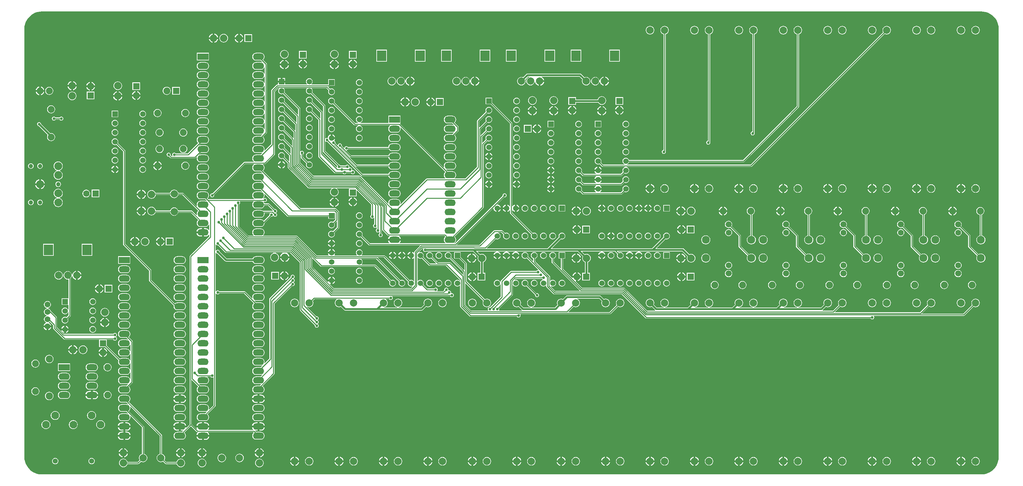
<source format=gbl>
G04 Layer_Physical_Order=2*
G04 Layer_Color=16711680*
%FSAX24Y24*%
%MOIN*%
G70*
G01*
G75*
%ADD14C,0.0200*%
%ADD15C,0.0100*%
%ADD16C,0.0787*%
%ADD17R,0.1024X0.1181*%
%ADD18C,0.0472*%
%ADD19C,0.0860*%
%ADD20R,0.0700X0.0700*%
%ADD21C,0.0750*%
%ADD22R,0.0700X0.0700*%
%ADD23C,0.0700*%
%ADD24C,0.0591*%
%ADD25R,0.0591X0.0591*%
%ADD26C,0.0800*%
%ADD27R,0.1200X0.0700*%
%ADD28O,0.1200X0.0700*%
%ADD29C,0.0740*%
%ADD30R,0.0591X0.0591*%
%ADD31C,0.0630*%
%ADD32C,0.0780*%
%ADD33C,0.0551*%
%ADD34C,0.0827*%
%ADD35C,0.0850*%
%ADD36C,0.0660*%
%ADD37C,0.0630*%
%ADD38C,0.0300*%
G36*
X233697Y138573D02*
X233939Y138525D01*
X234173Y138445D01*
X234395Y138336D01*
X234600Y138199D01*
X234786Y138036D01*
X234949Y137850D01*
X235086Y137645D01*
X235195Y137423D01*
X235275Y137189D01*
X235323Y136947D01*
X235336Y136750D01*
X235338Y136700D01*
X235338Y136700D01*
X235338Y136651D01*
Y090400D01*
X235338Y090400D01*
X235338D01*
X235336Y090351D01*
X235323Y090153D01*
X235275Y089911D01*
X235195Y089677D01*
X235086Y089455D01*
X234949Y089250D01*
X234786Y089064D01*
X234600Y088901D01*
X234395Y088764D01*
X234173Y088655D01*
X233939Y088575D01*
X233697Y088527D01*
X233499Y088514D01*
X233450Y088512D01*
X233450Y088512D01*
X233401Y088512D01*
X131950D01*
X131945Y088511D01*
X131703Y088527D01*
X131461Y088575D01*
X131227Y088655D01*
X131005Y088764D01*
X130800Y088901D01*
X130614Y089064D01*
X130451Y089250D01*
X130314Y089455D01*
X130205Y089677D01*
X130125Y089911D01*
X130077Y090153D01*
X130064Y090350D01*
X130062Y090400D01*
X130062Y090400D01*
X130062Y090449D01*
Y136650D01*
X130062Y136651D01*
X130062Y136700D01*
X130064Y136749D01*
X130077Y136947D01*
X130125Y137189D01*
X130205Y137423D01*
X130314Y137645D01*
X130451Y137850D01*
X130614Y138036D01*
X130800Y138199D01*
X131005Y138336D01*
X131227Y138445D01*
X131461Y138525D01*
X131703Y138573D01*
X131945Y138589D01*
X131950Y138588D01*
X233450D01*
X233455Y138589D01*
X233697Y138573D01*
D02*
G37*
%LPC*%
G36*
X157560Y110410D02*
X156740D01*
Y109590D01*
X157560D01*
Y110410D01*
D02*
G37*
G36*
X206150Y110636D02*
X206048Y110622D01*
X205953Y110583D01*
X205872Y110521D01*
X205809Y110439D01*
X205770Y110344D01*
X205757Y110243D01*
X205770Y110141D01*
X205809Y110046D01*
X205872Y109964D01*
X205953Y109902D01*
X206048Y109863D01*
X206150Y109849D01*
X206252Y109863D01*
X206347Y109902D01*
X206428Y109964D01*
X206491Y110046D01*
X206530Y110141D01*
X206543Y110243D01*
X206530Y110344D01*
X206491Y110439D01*
X206428Y110521D01*
X206347Y110583D01*
X206252Y110622D01*
X206150Y110636D01*
D02*
G37*
G36*
X133766Y110502D02*
X133647Y110486D01*
X133537Y110440D01*
X133442Y110368D01*
X133369Y110273D01*
X133324Y110163D01*
X133308Y110044D01*
X133324Y109926D01*
X133369Y109815D01*
X133442Y109721D01*
X133537Y109648D01*
X133647Y109602D01*
X133766Y109586D01*
X133884Y109602D01*
X133995Y109648D01*
X134089Y109721D01*
X134162Y109815D01*
X134208Y109926D01*
X134223Y110044D01*
X134208Y110163D01*
X134162Y110273D01*
X134089Y110368D01*
X133995Y110440D01*
X133884Y110486D01*
X133766Y110502D01*
D02*
G37*
G36*
X158616Y109900D02*
X158250D01*
Y109534D01*
X158274Y109537D01*
X158390Y109585D01*
X158489Y109661D01*
X158565Y109760D01*
X158613Y109876D01*
X158616Y109900D01*
D02*
G37*
G36*
X136219Y109944D02*
X135834D01*
Y109559D01*
X135863Y109563D01*
X135983Y109613D01*
X136086Y109692D01*
X136166Y109795D01*
X136215Y109915D01*
X136219Y109944D01*
D02*
G37*
G36*
X212350Y110636D02*
X212248Y110622D01*
X212153Y110583D01*
X212072Y110521D01*
X212009Y110439D01*
X211970Y110344D01*
X211957Y110243D01*
X211970Y110141D01*
X212009Y110046D01*
X212072Y109964D01*
X212153Y109902D01*
X212248Y109863D01*
X212350Y109849D01*
X212452Y109863D01*
X212547Y109902D01*
X212628Y109964D01*
X212691Y110046D01*
X212730Y110141D01*
X212743Y110243D01*
X212730Y110344D01*
X212691Y110439D01*
X212628Y110521D01*
X212547Y110583D01*
X212452Y110622D01*
X212350Y110636D01*
D02*
G37*
G36*
X178350Y110366D02*
X178326Y110363D01*
X178210Y110315D01*
X178111Y110239D01*
X178035Y110140D01*
X177987Y110024D01*
X177984Y110000D01*
X178350D01*
Y110366D01*
D02*
G37*
G36*
X178550D02*
Y110000D01*
X178916D01*
X178913Y110024D01*
X178865Y110140D01*
X178789Y110239D01*
X178690Y110315D01*
X178574Y110363D01*
X178550Y110366D01*
D02*
G37*
G36*
X230950Y110636D02*
X230848Y110622D01*
X230753Y110583D01*
X230672Y110521D01*
X230609Y110439D01*
X230570Y110344D01*
X230557Y110243D01*
X230570Y110141D01*
X230609Y110046D01*
X230672Y109964D01*
X230753Y109902D01*
X230848Y109863D01*
X230950Y109849D01*
X231052Y109863D01*
X231147Y109902D01*
X231228Y109964D01*
X231291Y110046D01*
X231330Y110141D01*
X231343Y110243D01*
X231330Y110344D01*
X231291Y110439D01*
X231228Y110521D01*
X231147Y110583D01*
X231052Y110622D01*
X230950Y110636D01*
D02*
G37*
G36*
X218550D02*
X218448Y110622D01*
X218353Y110583D01*
X218272Y110521D01*
X218209Y110439D01*
X218170Y110344D01*
X218157Y110243D01*
X218170Y110141D01*
X218209Y110046D01*
X218272Y109964D01*
X218353Y109902D01*
X218448Y109863D01*
X218550Y109849D01*
X218652Y109863D01*
X218747Y109902D01*
X218828Y109964D01*
X218891Y110046D01*
X218930Y110141D01*
X218943Y110243D01*
X218930Y110344D01*
X218891Y110439D01*
X218828Y110521D01*
X218747Y110583D01*
X218652Y110622D01*
X218550Y110636D01*
D02*
G37*
G36*
X224750D02*
X224648Y110622D01*
X224553Y110583D01*
X224472Y110521D01*
X224409Y110439D01*
X224370Y110344D01*
X224357Y110243D01*
X224370Y110141D01*
X224409Y110046D01*
X224472Y109964D01*
X224553Y109902D01*
X224648Y109863D01*
X224750Y109849D01*
X224852Y109863D01*
X224947Y109902D01*
X225028Y109964D01*
X225091Y110046D01*
X225130Y110141D01*
X225143Y110243D01*
X225130Y110344D01*
X225091Y110439D01*
X225028Y110521D01*
X224947Y110583D01*
X224852Y110622D01*
X224750Y110636D01*
D02*
G37*
G36*
X158050Y109900D02*
X157684D01*
X157687Y109876D01*
X157735Y109760D01*
X157811Y109661D01*
X157910Y109585D01*
X158026Y109537D01*
X158050Y109534D01*
Y109900D01*
D02*
G37*
G36*
X147100Y110114D02*
X146600D01*
X146493Y110099D01*
X146393Y110058D01*
X146308Y109992D01*
X146242Y109907D01*
X146201Y109807D01*
X146186Y109700D01*
X146201Y109593D01*
X146242Y109493D01*
X146308Y109408D01*
X146393Y109342D01*
X146493Y109301D01*
X146600Y109286D01*
X147100D01*
X147207Y109301D01*
X147307Y109342D01*
X147392Y109408D01*
X147458Y109493D01*
X147499Y109593D01*
X147514Y109700D01*
X147499Y109807D01*
X147458Y109907D01*
X147392Y109992D01*
X147307Y110058D01*
X147207Y110099D01*
X147100Y110114D01*
D02*
G37*
G36*
X155600D02*
X155100D01*
X154993Y110099D01*
X154893Y110058D01*
X154808Y109992D01*
X154742Y109907D01*
X154701Y109807D01*
X154686Y109700D01*
X154701Y109593D01*
X154742Y109493D01*
X154808Y109408D01*
X154893Y109342D01*
X154993Y109301D01*
X155100Y109286D01*
X155600D01*
X155707Y109301D01*
X155807Y109342D01*
X155892Y109408D01*
X155958Y109493D01*
X155999Y109593D01*
X156014Y109700D01*
X155999Y109807D01*
X155958Y109907D01*
X155892Y109992D01*
X155807Y110058D01*
X155707Y110099D01*
X155600Y110114D01*
D02*
G37*
G36*
X141100D02*
X140600D01*
X140493Y110099D01*
X140393Y110058D01*
X140308Y109992D01*
X140242Y109907D01*
X140201Y109807D01*
X140186Y109700D01*
X140201Y109593D01*
X140242Y109493D01*
X140308Y109408D01*
X140393Y109342D01*
X140493Y109301D01*
X140600Y109286D01*
X141100D01*
X141207Y109301D01*
X141307Y109342D01*
X141392Y109408D01*
X141458Y109493D01*
X141499Y109593D01*
X141514Y109700D01*
X141499Y109807D01*
X141458Y109907D01*
X141392Y109992D01*
X141307Y110058D01*
X141207Y110099D01*
X141100Y110114D01*
D02*
G37*
G36*
X199450Y109558D02*
X199357Y109546D01*
X199271Y109510D01*
X199197Y109453D01*
X199140Y109379D01*
X199104Y109293D01*
X199092Y109200D01*
X199104Y109107D01*
X199140Y109021D01*
X199197Y108947D01*
X199271Y108890D01*
X199357Y108854D01*
X199450Y108842D01*
X199543Y108854D01*
X199629Y108890D01*
X199703Y108947D01*
X199760Y109021D01*
X199796Y109107D01*
X199808Y109200D01*
X199796Y109293D01*
X199760Y109379D01*
X199703Y109453D01*
X199629Y109510D01*
X199543Y109546D01*
X199450Y109558D01*
D02*
G37*
G36*
X159050Y110114D02*
X158968Y110098D01*
X158899Y110051D01*
X158852Y109982D01*
X158836Y109900D01*
X158845Y109854D01*
X156571Y107579D01*
X156546Y107543D01*
X156538Y107500D01*
X156538Y107500D01*
Y101046D01*
X156032Y100540D01*
X155989Y100569D01*
X155999Y100593D01*
X156014Y100700D01*
X155999Y100807D01*
X155958Y100907D01*
X155892Y100992D01*
X155807Y101058D01*
X155707Y101099D01*
X155600Y101114D01*
X155100D01*
X154993Y101099D01*
X154893Y101058D01*
X154808Y100992D01*
X154742Y100907D01*
X154701Y100807D01*
X154686Y100700D01*
X154701Y100593D01*
X154742Y100493D01*
X154808Y100408D01*
X154893Y100342D01*
X154993Y100301D01*
X155100Y100286D01*
X155600D01*
X155707Y100301D01*
X155731Y100311D01*
X155760Y100268D01*
X155604Y100113D01*
X155600Y100114D01*
X155100D01*
X154993Y100099D01*
X154893Y100058D01*
X154808Y099992D01*
X154742Y099907D01*
X154701Y099807D01*
X154686Y099700D01*
X154701Y099593D01*
X154742Y099493D01*
X154808Y099408D01*
X154893Y099342D01*
X154993Y099301D01*
X155100Y099286D01*
X155600D01*
X155707Y099301D01*
X155731Y099311D01*
X155760Y099268D01*
X155604Y099113D01*
X155600Y099114D01*
X155100D01*
X154993Y099099D01*
X154893Y099058D01*
X154808Y098992D01*
X154742Y098907D01*
X154701Y098807D01*
X154686Y098700D01*
X154701Y098593D01*
X154742Y098493D01*
X154808Y098408D01*
X154893Y098342D01*
X154993Y098301D01*
X155100Y098286D01*
X155600D01*
X155613Y098288D01*
X155635Y098243D01*
X155505Y098114D01*
X155100D01*
X154993Y098099D01*
X154893Y098058D01*
X154808Y097992D01*
X154742Y097907D01*
X154701Y097807D01*
X154686Y097700D01*
X154701Y097593D01*
X154742Y097493D01*
X154808Y097408D01*
X154893Y097342D01*
X154993Y097301D01*
X155100Y097286D01*
X155600D01*
X155707Y097301D01*
X155807Y097342D01*
X155892Y097408D01*
X155958Y097493D01*
X155999Y097593D01*
X156014Y097700D01*
X155999Y097807D01*
X155958Y097907D01*
X155892Y097992D01*
X155824Y098045D01*
X155813Y098104D01*
X157049Y099340D01*
X157049Y099340D01*
X157074Y099377D01*
X157082Y099419D01*
Y106974D01*
X159004Y108895D01*
X159050Y108886D01*
X159132Y108902D01*
X159201Y108949D01*
X159248Y109018D01*
X159264Y109100D01*
X159248Y109182D01*
X159201Y109251D01*
X159174Y109270D01*
Y109330D01*
X159201Y109349D01*
X159248Y109418D01*
X159264Y109500D01*
X159248Y109582D01*
X159201Y109651D01*
X159174Y109670D01*
Y109730D01*
X159201Y109749D01*
X159248Y109818D01*
X159264Y109900D01*
X159248Y109982D01*
X159201Y110051D01*
X159132Y110098D01*
X159050Y110114D01*
D02*
G37*
G36*
X178350Y109800D02*
X177984D01*
X177987Y109776D01*
X178035Y109660D01*
X178111Y109561D01*
X178210Y109485D01*
X178326Y109437D01*
X178350Y109434D01*
Y109800D01*
D02*
G37*
G36*
X201516D02*
X201150D01*
Y109434D01*
X201174Y109437D01*
X201290Y109485D01*
X201389Y109561D01*
X201465Y109660D01*
X201513Y109776D01*
X201516Y109800D01*
D02*
G37*
G36*
X202460Y110310D02*
X201640D01*
Y109490D01*
X202460D01*
Y110310D01*
D02*
G37*
G36*
X200950Y109800D02*
X200584D01*
X200587Y109776D01*
X200635Y109660D01*
X200711Y109561D01*
X200810Y109485D01*
X200926Y109437D01*
X200950Y109434D01*
Y109800D01*
D02*
G37*
G36*
X178916D02*
X178550D01*
Y109434D01*
X178574Y109437D01*
X178690Y109485D01*
X178789Y109561D01*
X178865Y109660D01*
X178913Y109776D01*
X178916Y109800D01*
D02*
G37*
G36*
X190216D02*
X189850D01*
Y109434D01*
X189874Y109437D01*
X189990Y109485D01*
X190089Y109561D01*
X190165Y109660D01*
X190213Y109776D01*
X190216Y109800D01*
D02*
G37*
G36*
X189650Y110366D02*
X189626Y110363D01*
X189510Y110315D01*
X189411Y110239D01*
X189335Y110140D01*
X189287Y110024D01*
X189284Y110000D01*
X189650D01*
Y110366D01*
D02*
G37*
G36*
X147100Y112114D02*
X146600D01*
X146493Y112099D01*
X146393Y112058D01*
X146308Y111992D01*
X146242Y111907D01*
X146201Y111807D01*
X146186Y111700D01*
X146201Y111593D01*
X146242Y111493D01*
X146308Y111408D01*
X146393Y111342D01*
X146493Y111301D01*
X146600Y111286D01*
X147100D01*
X147207Y111301D01*
X147307Y111342D01*
X147392Y111408D01*
X147458Y111493D01*
X147499Y111593D01*
X147514Y111700D01*
X147499Y111807D01*
X147458Y111907D01*
X147392Y111992D01*
X147307Y112058D01*
X147207Y112099D01*
X147100Y112114D01*
D02*
G37*
G36*
X141510Y112110D02*
X140190D01*
Y111290D01*
X141510D01*
Y112110D01*
D02*
G37*
G36*
X230950Y111506D02*
X230852Y111494D01*
X230761Y111456D01*
X230683Y111396D01*
X230622Y111317D01*
X230585Y111226D01*
X230572Y111128D01*
X230585Y111030D01*
X230622Y110939D01*
X230683Y110861D01*
X230761Y110801D01*
X230852Y110763D01*
X230950Y110750D01*
X231048Y110763D01*
X231139Y110801D01*
X231217Y110861D01*
X231278Y110939D01*
X231315Y111030D01*
X231328Y111128D01*
X231315Y111226D01*
X231278Y111317D01*
X231217Y111396D01*
X231139Y111456D01*
X231048Y111494D01*
X230950Y111506D01*
D02*
G37*
G36*
X218550D02*
X218452Y111494D01*
X218361Y111456D01*
X218283Y111396D01*
X218222Y111317D01*
X218185Y111226D01*
X218172Y111128D01*
X218185Y111030D01*
X218222Y110939D01*
X218283Y110861D01*
X218361Y110801D01*
X218452Y110763D01*
X218550Y110750D01*
X218648Y110763D01*
X218739Y110801D01*
X218817Y110861D01*
X218878Y110939D01*
X218915Y111030D01*
X218928Y111128D01*
X218915Y111226D01*
X218878Y111317D01*
X218817Y111396D01*
X218739Y111456D01*
X218648Y111494D01*
X218550Y111506D01*
D02*
G37*
G36*
X224750D02*
X224652Y111494D01*
X224561Y111456D01*
X224483Y111396D01*
X224422Y111317D01*
X224385Y111226D01*
X224372Y111128D01*
X224385Y111030D01*
X224422Y110939D01*
X224483Y110861D01*
X224561Y110801D01*
X224652Y110763D01*
X224750Y110750D01*
X224848Y110763D01*
X224939Y110801D01*
X225017Y110861D01*
X225078Y110939D01*
X225115Y111030D01*
X225128Y111128D01*
X225115Y111226D01*
X225078Y111317D01*
X225017Y111396D01*
X224939Y111456D01*
X224848Y111494D01*
X224750Y111506D01*
D02*
G37*
G36*
X178300Y111800D02*
X177909D01*
X177913Y111769D01*
X177963Y111648D01*
X178043Y111543D01*
X178148Y111463D01*
X178269Y111413D01*
X178300Y111409D01*
Y111800D01*
D02*
G37*
G36*
X190191D02*
X189800D01*
Y111409D01*
X189831Y111413D01*
X189952Y111463D01*
X190057Y111543D01*
X190137Y111648D01*
X190187Y111769D01*
X190191Y111800D01*
D02*
G37*
G36*
X201491D02*
X201100D01*
Y111409D01*
X201131Y111413D01*
X201252Y111463D01*
X201357Y111543D01*
X201437Y111648D01*
X201487Y111769D01*
X201491Y111800D01*
D02*
G37*
G36*
X178891D02*
X178500D01*
Y111409D01*
X178531Y111413D01*
X178652Y111463D01*
X178757Y111543D01*
X178837Y111648D01*
X178887Y111769D01*
X178891Y111800D01*
D02*
G37*
G36*
X189600D02*
X189209D01*
X189213Y111769D01*
X189263Y111648D01*
X189343Y111543D01*
X189448Y111463D01*
X189569Y111413D01*
X189600Y111409D01*
Y111800D01*
D02*
G37*
G36*
X200900D02*
X200509D01*
X200513Y111769D01*
X200563Y111648D01*
X200643Y111543D01*
X200748Y111463D01*
X200869Y111413D01*
X200900Y111409D01*
Y111800D01*
D02*
G37*
G36*
X212350Y111506D02*
X212252Y111494D01*
X212161Y111456D01*
X212083Y111396D01*
X212022Y111317D01*
X211985Y111226D01*
X211972Y111128D01*
X211985Y111030D01*
X212022Y110939D01*
X212083Y110861D01*
X212161Y110801D01*
X212252Y110763D01*
X212350Y110750D01*
X212448Y110763D01*
X212539Y110801D01*
X212617Y110861D01*
X212678Y110939D01*
X212715Y111030D01*
X212728Y111128D01*
X212715Y111226D01*
X212678Y111317D01*
X212617Y111396D01*
X212539Y111456D01*
X212448Y111494D01*
X212350Y111506D01*
D02*
G37*
G36*
X158050Y110466D02*
X158026Y110463D01*
X157910Y110415D01*
X157811Y110339D01*
X157735Y110240D01*
X157687Y110124D01*
X157684Y110100D01*
X158050D01*
Y110466D01*
D02*
G37*
G36*
X158250D02*
Y110100D01*
X158616D01*
X158613Y110124D01*
X158565Y110240D01*
X158489Y110339D01*
X158390Y110415D01*
X158274Y110463D01*
X158250Y110466D01*
D02*
G37*
G36*
X201150Y110366D02*
Y110000D01*
X201516D01*
X201513Y110024D01*
X201465Y110140D01*
X201389Y110239D01*
X201290Y110315D01*
X201174Y110363D01*
X201150Y110366D01*
D02*
G37*
G36*
X189850D02*
Y110000D01*
X190216D01*
X190213Y110024D01*
X190165Y110140D01*
X190089Y110239D01*
X189990Y110315D01*
X189874Y110363D01*
X189850Y110366D01*
D02*
G37*
G36*
X200950D02*
X200926Y110363D01*
X200810Y110315D01*
X200711Y110239D01*
X200635Y110140D01*
X200587Y110024D01*
X200584Y110000D01*
X200950D01*
Y110366D01*
D02*
G37*
G36*
X135634Y110529D02*
X135605Y110525D01*
X135485Y110475D01*
X135382Y110396D01*
X135303Y110293D01*
X135253Y110173D01*
X135247Y110127D01*
X135197D01*
X135192Y110163D01*
X135146Y110273D01*
X135074Y110368D01*
X134979Y110440D01*
X134868Y110486D01*
X134750Y110502D01*
X134632Y110486D01*
X134521Y110440D01*
X134426Y110368D01*
X134354Y110273D01*
X134308Y110163D01*
X134292Y110044D01*
X134308Y109926D01*
X134354Y109815D01*
X134426Y109721D01*
X134521Y109648D01*
X134632Y109602D01*
X134750Y109586D01*
X134800Y109593D01*
X134838Y109560D01*
Y107592D01*
X134805Y107555D01*
X134788Y107555D01*
X134095D01*
Y106845D01*
X134788D01*
X134805Y106845D01*
X134838Y106808D01*
Y106323D01*
X134788Y106313D01*
X134760Y106379D01*
X134703Y106453D01*
X134629Y106510D01*
X134543Y106546D01*
X134450Y106558D01*
X134357Y106546D01*
X134271Y106510D01*
X134197Y106453D01*
X134140Y106379D01*
X134104Y106293D01*
X134092Y106200D01*
X134104Y106107D01*
X134140Y106021D01*
X134197Y105947D01*
X134271Y105890D01*
X134357Y105854D01*
X134450Y105842D01*
X134543Y105854D01*
X134629Y105890D01*
X134703Y105947D01*
X134760Y106021D01*
X134788Y106087D01*
X134838Y106077D01*
Y105746D01*
X134610Y105518D01*
X134543Y105546D01*
X134450Y105558D01*
X134357Y105546D01*
X134271Y105510D01*
X134197Y105453D01*
X134140Y105379D01*
X134104Y105293D01*
X134092Y105200D01*
X134104Y105107D01*
X134140Y105021D01*
X134197Y104947D01*
X134271Y104890D01*
X134357Y104854D01*
X134450Y104842D01*
X134543Y104854D01*
X134629Y104890D01*
X134703Y104947D01*
X134760Y105021D01*
X134796Y105107D01*
X134808Y105200D01*
X134796Y105293D01*
X134768Y105360D01*
X135029Y105621D01*
X135029Y105621D01*
X135054Y105657D01*
X135062Y105700D01*
X135062Y105700D01*
Y109712D01*
X135074Y109721D01*
X135146Y109815D01*
X135192Y109926D01*
X135197Y109961D01*
X135247D01*
X135253Y109915D01*
X135303Y109795D01*
X135382Y109692D01*
X135485Y109613D01*
X135605Y109563D01*
X135634Y109559D01*
Y110044D01*
Y110529D01*
D02*
G37*
G36*
X155600Y111114D02*
X155100D01*
X154993Y111099D01*
X154893Y111058D01*
X154808Y110992D01*
X154742Y110907D01*
X154701Y110807D01*
X154686Y110700D01*
X154701Y110593D01*
X154742Y110493D01*
X154808Y110408D01*
X154893Y110342D01*
X154993Y110301D01*
X155100Y110286D01*
X155600D01*
X155707Y110301D01*
X155807Y110342D01*
X155892Y110408D01*
X155958Y110493D01*
X155999Y110593D01*
X156014Y110700D01*
X155999Y110807D01*
X155958Y110907D01*
X155892Y110992D01*
X155807Y111058D01*
X155707Y111099D01*
X155600Y111114D01*
D02*
G37*
G36*
X206150Y111506D02*
X206052Y111494D01*
X205961Y111456D01*
X205883Y111396D01*
X205822Y111317D01*
X205785Y111226D01*
X205772Y111128D01*
X205785Y111030D01*
X205822Y110939D01*
X205883Y110861D01*
X205961Y110801D01*
X206052Y110763D01*
X206150Y110750D01*
X206248Y110763D01*
X206339Y110801D01*
X206417Y110861D01*
X206478Y110939D01*
X206515Y111030D01*
X206528Y111128D01*
X206515Y111226D01*
X206478Y111317D01*
X206417Y111396D01*
X206339Y111456D01*
X206248Y111494D01*
X206150Y111506D01*
D02*
G37*
G36*
X147100Y111114D02*
X146600D01*
X146493Y111099D01*
X146393Y111058D01*
X146308Y110992D01*
X146242Y110907D01*
X146201Y110807D01*
X146186Y110700D01*
X146201Y110593D01*
X146242Y110493D01*
X146308Y110408D01*
X146393Y110342D01*
X146493Y110301D01*
X146600Y110286D01*
X147100D01*
X147207Y110301D01*
X147307Y110342D01*
X147392Y110408D01*
X147458Y110493D01*
X147499Y110593D01*
X147514Y110700D01*
X147499Y110807D01*
X147458Y110907D01*
X147392Y110992D01*
X147307Y111058D01*
X147207Y111099D01*
X147100Y111114D01*
D02*
G37*
G36*
X135834Y110529D02*
Y110144D01*
X136219D01*
X136215Y110173D01*
X136166Y110293D01*
X136086Y110396D01*
X135983Y110475D01*
X135863Y110525D01*
X135834Y110529D01*
D02*
G37*
G36*
X141100Y111114D02*
X140600D01*
X140493Y111099D01*
X140393Y111058D01*
X140308Y110992D01*
X140242Y110907D01*
X140201Y110807D01*
X140186Y110700D01*
X140201Y110593D01*
X140242Y110493D01*
X140308Y110408D01*
X140393Y110342D01*
X140493Y110301D01*
X140600Y110286D01*
X141100D01*
X141207Y110301D01*
X141307Y110342D01*
X141392Y110408D01*
X141458Y110493D01*
X141499Y110593D01*
X141514Y110700D01*
X141499Y110807D01*
X141458Y110907D01*
X141392Y110992D01*
X141307Y111058D01*
X141207Y111099D01*
X141100Y111114D01*
D02*
G37*
G36*
X198450Y109558D02*
X198357Y109546D01*
X198271Y109510D01*
X198197Y109453D01*
X198140Y109379D01*
X198104Y109293D01*
X198092Y109200D01*
X198104Y109107D01*
X198140Y109021D01*
X198197Y108947D01*
X198271Y108890D01*
X198357Y108854D01*
X198450Y108842D01*
X198543Y108854D01*
X198629Y108890D01*
X198703Y108947D01*
X198760Y109021D01*
X198796Y109107D01*
X198808Y109200D01*
X198796Y109293D01*
X198760Y109379D01*
X198703Y109453D01*
X198629Y109510D01*
X198543Y109546D01*
X198450Y109558D01*
D02*
G37*
G36*
X141100Y108114D02*
X140600D01*
X140493Y108099D01*
X140393Y108058D01*
X140308Y107992D01*
X140242Y107907D01*
X140201Y107807D01*
X140186Y107700D01*
X140201Y107593D01*
X140242Y107493D01*
X140308Y107408D01*
X140393Y107342D01*
X140493Y107301D01*
X140600Y107286D01*
X141100D01*
X141207Y107301D01*
X141307Y107342D01*
X141392Y107408D01*
X141458Y107493D01*
X141499Y107593D01*
X141514Y107700D01*
X141499Y107807D01*
X141458Y107907D01*
X141392Y107992D01*
X141307Y108058D01*
X141207Y108099D01*
X141100Y108114D01*
D02*
G37*
G36*
X147100D02*
X146600D01*
X146493Y108099D01*
X146393Y108058D01*
X146308Y107992D01*
X146242Y107907D01*
X146201Y107807D01*
X146186Y107700D01*
X146201Y107593D01*
X146242Y107493D01*
X146308Y107408D01*
X146393Y107342D01*
X146493Y107301D01*
X146600Y107286D01*
X147100D01*
X147207Y107301D01*
X147307Y107342D01*
X147392Y107408D01*
X147458Y107493D01*
X147499Y107593D01*
X147514Y107700D01*
X147499Y107807D01*
X147458Y107907D01*
X147392Y107992D01*
X147307Y108058D01*
X147207Y108099D01*
X147100Y108114D01*
D02*
G37*
G36*
X137450Y107558D02*
X137357Y107546D01*
X137271Y107510D01*
X137197Y107453D01*
X137140Y107379D01*
X137104Y107293D01*
X137092Y107200D01*
X137104Y107107D01*
X137140Y107021D01*
X137197Y106947D01*
X137271Y106890D01*
X137357Y106854D01*
X137450Y106842D01*
X137543Y106854D01*
X137629Y106890D01*
X137703Y106947D01*
X137760Y107021D01*
X137796Y107107D01*
X137808Y107200D01*
X137796Y107293D01*
X137760Y107379D01*
X137703Y107453D01*
X137629Y107510D01*
X137543Y107546D01*
X137450Y107558D01*
D02*
G37*
G36*
X226463Y107521D02*
X226344Y107505D01*
X226234Y107459D01*
X226139Y107387D01*
X226066Y107292D01*
X226021Y107181D01*
X226005Y107063D01*
X226021Y106945D01*
X226066Y106834D01*
X226139Y106739D01*
X226234Y106667D01*
X226344Y106621D01*
X226463Y106605D01*
X226581Y106621D01*
X226691Y106667D01*
X226786Y106739D01*
X226859Y106834D01*
X226905Y106945D01*
X226920Y107063D01*
X226905Y107181D01*
X226859Y107292D01*
X226786Y107387D01*
X226691Y107459D01*
X226581Y107505D01*
X226463Y107521D01*
D02*
G37*
G36*
X231263D02*
X231144Y107505D01*
X231034Y107459D01*
X230939Y107387D01*
X230866Y107292D01*
X230821Y107181D01*
X230805Y107063D01*
X230821Y106945D01*
X230866Y106834D01*
X230939Y106739D01*
X231034Y106667D01*
X231144Y106621D01*
X231263Y106605D01*
X231381Y106621D01*
X231491Y106667D01*
X231586Y106739D01*
X231659Y106834D01*
X231705Y106945D01*
X231720Y107063D01*
X231705Y107181D01*
X231659Y107292D01*
X231586Y107387D01*
X231491Y107459D01*
X231381Y107505D01*
X231263Y107521D01*
D02*
G37*
G36*
X184150Y109558D02*
X184057Y109546D01*
X183971Y109510D01*
X183897Y109453D01*
X183840Y109379D01*
X183804Y109293D01*
X183792Y109200D01*
X183804Y109107D01*
X183840Y109021D01*
X183897Y108947D01*
X183971Y108890D01*
X184057Y108854D01*
X184150Y108842D01*
X184243Y108854D01*
X184310Y108882D01*
X185245Y107946D01*
X185236Y107900D01*
X185252Y107818D01*
X185299Y107749D01*
X185368Y107702D01*
X185450Y107686D01*
X185532Y107702D01*
X185601Y107749D01*
X185648Y107818D01*
X185664Y107900D01*
X185648Y107982D01*
X185601Y108051D01*
X185532Y108098D01*
X185450Y108114D01*
X185404Y108105D01*
X184468Y109040D01*
X184496Y109107D01*
X184508Y109200D01*
X184496Y109293D01*
X184460Y109379D01*
X184403Y109453D01*
X184329Y109510D01*
X184243Y109546D01*
X184150Y109558D01*
D02*
G37*
G36*
X141100Y109114D02*
X140600D01*
X140493Y109099D01*
X140393Y109058D01*
X140308Y108992D01*
X140242Y108907D01*
X140201Y108807D01*
X140186Y108700D01*
X140201Y108593D01*
X140242Y108493D01*
X140308Y108408D01*
X140393Y108342D01*
X140493Y108301D01*
X140600Y108286D01*
X141100D01*
X141207Y108301D01*
X141307Y108342D01*
X141392Y108408D01*
X141458Y108493D01*
X141499Y108593D01*
X141514Y108700D01*
X141499Y108807D01*
X141458Y108907D01*
X141392Y108992D01*
X141307Y109058D01*
X141207Y109099D01*
X141100Y109114D01*
D02*
G37*
G36*
X147100D02*
X146600D01*
X146493Y109099D01*
X146393Y109058D01*
X146308Y108992D01*
X146242Y108907D01*
X146201Y108807D01*
X146186Y108700D01*
X146201Y108593D01*
X146242Y108493D01*
X146308Y108408D01*
X146393Y108342D01*
X146493Y108301D01*
X146600Y108286D01*
X147100D01*
X147207Y108301D01*
X147307Y108342D01*
X147392Y108408D01*
X147458Y108493D01*
X147499Y108593D01*
X147514Y108700D01*
X147499Y108807D01*
X147458Y108907D01*
X147392Y108992D01*
X147307Y109058D01*
X147207Y109099D01*
X147100Y109114D01*
D02*
G37*
G36*
X139560Y109010D02*
X138740D01*
Y108190D01*
X139560D01*
Y109010D01*
D02*
G37*
G36*
X138050Y108500D02*
X137684D01*
X137687Y108476D01*
X137735Y108360D01*
X137811Y108261D01*
X137910Y108185D01*
X138026Y108137D01*
X138050Y108134D01*
Y108500D01*
D02*
G37*
G36*
X138616D02*
X138250D01*
Y108134D01*
X138274Y108137D01*
X138390Y108185D01*
X138489Y108261D01*
X138565Y108360D01*
X138613Y108476D01*
X138616Y108500D01*
D02*
G37*
G36*
X223237Y107521D02*
X223119Y107505D01*
X223009Y107459D01*
X222914Y107387D01*
X222841Y107292D01*
X222795Y107181D01*
X222780Y107063D01*
X222795Y106945D01*
X222841Y106834D01*
X222914Y106739D01*
X223009Y106667D01*
X223119Y106621D01*
X223237Y106605D01*
X223356Y106621D01*
X223466Y106667D01*
X223561Y106739D01*
X223634Y106834D01*
X223679Y106945D01*
X223695Y107063D01*
X223679Y107181D01*
X223634Y107292D01*
X223561Y107387D01*
X223466Y107459D01*
X223356Y107505D01*
X223237Y107521D01*
D02*
G37*
G36*
X138750Y106514D02*
X138630Y106498D01*
X138518Y106452D01*
X138422Y106378D01*
X138348Y106282D01*
X138302Y106170D01*
X138286Y106050D01*
X138302Y105930D01*
X138348Y105818D01*
X138422Y105722D01*
X138518Y105648D01*
X138630Y105602D01*
X138750Y105586D01*
X138870Y105602D01*
X138982Y105648D01*
X139078Y105722D01*
X139152Y105818D01*
X139198Y105930D01*
X139214Y106050D01*
X139198Y106170D01*
X139152Y106282D01*
X139078Y106378D01*
X138982Y106452D01*
X138870Y106498D01*
X138750Y106514D01*
D02*
G37*
G36*
X137450Y106558D02*
X137357Y106546D01*
X137271Y106510D01*
X137197Y106453D01*
X137140Y106379D01*
X137104Y106293D01*
X137092Y106200D01*
X137104Y106107D01*
X137140Y106021D01*
X137197Y105947D01*
X137271Y105890D01*
X137357Y105854D01*
X137450Y105842D01*
X137543Y105854D01*
X137629Y105890D01*
X137703Y105947D01*
X137760Y106021D01*
X137796Y106107D01*
X137808Y106200D01*
X137796Y106293D01*
X137760Y106379D01*
X137703Y106453D01*
X137629Y106510D01*
X137543Y106546D01*
X137450Y106558D01*
D02*
G37*
G36*
X155600Y106114D02*
X155100D01*
X154993Y106099D01*
X154893Y106058D01*
X154808Y105992D01*
X154742Y105907D01*
X154701Y105807D01*
X154686Y105700D01*
X154701Y105593D01*
X154742Y105493D01*
X154808Y105408D01*
X154893Y105342D01*
X154993Y105301D01*
X155100Y105286D01*
X155600D01*
X155707Y105301D01*
X155807Y105342D01*
X155892Y105408D01*
X155958Y105493D01*
X155999Y105593D01*
X156014Y105700D01*
X155999Y105807D01*
X155958Y105907D01*
X155892Y105992D01*
X155807Y106058D01*
X155707Y106099D01*
X155600Y106114D01*
D02*
G37*
G36*
X141100D02*
X140600D01*
X140493Y106099D01*
X140393Y106058D01*
X140308Y105992D01*
X140242Y105907D01*
X140201Y105807D01*
X140186Y105700D01*
X140201Y105593D01*
X140242Y105493D01*
X140308Y105408D01*
X140393Y105342D01*
X140493Y105301D01*
X140600Y105286D01*
X141100D01*
X141207Y105301D01*
X141307Y105342D01*
X141392Y105408D01*
X141458Y105493D01*
X141499Y105593D01*
X141514Y105700D01*
X141499Y105807D01*
X141458Y105907D01*
X141392Y105992D01*
X141307Y106058D01*
X141207Y106099D01*
X141100Y106114D01*
D02*
G37*
G36*
X147100D02*
X146600D01*
X146493Y106099D01*
X146393Y106058D01*
X146308Y105992D01*
X146242Y105907D01*
X146201Y105807D01*
X146186Y105700D01*
X146201Y105593D01*
X146242Y105493D01*
X146308Y105408D01*
X146393Y105342D01*
X146493Y105301D01*
X146600Y105286D01*
X147100D01*
X147207Y105301D01*
X147307Y105342D01*
X147392Y105408D01*
X147458Y105493D01*
X147499Y105593D01*
X147514Y105700D01*
X147499Y105807D01*
X147458Y105907D01*
X147392Y105992D01*
X147307Y106058D01*
X147207Y106099D01*
X147100Y106114D01*
D02*
G37*
G36*
X141100Y107114D02*
X140600D01*
X140493Y107099D01*
X140393Y107058D01*
X140308Y106992D01*
X140242Y106907D01*
X140201Y106807D01*
X140186Y106700D01*
X140201Y106593D01*
X140242Y106493D01*
X140308Y106408D01*
X140393Y106342D01*
X140493Y106301D01*
X140600Y106286D01*
X141100D01*
X141207Y106301D01*
X141307Y106342D01*
X141392Y106408D01*
X141458Y106493D01*
X141499Y106593D01*
X141514Y106700D01*
X141499Y106807D01*
X141458Y106907D01*
X141392Y106992D01*
X141307Y107058D01*
X141207Y107099D01*
X141100Y107114D01*
D02*
G37*
G36*
X178463Y107521D02*
X178344Y107505D01*
X178234Y107459D01*
X178139Y107387D01*
X178066Y107292D01*
X178021Y107181D01*
X178005Y107063D01*
X178021Y106945D01*
X178066Y106834D01*
X178139Y106739D01*
X178234Y106667D01*
X178344Y106621D01*
X178463Y106605D01*
X178581Y106621D01*
X178691Y106667D01*
X178786Y106739D01*
X178859Y106834D01*
X178905Y106945D01*
X178920Y107063D01*
X178905Y107181D01*
X178859Y107292D01*
X178786Y107387D01*
X178691Y107459D01*
X178581Y107505D01*
X178463Y107521D01*
D02*
G37*
G36*
X221663D02*
X221544Y107505D01*
X221434Y107459D01*
X221339Y107387D01*
X221266Y107292D01*
X221221Y107181D01*
X221205Y107063D01*
X221221Y106945D01*
X221266Y106834D01*
X221339Y106739D01*
X221434Y106667D01*
X221544Y106621D01*
X221663Y106605D01*
X221781Y106621D01*
X221891Y106667D01*
X221986Y106739D01*
X222059Y106834D01*
X222105Y106945D01*
X222120Y107063D01*
X222105Y107181D01*
X222059Y107292D01*
X221986Y107387D01*
X221891Y107459D01*
X221781Y107505D01*
X221663Y107521D01*
D02*
G37*
G36*
X175237D02*
X175119Y107505D01*
X175009Y107459D01*
X174914Y107387D01*
X174841Y107292D01*
X174795Y107181D01*
X174780Y107063D01*
X174795Y106945D01*
X174841Y106834D01*
X174914Y106739D01*
X175009Y106667D01*
X175119Y106621D01*
X175237Y106605D01*
X175356Y106621D01*
X175466Y106667D01*
X175561Y106739D01*
X175634Y106834D01*
X175679Y106945D01*
X175695Y107063D01*
X175679Y107181D01*
X175634Y107292D01*
X175561Y107387D01*
X175466Y107459D01*
X175356Y107505D01*
X175237Y107521D01*
D02*
G37*
G36*
X139850Y124858D02*
X139757Y124846D01*
X139671Y124810D01*
X139597Y124753D01*
X139540Y124679D01*
X139504Y124593D01*
X139492Y124500D01*
X139504Y124407D01*
X139540Y124321D01*
X139597Y124247D01*
X139671Y124190D01*
X139757Y124154D01*
X139850Y124142D01*
X139943Y124154D01*
X140010Y124182D01*
X140738Y123454D01*
Y113400D01*
X140738Y113400D01*
X140746Y113357D01*
X140771Y113321D01*
X143538Y110554D01*
Y109500D01*
X143538Y109500D01*
X143546Y109457D01*
X143571Y109421D01*
X146199Y106793D01*
X146186Y106700D01*
X146201Y106593D01*
X146242Y106493D01*
X146308Y106408D01*
X146393Y106342D01*
X146493Y106301D01*
X146600Y106286D01*
X147100D01*
X147207Y106301D01*
X147307Y106342D01*
X147392Y106408D01*
X147458Y106493D01*
X147499Y106593D01*
X147514Y106700D01*
X147499Y106807D01*
X147458Y106907D01*
X147392Y106992D01*
X147307Y107058D01*
X147207Y107099D01*
X147100Y107114D01*
X146600D01*
X146493Y107099D01*
X146393Y107058D01*
X146312Y106996D01*
X143762Y109546D01*
Y110600D01*
X143762Y110600D01*
X143754Y110643D01*
X143729Y110679D01*
X140962Y113446D01*
Y123500D01*
X140962Y123500D01*
X140954Y123543D01*
X140929Y123579D01*
X140929Y123579D01*
X140168Y124340D01*
X140196Y124407D01*
X140208Y124500D01*
X140196Y124593D01*
X140160Y124679D01*
X140103Y124753D01*
X140029Y124810D01*
X139943Y124846D01*
X139850Y124858D01*
D02*
G37*
G36*
X159263Y107521D02*
X159144Y107505D01*
X159034Y107459D01*
X158939Y107387D01*
X158866Y107292D01*
X158821Y107181D01*
X158805Y107063D01*
X158821Y106945D01*
X158866Y106834D01*
X158939Y106739D01*
X159034Y106667D01*
X159144Y106621D01*
X159263Y106605D01*
X159381Y106621D01*
X159491Y106667D01*
X159586Y106739D01*
X159659Y106834D01*
X159705Y106945D01*
X159720Y107063D01*
X159705Y107181D01*
X159659Y107292D01*
X159586Y107387D01*
X159491Y107459D01*
X159381Y107505D01*
X159263Y107521D01*
D02*
G37*
G36*
X155600Y109114D02*
X155100D01*
X154993Y109099D01*
X154893Y109058D01*
X154808Y108992D01*
X154742Y108907D01*
X154701Y108807D01*
X154686Y108700D01*
X154701Y108593D01*
X154742Y108493D01*
X154808Y108408D01*
X154893Y108342D01*
X154993Y108301D01*
X155100Y108286D01*
X155600D01*
X155707Y108301D01*
X155807Y108342D01*
X155892Y108408D01*
X155958Y108493D01*
X155999Y108593D01*
X156014Y108700D01*
X155999Y108807D01*
X155958Y108907D01*
X155892Y108992D01*
X155807Y109058D01*
X155707Y109099D01*
X155600Y109114D01*
D02*
G37*
G36*
X185150Y109558D02*
X185057Y109546D01*
X184971Y109510D01*
X184897Y109453D01*
X184840Y109379D01*
X184804Y109293D01*
X184792Y109200D01*
X184804Y109107D01*
X184840Y109021D01*
X184897Y108947D01*
X184971Y108890D01*
X185057Y108854D01*
X185150Y108842D01*
X185243Y108854D01*
X185329Y108890D01*
X185403Y108947D01*
X185460Y109021D01*
X185496Y109107D01*
X185508Y109200D01*
X185496Y109293D01*
X185460Y109379D01*
X185403Y109453D01*
X185329Y109510D01*
X185243Y109546D01*
X185150Y109558D01*
D02*
G37*
G36*
X188150D02*
X188057Y109546D01*
X187971Y109510D01*
X187897Y109453D01*
X187840Y109379D01*
X187804Y109293D01*
X187792Y109200D01*
X187804Y109107D01*
X187840Y109021D01*
X187897Y108947D01*
X187971Y108890D01*
X188057Y108854D01*
X188150Y108842D01*
X188243Y108854D01*
X188329Y108890D01*
X188403Y108947D01*
X188460Y109021D01*
X188496Y109107D01*
X188508Y109200D01*
X188496Y109293D01*
X188460Y109379D01*
X188403Y109453D01*
X188329Y109510D01*
X188243Y109546D01*
X188150Y109558D01*
D02*
G37*
G36*
X175850D02*
X175757Y109546D01*
X175671Y109510D01*
X175597Y109453D01*
X175540Y109379D01*
X175504Y109293D01*
X175492Y109200D01*
X175504Y109107D01*
X175540Y109021D01*
X175597Y108947D01*
X175671Y108890D01*
X175757Y108854D01*
X175850Y108842D01*
X175943Y108854D01*
X176029Y108890D01*
X176103Y108947D01*
X176160Y109021D01*
X176196Y109107D01*
X176208Y109200D01*
X176196Y109293D01*
X176160Y109379D01*
X176103Y109453D01*
X176029Y109510D01*
X175943Y109546D01*
X175850Y109558D01*
D02*
G37*
G36*
X173850D02*
X173757Y109546D01*
X173671Y109510D01*
X173597Y109453D01*
X173540Y109379D01*
X173504Y109293D01*
X173492Y109200D01*
X173504Y109107D01*
X173540Y109021D01*
X173597Y108947D01*
X173671Y108890D01*
X173757Y108854D01*
X173850Y108842D01*
X173943Y108854D01*
X174029Y108890D01*
X174103Y108947D01*
X174160Y109021D01*
X174196Y109107D01*
X174208Y109200D01*
X174196Y109293D01*
X174160Y109379D01*
X174103Y109453D01*
X174029Y109510D01*
X173943Y109546D01*
X173850Y109558D01*
D02*
G37*
G36*
X174850D02*
X174757Y109546D01*
X174671Y109510D01*
X174597Y109453D01*
X174540Y109379D01*
X174504Y109293D01*
X174492Y109200D01*
X174504Y109107D01*
X174540Y109021D01*
X174597Y108947D01*
X174671Y108890D01*
X174757Y108854D01*
X174850Y108842D01*
X174943Y108854D01*
X175029Y108890D01*
X175103Y108947D01*
X175160Y109021D01*
X175196Y109107D01*
X175208Y109200D01*
X175196Y109293D01*
X175160Y109379D01*
X175103Y109453D01*
X175029Y109510D01*
X174943Y109546D01*
X174850Y109558D01*
D02*
G37*
G36*
X192450D02*
X192357Y109546D01*
X192271Y109510D01*
X192197Y109453D01*
X192140Y109379D01*
X192104Y109293D01*
X192092Y109200D01*
X192104Y109107D01*
X192140Y109021D01*
X192197Y108947D01*
X192271Y108890D01*
X192357Y108854D01*
X192450Y108842D01*
X192543Y108854D01*
X192629Y108890D01*
X192703Y108947D01*
X192760Y109021D01*
X192796Y109107D01*
X192808Y109200D01*
X192796Y109293D01*
X192760Y109379D01*
X192703Y109453D01*
X192629Y109510D01*
X192543Y109546D01*
X192450Y109558D01*
D02*
G37*
G36*
X196450D02*
X196357Y109546D01*
X196271Y109510D01*
X196197Y109453D01*
X196140Y109379D01*
X196104Y109293D01*
X196092Y109200D01*
X196104Y109107D01*
X196140Y109021D01*
X196197Y108947D01*
X196271Y108890D01*
X196357Y108854D01*
X196450Y108842D01*
X196543Y108854D01*
X196629Y108890D01*
X196703Y108947D01*
X196760Y109021D01*
X196796Y109107D01*
X196808Y109200D01*
X196796Y109293D01*
X196760Y109379D01*
X196703Y109453D01*
X196629Y109510D01*
X196543Y109546D01*
X196450Y109558D01*
D02*
G37*
G36*
X197450D02*
X197357Y109546D01*
X197271Y109510D01*
X197197Y109453D01*
X197140Y109379D01*
X197104Y109293D01*
X197092Y109200D01*
X197104Y109107D01*
X197140Y109021D01*
X197197Y108947D01*
X197271Y108890D01*
X197357Y108854D01*
X197450Y108842D01*
X197543Y108854D01*
X197629Y108890D01*
X197703Y108947D01*
X197760Y109021D01*
X197796Y109107D01*
X197808Y109200D01*
X197796Y109293D01*
X197760Y109379D01*
X197703Y109453D01*
X197629Y109510D01*
X197543Y109546D01*
X197450Y109558D01*
D02*
G37*
G36*
X195450D02*
X195357Y109546D01*
X195271Y109510D01*
X195197Y109453D01*
X195140Y109379D01*
X195104Y109293D01*
X195092Y109200D01*
X195104Y109107D01*
X195140Y109021D01*
X195197Y108947D01*
X195271Y108890D01*
X195357Y108854D01*
X195450Y108842D01*
X195543Y108854D01*
X195629Y108890D01*
X195703Y108947D01*
X195760Y109021D01*
X195796Y109107D01*
X195808Y109200D01*
X195796Y109293D01*
X195760Y109379D01*
X195703Y109453D01*
X195629Y109510D01*
X195543Y109546D01*
X195450Y109558D01*
D02*
G37*
G36*
X193450D02*
X193357Y109546D01*
X193271Y109510D01*
X193197Y109453D01*
X193140Y109379D01*
X193104Y109293D01*
X193092Y109200D01*
X193104Y109107D01*
X193140Y109021D01*
X193197Y108947D01*
X193271Y108890D01*
X193357Y108854D01*
X193450Y108842D01*
X193543Y108854D01*
X193629Y108890D01*
X193703Y108947D01*
X193760Y109021D01*
X193796Y109107D01*
X193808Y109200D01*
X193796Y109293D01*
X193760Y109379D01*
X193703Y109453D01*
X193629Y109510D01*
X193543Y109546D01*
X193450Y109558D01*
D02*
G37*
G36*
X194450D02*
X194357Y109546D01*
X194271Y109510D01*
X194197Y109453D01*
X194140Y109379D01*
X194104Y109293D01*
X194092Y109200D01*
X194104Y109107D01*
X194140Y109021D01*
X194197Y108947D01*
X194271Y108890D01*
X194357Y108854D01*
X194450Y108842D01*
X194543Y108854D01*
X194629Y108890D01*
X194703Y108947D01*
X194760Y109021D01*
X194796Y109107D01*
X194808Y109200D01*
X194796Y109293D01*
X194760Y109379D01*
X194703Y109453D01*
X194629Y109510D01*
X194543Y109546D01*
X194450Y109558D01*
D02*
G37*
G36*
X138250Y109066D02*
Y108700D01*
X138616D01*
X138613Y108724D01*
X138565Y108840D01*
X138489Y108939D01*
X138390Y109015D01*
X138274Y109063D01*
X138250Y109066D01*
D02*
G37*
G36*
X213850Y109434D02*
X213738Y109419D01*
X213633Y109376D01*
X213543Y109307D01*
X213474Y109217D01*
X213431Y109112D01*
X213416Y109000D01*
X213431Y108888D01*
X213474Y108783D01*
X213543Y108693D01*
X213633Y108624D01*
X213738Y108581D01*
X213850Y108566D01*
X213962Y108581D01*
X214067Y108624D01*
X214157Y108693D01*
X214226Y108783D01*
X214269Y108888D01*
X214284Y109000D01*
X214269Y109112D01*
X214226Y109217D01*
X214157Y109307D01*
X214067Y109376D01*
X213962Y109419D01*
X213850Y109434D01*
D02*
G37*
G36*
X217050D02*
X216938Y109419D01*
X216833Y109376D01*
X216743Y109307D01*
X216674Y109217D01*
X216631Y109112D01*
X216616Y109000D01*
X216631Y108888D01*
X216674Y108783D01*
X216743Y108693D01*
X216833Y108624D01*
X216938Y108581D01*
X217050Y108566D01*
X217162Y108581D01*
X217267Y108624D01*
X217357Y108693D01*
X217426Y108783D01*
X217469Y108888D01*
X217484Y109000D01*
X217469Y109112D01*
X217426Y109217D01*
X217357Y109307D01*
X217267Y109376D01*
X217162Y109419D01*
X217050Y109434D01*
D02*
G37*
G36*
X210850D02*
X210738Y109419D01*
X210633Y109376D01*
X210543Y109307D01*
X210474Y109217D01*
X210431Y109112D01*
X210416Y109000D01*
X210431Y108888D01*
X210474Y108783D01*
X210543Y108693D01*
X210633Y108624D01*
X210738Y108581D01*
X210850Y108566D01*
X210962Y108581D01*
X211067Y108624D01*
X211157Y108693D01*
X211226Y108783D01*
X211269Y108888D01*
X211284Y109000D01*
X211269Y109112D01*
X211226Y109217D01*
X211157Y109307D01*
X211067Y109376D01*
X210962Y109419D01*
X210850Y109434D01*
D02*
G37*
G36*
X204650D02*
X204538Y109419D01*
X204433Y109376D01*
X204343Y109307D01*
X204274Y109217D01*
X204231Y109112D01*
X204216Y109000D01*
X204231Y108888D01*
X204274Y108783D01*
X204343Y108693D01*
X204433Y108624D01*
X204538Y108581D01*
X204650Y108566D01*
X204762Y108581D01*
X204867Y108624D01*
X204957Y108693D01*
X205026Y108783D01*
X205069Y108888D01*
X205084Y109000D01*
X205069Y109112D01*
X205026Y109217D01*
X204957Y109307D01*
X204867Y109376D01*
X204762Y109419D01*
X204650Y109434D01*
D02*
G37*
G36*
X207650D02*
X207538Y109419D01*
X207433Y109376D01*
X207343Y109307D01*
X207274Y109217D01*
X207231Y109112D01*
X207216Y109000D01*
X207231Y108888D01*
X207274Y108783D01*
X207343Y108693D01*
X207433Y108624D01*
X207538Y108581D01*
X207650Y108566D01*
X207762Y108581D01*
X207867Y108624D01*
X207957Y108693D01*
X208026Y108783D01*
X208069Y108888D01*
X208084Y109000D01*
X208069Y109112D01*
X208026Y109217D01*
X207957Y109307D01*
X207867Y109376D01*
X207762Y109419D01*
X207650Y109434D01*
D02*
G37*
G36*
X220050D02*
X219938Y109419D01*
X219833Y109376D01*
X219743Y109307D01*
X219674Y109217D01*
X219631Y109112D01*
X219616Y109000D01*
X219631Y108888D01*
X219674Y108783D01*
X219743Y108693D01*
X219833Y108624D01*
X219938Y108581D01*
X220050Y108566D01*
X220162Y108581D01*
X220267Y108624D01*
X220357Y108693D01*
X220426Y108783D01*
X220469Y108888D01*
X220484Y109000D01*
X220469Y109112D01*
X220426Y109217D01*
X220357Y109307D01*
X220267Y109376D01*
X220162Y109419D01*
X220050Y109434D01*
D02*
G37*
G36*
X232450D02*
X232338Y109419D01*
X232233Y109376D01*
X232143Y109307D01*
X232074Y109217D01*
X232031Y109112D01*
X232016Y109000D01*
X232031Y108888D01*
X232074Y108783D01*
X232143Y108693D01*
X232233Y108624D01*
X232338Y108581D01*
X232450Y108566D01*
X232562Y108581D01*
X232667Y108624D01*
X232757Y108693D01*
X232826Y108783D01*
X232869Y108888D01*
X232884Y109000D01*
X232869Y109112D01*
X232826Y109217D01*
X232757Y109307D01*
X232667Y109376D01*
X232562Y109419D01*
X232450Y109434D01*
D02*
G37*
G36*
X138050Y109066D02*
X138026Y109063D01*
X137910Y109015D01*
X137811Y108939D01*
X137735Y108840D01*
X137687Y108724D01*
X137684Y108700D01*
X138050D01*
Y109066D01*
D02*
G37*
G36*
X229450Y109434D02*
X229338Y109419D01*
X229233Y109376D01*
X229143Y109307D01*
X229074Y109217D01*
X229031Y109112D01*
X229016Y109000D01*
X229031Y108888D01*
X229074Y108783D01*
X229143Y108693D01*
X229233Y108624D01*
X229338Y108581D01*
X229450Y108566D01*
X229562Y108581D01*
X229667Y108624D01*
X229757Y108693D01*
X229826Y108783D01*
X229869Y108888D01*
X229884Y109000D01*
X229869Y109112D01*
X229826Y109217D01*
X229757Y109307D01*
X229667Y109376D01*
X229562Y109419D01*
X229450Y109434D01*
D02*
G37*
G36*
X223250D02*
X223138Y109419D01*
X223033Y109376D01*
X222943Y109307D01*
X222874Y109217D01*
X222831Y109112D01*
X222816Y109000D01*
X222831Y108888D01*
X222874Y108783D01*
X222943Y108693D01*
X223033Y108624D01*
X223138Y108581D01*
X223250Y108566D01*
X223362Y108581D01*
X223467Y108624D01*
X223557Y108693D01*
X223626Y108783D01*
X223669Y108888D01*
X223684Y109000D01*
X223669Y109112D01*
X223626Y109217D01*
X223557Y109307D01*
X223467Y109376D01*
X223362Y109419D01*
X223250Y109434D01*
D02*
G37*
G36*
X226250D02*
X226138Y109419D01*
X226033Y109376D01*
X225943Y109307D01*
X225874Y109217D01*
X225831Y109112D01*
X225816Y109000D01*
X225831Y108888D01*
X225874Y108783D01*
X225943Y108693D01*
X226033Y108624D01*
X226138Y108581D01*
X226250Y108566D01*
X226362Y108581D01*
X226467Y108624D01*
X226557Y108693D01*
X226626Y108783D01*
X226669Y108888D01*
X226684Y109000D01*
X226669Y109112D01*
X226626Y109217D01*
X226557Y109307D01*
X226467Y109376D01*
X226362Y109419D01*
X226250Y109434D01*
D02*
G37*
G36*
X203689Y112405D02*
X203563Y112388D01*
X203445Y112339D01*
X203343Y112262D01*
X203266Y112160D01*
X203217Y112042D01*
X203200Y111916D01*
X203217Y111789D01*
X203266Y111671D01*
X203343Y111570D01*
X203445Y111492D01*
X203563Y111443D01*
X203689Y111427D01*
X203816Y111443D01*
X203934Y111492D01*
X204035Y111570D01*
X204113Y111671D01*
X204162Y111789D01*
X204179Y111916D01*
X204162Y112042D01*
X204113Y112160D01*
X204035Y112262D01*
X203934Y112339D01*
X203816Y112388D01*
X203689Y112405D01*
D02*
G37*
G36*
X192450Y114658D02*
X192357Y114646D01*
X192271Y114610D01*
X192197Y114553D01*
X192140Y114479D01*
X192104Y114393D01*
X192092Y114300D01*
X192104Y114207D01*
X192140Y114121D01*
X192197Y114047D01*
X192271Y113990D01*
X192357Y113954D01*
X192450Y113942D01*
X192543Y113954D01*
X192629Y113990D01*
X192703Y114047D01*
X192760Y114121D01*
X192796Y114207D01*
X192808Y114300D01*
X192796Y114393D01*
X192760Y114479D01*
X192703Y114553D01*
X192629Y114610D01*
X192543Y114646D01*
X192450Y114658D01*
D02*
G37*
G36*
X194450D02*
X194357Y114646D01*
X194271Y114610D01*
X194197Y114553D01*
X194140Y114479D01*
X194104Y114393D01*
X194092Y114300D01*
X194104Y114207D01*
X194140Y114121D01*
X194197Y114047D01*
X194271Y113990D01*
X194357Y113954D01*
X194450Y113942D01*
X194543Y113954D01*
X194629Y113990D01*
X194703Y114047D01*
X194760Y114121D01*
X194796Y114207D01*
X194808Y114300D01*
X194796Y114393D01*
X194760Y114479D01*
X194703Y114553D01*
X194629Y114610D01*
X194543Y114646D01*
X194450Y114658D01*
D02*
G37*
G36*
X187150D02*
X187057Y114646D01*
X186971Y114610D01*
X186897Y114553D01*
X186840Y114479D01*
X186804Y114393D01*
X186792Y114300D01*
X186804Y114207D01*
X186840Y114121D01*
X186897Y114047D01*
X186971Y113990D01*
X187057Y113954D01*
X187150Y113942D01*
X187243Y113954D01*
X187329Y113990D01*
X187403Y114047D01*
X187460Y114121D01*
X187496Y114207D01*
X187508Y114300D01*
X187496Y114393D01*
X187460Y114479D01*
X187403Y114553D01*
X187329Y114610D01*
X187243Y114646D01*
X187150Y114658D01*
D02*
G37*
G36*
X184150D02*
X184057Y114646D01*
X183971Y114610D01*
X183897Y114553D01*
X183840Y114479D01*
X183804Y114393D01*
X183792Y114300D01*
X183804Y114207D01*
X183840Y114121D01*
X183897Y114047D01*
X183971Y113990D01*
X184057Y113954D01*
X184150Y113942D01*
X184243Y113954D01*
X184329Y113990D01*
X184403Y114047D01*
X184460Y114121D01*
X184496Y114207D01*
X184508Y114300D01*
X184496Y114393D01*
X184460Y114479D01*
X184403Y114553D01*
X184329Y114610D01*
X184243Y114646D01*
X184150Y114658D01*
D02*
G37*
G36*
X186150D02*
X186057Y114646D01*
X185971Y114610D01*
X185897Y114553D01*
X185840Y114479D01*
X185804Y114393D01*
X185792Y114300D01*
X185804Y114207D01*
X185840Y114121D01*
X185897Y114047D01*
X185971Y113990D01*
X186057Y113954D01*
X186150Y113942D01*
X186243Y113954D01*
X186329Y113990D01*
X186403Y114047D01*
X186460Y114121D01*
X186496Y114207D01*
X186508Y114300D01*
X186496Y114393D01*
X186460Y114479D01*
X186403Y114553D01*
X186329Y114610D01*
X186243Y114646D01*
X186150Y114658D01*
D02*
G37*
G36*
X195450D02*
X195357Y114646D01*
X195271Y114610D01*
X195197Y114553D01*
X195140Y114479D01*
X195104Y114393D01*
X195092Y114300D01*
X195104Y114207D01*
X195140Y114121D01*
X195197Y114047D01*
X195271Y113990D01*
X195357Y113954D01*
X195450Y113942D01*
X195543Y113954D01*
X195629Y113990D01*
X195703Y114047D01*
X195760Y114121D01*
X195796Y114207D01*
X195808Y114300D01*
X195796Y114393D01*
X195760Y114479D01*
X195703Y114553D01*
X195629Y114610D01*
X195543Y114646D01*
X195450Y114658D01*
D02*
G37*
G36*
X149250Y114600D02*
X148659D01*
X148662Y114583D01*
X148707Y114473D01*
X148779Y114379D01*
X148873Y114307D01*
X148983Y114262D01*
X149100Y114246D01*
X149250D01*
Y114600D01*
D02*
G37*
G36*
X206150Y115050D02*
X206052Y115037D01*
X205961Y114999D01*
X205883Y114939D01*
X205822Y114861D01*
X205785Y114770D01*
X205772Y114672D01*
X205785Y114574D01*
X205822Y114483D01*
X205883Y114404D01*
X205961Y114344D01*
X206052Y114306D01*
X206150Y114294D01*
X206248Y114306D01*
X206339Y114344D01*
X206417Y114404D01*
X206478Y114483D01*
X206515Y114574D01*
X206528Y114672D01*
X206515Y114770D01*
X206478Y114861D01*
X206417Y114939D01*
X206339Y114999D01*
X206248Y115037D01*
X206150Y115050D01*
D02*
G37*
G36*
X198450Y114658D02*
X198357Y114646D01*
X198271Y114610D01*
X198197Y114553D01*
X198140Y114479D01*
X198104Y114393D01*
X198092Y114300D01*
X198104Y114207D01*
X198140Y114121D01*
X198197Y114047D01*
X198271Y113990D01*
X198357Y113954D01*
X198450Y113942D01*
X198543Y113954D01*
X198629Y113990D01*
X198703Y114047D01*
X198760Y114121D01*
X198796Y114207D01*
X198808Y114300D01*
X198796Y114393D01*
X198760Y114479D01*
X198703Y114553D01*
X198629Y114610D01*
X198543Y114646D01*
X198450Y114658D01*
D02*
G37*
G36*
X196450D02*
X196357Y114646D01*
X196271Y114610D01*
X196197Y114553D01*
X196140Y114479D01*
X196104Y114393D01*
X196092Y114300D01*
X196104Y114207D01*
X196140Y114121D01*
X196197Y114047D01*
X196271Y113990D01*
X196357Y113954D01*
X196450Y113942D01*
X196543Y113954D01*
X196629Y113990D01*
X196703Y114047D01*
X196760Y114121D01*
X196796Y114207D01*
X196808Y114300D01*
X196796Y114393D01*
X196760Y114479D01*
X196703Y114553D01*
X196629Y114610D01*
X196543Y114646D01*
X196450Y114658D01*
D02*
G37*
G36*
X197450D02*
X197357Y114646D01*
X197271Y114610D01*
X197197Y114553D01*
X197140Y114479D01*
X197104Y114393D01*
X197092Y114300D01*
X197104Y114207D01*
X197140Y114121D01*
X197197Y114047D01*
X197271Y113990D01*
X197357Y113954D01*
X197450Y113942D01*
X197543Y113954D01*
X197629Y113990D01*
X197703Y114047D01*
X197760Y114121D01*
X197796Y114207D01*
X197808Y114300D01*
X197796Y114393D01*
X197760Y114479D01*
X197703Y114553D01*
X197629Y114610D01*
X197543Y114646D01*
X197450Y114658D01*
D02*
G37*
G36*
X183150D02*
X183057Y114646D01*
X182971Y114610D01*
X182897Y114553D01*
X182840Y114479D01*
X182804Y114393D01*
X182792Y114300D01*
X182804Y114207D01*
X182840Y114121D01*
X182897Y114047D01*
X182971Y113990D01*
X183057Y113954D01*
X183150Y113942D01*
X183243Y113954D01*
X183329Y113990D01*
X183403Y114047D01*
X183460Y114121D01*
X183496Y114207D01*
X183508Y114300D01*
X183496Y114393D01*
X183460Y114479D01*
X183403Y114553D01*
X183329Y114610D01*
X183243Y114646D01*
X183150Y114658D01*
D02*
G37*
G36*
X228489Y114373D02*
X228363Y114357D01*
X228245Y114308D01*
X228143Y114230D01*
X228066Y114129D01*
X228017Y114011D01*
X228000Y113884D01*
X228017Y113758D01*
X228066Y113640D01*
X228143Y113538D01*
X228245Y113461D01*
X228363Y113412D01*
X228489Y113395D01*
X228616Y113412D01*
X228734Y113461D01*
X228835Y113538D01*
X228913Y113640D01*
X228962Y113758D01*
X228979Y113884D01*
X228962Y114011D01*
X228913Y114129D01*
X228835Y114230D01*
X228734Y114308D01*
X228616Y114357D01*
X228489Y114373D01*
D02*
G37*
G36*
X233350Y117434D02*
X233238Y117419D01*
X233133Y117376D01*
X233043Y117307D01*
X232974Y117217D01*
X232931Y117112D01*
X232916Y117000D01*
X232931Y116888D01*
X232974Y116783D01*
X233043Y116693D01*
X233133Y116624D01*
X233238Y116581D01*
X233298Y116573D01*
Y114359D01*
X233284Y114357D01*
X233166Y114308D01*
X233065Y114230D01*
X232987Y114129D01*
X232938Y114011D01*
X232921Y113884D01*
X232938Y113758D01*
X232987Y113640D01*
X233065Y113538D01*
X233166Y113461D01*
X233284Y113412D01*
X233411Y113395D01*
X233537Y113412D01*
X233655Y113461D01*
X233757Y113538D01*
X233834Y113640D01*
X233883Y113758D01*
X233900Y113884D01*
X233883Y114011D01*
X233834Y114129D01*
X233757Y114230D01*
X233655Y114308D01*
X233537Y114357D01*
X233523Y114359D01*
Y116606D01*
X233567Y116624D01*
X233657Y116693D01*
X233726Y116783D01*
X233769Y116888D01*
X233784Y117000D01*
X233769Y117112D01*
X233726Y117217D01*
X233657Y117307D01*
X233567Y117376D01*
X233462Y117419D01*
X233350Y117434D01*
D02*
G37*
G36*
X227150D02*
X227038Y117419D01*
X226933Y117376D01*
X226843Y117307D01*
X226774Y117217D01*
X226731Y117112D01*
X226716Y117000D01*
X226731Y116888D01*
X226774Y116783D01*
X226843Y116693D01*
X226933Y116624D01*
X227038Y116581D01*
X227098Y116573D01*
Y114359D01*
X227084Y114357D01*
X226966Y114308D01*
X226865Y114230D01*
X226787Y114129D01*
X226738Y114011D01*
X226721Y113884D01*
X226738Y113758D01*
X226787Y113640D01*
X226865Y113538D01*
X226966Y113461D01*
X227084Y113412D01*
X227211Y113395D01*
X227337Y113412D01*
X227455Y113461D01*
X227557Y113538D01*
X227634Y113640D01*
X227683Y113758D01*
X227700Y113884D01*
X227683Y114011D01*
X227634Y114129D01*
X227557Y114230D01*
X227455Y114308D01*
X227337Y114357D01*
X227323Y114359D01*
Y116606D01*
X227367Y116624D01*
X227457Y116693D01*
X227526Y116783D01*
X227569Y116888D01*
X227584Y117000D01*
X227569Y117112D01*
X227526Y117217D01*
X227457Y117307D01*
X227367Y117376D01*
X227262Y117419D01*
X227150Y117434D01*
D02*
G37*
G36*
X220950D02*
X220838Y117419D01*
X220733Y117376D01*
X220643Y117307D01*
X220574Y117217D01*
X220531Y117112D01*
X220516Y117000D01*
X220531Y116888D01*
X220574Y116783D01*
X220643Y116693D01*
X220733Y116624D01*
X220838Y116581D01*
X220898Y116573D01*
Y114359D01*
X220884Y114357D01*
X220766Y114308D01*
X220665Y114230D01*
X220587Y114129D01*
X220538Y114011D01*
X220521Y113884D01*
X220538Y113758D01*
X220587Y113640D01*
X220665Y113538D01*
X220766Y113461D01*
X220884Y113412D01*
X221011Y113395D01*
X221137Y113412D01*
X221255Y113461D01*
X221357Y113538D01*
X221434Y113640D01*
X221483Y113758D01*
X221500Y113884D01*
X221483Y114011D01*
X221434Y114129D01*
X221357Y114230D01*
X221255Y114308D01*
X221137Y114357D01*
X221123Y114359D01*
Y116606D01*
X221167Y116624D01*
X221257Y116693D01*
X221326Y116783D01*
X221369Y116888D01*
X221384Y117000D01*
X221369Y117112D01*
X221326Y117217D01*
X221257Y117307D01*
X221167Y117376D01*
X221062Y117419D01*
X220950Y117434D01*
D02*
G37*
G36*
X222289Y114373D02*
X222163Y114357D01*
X222045Y114308D01*
X221943Y114230D01*
X221866Y114129D01*
X221817Y114011D01*
X221800Y113884D01*
X221817Y113758D01*
X221866Y113640D01*
X221943Y113538D01*
X222045Y113461D01*
X222163Y113412D01*
X222289Y113395D01*
X222416Y113412D01*
X222534Y113461D01*
X222635Y113538D01*
X222713Y113640D01*
X222762Y113758D01*
X222779Y113884D01*
X222762Y114011D01*
X222713Y114129D01*
X222635Y114230D01*
X222534Y114308D01*
X222416Y114357D01*
X222289Y114373D01*
D02*
G37*
G36*
X141900Y114191D02*
X141869Y114187D01*
X141748Y114137D01*
X141643Y114057D01*
X141563Y113952D01*
X141513Y113831D01*
X141509Y113800D01*
X141900D01*
Y114191D01*
D02*
G37*
G36*
X193350Y114200D02*
X193064D01*
X193065Y114197D01*
X193105Y114101D01*
X193168Y114018D01*
X193251Y113955D01*
X193347Y113915D01*
X193350Y113914D01*
Y114200D01*
D02*
G37*
G36*
X193836D02*
X193550D01*
Y113914D01*
X193553Y113915D01*
X193649Y113955D01*
X193732Y114018D01*
X193795Y114101D01*
X193835Y114197D01*
X193836Y114200D01*
D02*
G37*
G36*
X142100Y114191D02*
Y113800D01*
X142491D01*
X142487Y113831D01*
X142437Y113952D01*
X142357Y114057D01*
X142252Y114137D01*
X142131Y114187D01*
X142100Y114191D01*
D02*
G37*
G36*
X144650Y114166D02*
X144626Y114163D01*
X144510Y114115D01*
X144411Y114039D01*
X144335Y113940D01*
X144287Y113824D01*
X144284Y113800D01*
X144650D01*
Y114166D01*
D02*
G37*
G36*
X144850D02*
Y113800D01*
X145216D01*
X145213Y113824D01*
X145165Y113940D01*
X145089Y114039D01*
X144990Y114115D01*
X144874Y114163D01*
X144850Y114166D01*
D02*
G37*
G36*
X212350Y115050D02*
X212252Y115037D01*
X212161Y114999D01*
X212083Y114939D01*
X212022Y114861D01*
X211985Y114770D01*
X211972Y114672D01*
X211985Y114574D01*
X212022Y114483D01*
X212083Y114404D01*
X212161Y114344D01*
X212252Y114306D01*
X212350Y114294D01*
X212448Y114306D01*
X212539Y114344D01*
X212617Y114404D01*
X212678Y114483D01*
X212715Y114574D01*
X212728Y114672D01*
X212715Y114770D01*
X212678Y114861D01*
X212617Y114939D01*
X212539Y114999D01*
X212448Y115037D01*
X212350Y115050D01*
D02*
G37*
G36*
X201150Y115466D02*
Y115100D01*
X201516D01*
X201513Y115124D01*
X201465Y115240D01*
X201389Y115339D01*
X201290Y115415D01*
X201174Y115463D01*
X201150Y115466D01*
D02*
G37*
G36*
X142600Y116900D02*
X142209D01*
X142213Y116869D01*
X142263Y116748D01*
X142343Y116643D01*
X142448Y116563D01*
X142569Y116513D01*
X142600Y116509D01*
Y116900D01*
D02*
G37*
G36*
X200950Y115466D02*
X200926Y115463D01*
X200810Y115415D01*
X200711Y115339D01*
X200635Y115240D01*
X200587Y115124D01*
X200584Y115100D01*
X200950D01*
Y115466D01*
D02*
G37*
G36*
X189650D02*
X189626Y115463D01*
X189510Y115415D01*
X189411Y115339D01*
X189335Y115240D01*
X189287Y115124D01*
X189284Y115100D01*
X189650D01*
Y115466D01*
D02*
G37*
G36*
X189850D02*
Y115100D01*
X190216D01*
X190213Y115124D01*
X190165Y115240D01*
X190089Y115339D01*
X189990Y115415D01*
X189874Y115463D01*
X189850Y115466D01*
D02*
G37*
G36*
X189600Y116900D02*
X189209D01*
X189213Y116869D01*
X189263Y116748D01*
X189343Y116643D01*
X189448Y116563D01*
X189569Y116513D01*
X189600Y116509D01*
Y116900D01*
D02*
G37*
G36*
X201491D02*
X201100D01*
Y116509D01*
X201131Y116513D01*
X201252Y116563D01*
X201357Y116643D01*
X201437Y116748D01*
X201487Y116869D01*
X201491Y116900D01*
D02*
G37*
G36*
X190800Y117464D02*
X190680Y117448D01*
X190568Y117402D01*
X190472Y117328D01*
X190398Y117232D01*
X190352Y117120D01*
X190336Y117000D01*
X190352Y116880D01*
X190398Y116768D01*
X190472Y116672D01*
X190568Y116598D01*
X190680Y116552D01*
X190800Y116536D01*
X190920Y116552D01*
X191032Y116598D01*
X191128Y116672D01*
X191202Y116768D01*
X191248Y116880D01*
X191264Y117000D01*
X191248Y117120D01*
X191202Y117232D01*
X191128Y117328D01*
X191032Y117402D01*
X190920Y117448D01*
X190800Y117464D01*
D02*
G37*
G36*
X190191Y116900D02*
X189800D01*
Y116509D01*
X189831Y116513D01*
X189952Y116563D01*
X190057Y116643D01*
X190137Y116748D01*
X190187Y116869D01*
X190191Y116900D01*
D02*
G37*
G36*
X200900D02*
X200509D01*
X200513Y116869D01*
X200563Y116748D01*
X200643Y116643D01*
X200748Y116563D01*
X200869Y116513D01*
X200900Y116509D01*
Y116900D01*
D02*
G37*
G36*
X143191D02*
X142800D01*
Y116509D01*
X142831Y116513D01*
X142952Y116563D01*
X143057Y116643D01*
X143137Y116748D01*
X143187Y116869D01*
X143191Y116900D01*
D02*
G37*
G36*
X149250Y115154D02*
X149100D01*
X148983Y115138D01*
X148873Y115093D01*
X148779Y115021D01*
X148707Y114927D01*
X148662Y114817D01*
X148659Y114800D01*
X149250D01*
Y115154D01*
D02*
G37*
G36*
X193350Y114686D02*
X193347Y114685D01*
X193251Y114645D01*
X193168Y114582D01*
X193105Y114499D01*
X193065Y114403D01*
X193064Y114400D01*
X193350D01*
Y114686D01*
D02*
G37*
G36*
X193550D02*
Y114400D01*
X193836D01*
X193835Y114403D01*
X193795Y114499D01*
X193732Y114582D01*
X193649Y114645D01*
X193553Y114685D01*
X193550Y114686D01*
D02*
G37*
G36*
X230950Y115050D02*
X230852Y115037D01*
X230761Y114999D01*
X230683Y114939D01*
X230622Y114861D01*
X230585Y114770D01*
X230572Y114672D01*
X230585Y114574D01*
X230622Y114483D01*
X230683Y114404D01*
X230761Y114344D01*
X230852Y114306D01*
X230950Y114294D01*
X231048Y114306D01*
X231139Y114344D01*
X231217Y114404D01*
X231278Y114483D01*
X231315Y114574D01*
X231328Y114672D01*
X231315Y114770D01*
X231278Y114861D01*
X231217Y114939D01*
X231139Y114999D01*
X231048Y115037D01*
X230950Y115050D01*
D02*
G37*
G36*
X218550D02*
X218452Y115037D01*
X218361Y114999D01*
X218283Y114939D01*
X218222Y114861D01*
X218185Y114770D01*
X218172Y114672D01*
X218185Y114574D01*
X218222Y114483D01*
X218283Y114404D01*
X218361Y114344D01*
X218452Y114306D01*
X218550Y114294D01*
X218648Y114306D01*
X218739Y114344D01*
X218817Y114404D01*
X218878Y114483D01*
X218915Y114574D01*
X218928Y114672D01*
X218915Y114770D01*
X218878Y114861D01*
X218817Y114939D01*
X218739Y114999D01*
X218648Y115037D01*
X218550Y115050D01*
D02*
G37*
G36*
X224750D02*
X224652Y115037D01*
X224561Y114999D01*
X224483Y114939D01*
X224422Y114861D01*
X224385Y114770D01*
X224372Y114672D01*
X224385Y114574D01*
X224422Y114483D01*
X224483Y114404D01*
X224561Y114344D01*
X224652Y114306D01*
X224750Y114294D01*
X224848Y114306D01*
X224939Y114344D01*
X225017Y114404D01*
X225078Y114483D01*
X225115Y114574D01*
X225128Y114672D01*
X225115Y114770D01*
X225078Y114861D01*
X225017Y114939D01*
X224939Y114999D01*
X224848Y115037D01*
X224750Y115050D01*
D02*
G37*
G36*
X189650Y114900D02*
X189284D01*
X189287Y114876D01*
X189335Y114760D01*
X189411Y114661D01*
X189510Y114585D01*
X189626Y114537D01*
X189650Y114534D01*
Y114900D01*
D02*
G37*
G36*
X191160Y115410D02*
X190340D01*
Y114590D01*
X191160D01*
Y115410D01*
D02*
G37*
G36*
X202460D02*
X201640D01*
Y114590D01*
X202460D01*
Y115410D01*
D02*
G37*
G36*
X201516Y114900D02*
X201150D01*
Y114534D01*
X201174Y114537D01*
X201290Y114585D01*
X201389Y114661D01*
X201465Y114760D01*
X201513Y114876D01*
X201516Y114900D01*
D02*
G37*
G36*
X190216D02*
X189850D01*
Y114534D01*
X189874Y114537D01*
X189990Y114585D01*
X190089Y114661D01*
X190165Y114760D01*
X190213Y114876D01*
X190216Y114900D01*
D02*
G37*
G36*
X200950D02*
X200584D01*
X200587Y114876D01*
X200635Y114760D01*
X200711Y114661D01*
X200810Y114585D01*
X200926Y114537D01*
X200950Y114534D01*
Y114900D01*
D02*
G37*
G36*
X216089Y114373D02*
X215963Y114357D01*
X215845Y114308D01*
X215743Y114230D01*
X215666Y114129D01*
X215617Y114011D01*
X215600Y113884D01*
X215617Y113758D01*
X215666Y113640D01*
X215743Y113538D01*
X215845Y113461D01*
X215963Y113412D01*
X216089Y113395D01*
X216216Y113412D01*
X216334Y113461D01*
X216435Y113538D01*
X216513Y113640D01*
X216562Y113758D01*
X216579Y113884D01*
X216562Y114011D01*
X216513Y114129D01*
X216435Y114230D01*
X216334Y114308D01*
X216216Y114357D01*
X216089Y114373D01*
D02*
G37*
G36*
X195350Y112100D02*
X195064D01*
X195065Y112097D01*
X195105Y112001D01*
X195168Y111918D01*
X195251Y111855D01*
X195347Y111815D01*
X195350Y111814D01*
Y112100D01*
D02*
G37*
G36*
X196350D02*
X196064D01*
X196065Y112097D01*
X196105Y112001D01*
X196168Y111918D01*
X196251Y111855D01*
X196347Y111815D01*
X196350Y111814D01*
Y112100D01*
D02*
G37*
G36*
X192350D02*
X192064D01*
X192065Y112097D01*
X192105Y112001D01*
X192168Y111918D01*
X192251Y111855D01*
X192347Y111815D01*
X192350Y111814D01*
Y112100D01*
D02*
G37*
G36*
X182050D02*
X181764D01*
X181765Y112097D01*
X181805Y112001D01*
X181868Y111918D01*
X181951Y111855D01*
X182047Y111815D01*
X182050Y111814D01*
Y112100D01*
D02*
G37*
G36*
X183050D02*
X182764D01*
X182765Y112097D01*
X182805Y112001D01*
X182868Y111918D01*
X182951Y111855D01*
X183047Y111815D01*
X183050Y111814D01*
Y112100D01*
D02*
G37*
G36*
X181536D02*
X181250D01*
Y111814D01*
X181253Y111815D01*
X181349Y111855D01*
X181432Y111918D01*
X181495Y112001D01*
X181535Y112097D01*
X181536Y112100D01*
D02*
G37*
G36*
X195836D02*
X195550D01*
Y111814D01*
X195553Y111815D01*
X195649Y111855D01*
X195732Y111918D01*
X195795Y112001D01*
X195835Y112097D01*
X195836Y112100D01*
D02*
G37*
G36*
X196836D02*
X196550D01*
Y111814D01*
X196553Y111815D01*
X196649Y111855D01*
X196732Y111918D01*
X196795Y112001D01*
X196835Y112097D01*
X196836Y112100D01*
D02*
G37*
G36*
X192836D02*
X192550D01*
Y111814D01*
X192553Y111815D01*
X192649Y111855D01*
X192732Y111918D01*
X192795Y112001D01*
X192835Y112097D01*
X192836Y112100D01*
D02*
G37*
G36*
X182536D02*
X182250D01*
Y111814D01*
X182253Y111815D01*
X182349Y111855D01*
X182432Y111918D01*
X182495Y112001D01*
X182535Y112097D01*
X182536Y112100D01*
D02*
G37*
G36*
X183536D02*
X183250D01*
Y111814D01*
X183253Y111815D01*
X183349Y111855D01*
X183432Y111918D01*
X183495Y112001D01*
X183535Y112097D01*
X183536Y112100D01*
D02*
G37*
G36*
X181050D02*
X180764D01*
X180765Y112097D01*
X180805Y112001D01*
X180868Y111918D01*
X180951Y111855D01*
X181047Y111815D01*
X181050Y111814D01*
Y112100D01*
D02*
G37*
G36*
X216089Y112405D02*
X215963Y112388D01*
X215845Y112339D01*
X215743Y112262D01*
X215666Y112160D01*
X215617Y112042D01*
X215600Y111916D01*
X215617Y111789D01*
X215666Y111671D01*
X215743Y111570D01*
X215845Y111492D01*
X215963Y111443D01*
X216089Y111427D01*
X216216Y111443D01*
X216334Y111492D01*
X216435Y111570D01*
X216513Y111671D01*
X216562Y111789D01*
X216579Y111916D01*
X216562Y112042D01*
X216513Y112160D01*
X216435Y112262D01*
X216334Y112339D01*
X216216Y112388D01*
X216089Y112405D01*
D02*
G37*
G36*
X218550Y115951D02*
X218448Y115937D01*
X218353Y115898D01*
X218272Y115836D01*
X218209Y115754D01*
X218170Y115659D01*
X218157Y115557D01*
X218170Y115456D01*
X218209Y115361D01*
X218272Y115279D01*
X218353Y115217D01*
X218448Y115178D01*
X218550Y115164D01*
X218652Y115178D01*
X218736Y115213D01*
X219638Y114311D01*
Y113176D01*
X219638Y113176D01*
X219646Y113133D01*
X219671Y113097D01*
X220596Y112172D01*
X220587Y112160D01*
X220538Y112042D01*
X220521Y111916D01*
X220538Y111789D01*
X220587Y111671D01*
X220665Y111570D01*
X220766Y111492D01*
X220884Y111443D01*
X221011Y111427D01*
X221137Y111443D01*
X221255Y111492D01*
X221357Y111570D01*
X221434Y111671D01*
X221483Y111789D01*
X221500Y111916D01*
X221483Y112042D01*
X221434Y112160D01*
X221357Y112262D01*
X221255Y112339D01*
X221137Y112388D01*
X221011Y112405D01*
X220884Y112388D01*
X220766Y112339D01*
X220754Y112330D01*
X219862Y113223D01*
Y114358D01*
X219854Y114400D01*
X219829Y114437D01*
X219829Y114437D01*
X218895Y115371D01*
X218930Y115456D01*
X218943Y115557D01*
X218930Y115659D01*
X218891Y115754D01*
X218828Y115836D01*
X218747Y115898D01*
X218652Y115937D01*
X218550Y115951D01*
D02*
G37*
G36*
X212350D02*
X212248Y115937D01*
X212153Y115898D01*
X212072Y115836D01*
X212009Y115754D01*
X211970Y115659D01*
X211957Y115557D01*
X211970Y115456D01*
X212009Y115361D01*
X212072Y115279D01*
X212153Y115217D01*
X212248Y115178D01*
X212350Y115164D01*
X212452Y115178D01*
X212536Y115213D01*
X213438Y114311D01*
Y113176D01*
X213438Y113176D01*
X213446Y113133D01*
X213471Y113097D01*
X214396Y112172D01*
X214387Y112160D01*
X214338Y112042D01*
X214321Y111916D01*
X214338Y111789D01*
X214387Y111671D01*
X214465Y111570D01*
X214566Y111492D01*
X214684Y111443D01*
X214811Y111427D01*
X214937Y111443D01*
X215055Y111492D01*
X215157Y111570D01*
X215234Y111671D01*
X215283Y111789D01*
X215300Y111916D01*
X215283Y112042D01*
X215234Y112160D01*
X215157Y112262D01*
X215055Y112339D01*
X214937Y112388D01*
X214811Y112405D01*
X214684Y112388D01*
X214566Y112339D01*
X214554Y112330D01*
X213662Y113223D01*
Y114358D01*
X213654Y114400D01*
X213629Y114437D01*
X213629Y114437D01*
X212695Y115371D01*
X212730Y115456D01*
X212743Y115557D01*
X212730Y115659D01*
X212691Y115754D01*
X212628Y115836D01*
X212547Y115898D01*
X212452Y115937D01*
X212350Y115951D01*
D02*
G37*
G36*
X206150D02*
X206048Y115937D01*
X205953Y115898D01*
X205872Y115836D01*
X205809Y115754D01*
X205770Y115659D01*
X205757Y115557D01*
X205770Y115456D01*
X205809Y115361D01*
X205872Y115279D01*
X205953Y115217D01*
X206048Y115178D01*
X206150Y115164D01*
X206252Y115178D01*
X206336Y115213D01*
X207238Y114311D01*
Y113176D01*
X207238Y113176D01*
X207246Y113133D01*
X207271Y113097D01*
X208196Y112172D01*
X208187Y112160D01*
X208138Y112042D01*
X208121Y111916D01*
X208138Y111789D01*
X208187Y111671D01*
X208265Y111570D01*
X208366Y111492D01*
X208484Y111443D01*
X208611Y111427D01*
X208737Y111443D01*
X208855Y111492D01*
X208957Y111570D01*
X209034Y111671D01*
X209083Y111789D01*
X209100Y111916D01*
X209083Y112042D01*
X209034Y112160D01*
X208957Y112262D01*
X208855Y112339D01*
X208737Y112388D01*
X208611Y112405D01*
X208484Y112388D01*
X208366Y112339D01*
X208354Y112330D01*
X207462Y113223D01*
Y114358D01*
X207454Y114400D01*
X207429Y114437D01*
X207429Y114437D01*
X206495Y115371D01*
X206530Y115456D01*
X206543Y115557D01*
X206530Y115659D01*
X206491Y115754D01*
X206428Y115836D01*
X206347Y115898D01*
X206252Y115937D01*
X206150Y115951D01*
D02*
G37*
G36*
X209889Y112405D02*
X209763Y112388D01*
X209645Y112339D01*
X209543Y112262D01*
X209466Y112160D01*
X209417Y112042D01*
X209400Y111916D01*
X209417Y111789D01*
X209466Y111671D01*
X209543Y111570D01*
X209645Y111492D01*
X209763Y111443D01*
X209889Y111427D01*
X210016Y111443D01*
X210134Y111492D01*
X210235Y111570D01*
X210313Y111671D01*
X210362Y111789D01*
X210379Y111916D01*
X210362Y112042D01*
X210313Y112160D01*
X210235Y112262D01*
X210134Y112339D01*
X210016Y112388D01*
X209889Y112405D01*
D02*
G37*
G36*
X222289D02*
X222163Y112388D01*
X222045Y112339D01*
X221943Y112262D01*
X221866Y112160D01*
X221817Y112042D01*
X221800Y111916D01*
X221817Y111789D01*
X221866Y111671D01*
X221943Y111570D01*
X222045Y111492D01*
X222163Y111443D01*
X222289Y111427D01*
X222416Y111443D01*
X222534Y111492D01*
X222635Y111570D01*
X222713Y111671D01*
X222762Y111789D01*
X222779Y111916D01*
X222762Y112042D01*
X222713Y112160D01*
X222635Y112262D01*
X222534Y112339D01*
X222416Y112388D01*
X222289Y112405D01*
D02*
G37*
G36*
X158100Y111900D02*
X157709D01*
X157713Y111869D01*
X157763Y111748D01*
X157843Y111643D01*
X157948Y111563D01*
X158069Y111513D01*
X158100Y111509D01*
Y111900D01*
D02*
G37*
G36*
X158691D02*
X158300D01*
Y111509D01*
X158331Y111513D01*
X158452Y111563D01*
X158557Y111643D01*
X158637Y111748D01*
X158687Y111869D01*
X158691Y111900D01*
D02*
G37*
G36*
X230950Y115951D02*
X230848Y115937D01*
X230753Y115898D01*
X230672Y115836D01*
X230609Y115754D01*
X230570Y115659D01*
X230557Y115557D01*
X230570Y115456D01*
X230609Y115361D01*
X230672Y115279D01*
X230753Y115217D01*
X230848Y115178D01*
X230950Y115164D01*
X231052Y115178D01*
X231136Y115213D01*
X232038Y114311D01*
Y113176D01*
X232038Y113176D01*
X232046Y113133D01*
X232071Y113097D01*
X232996Y112172D01*
X232987Y112160D01*
X232938Y112042D01*
X232921Y111916D01*
X232938Y111789D01*
X232987Y111671D01*
X233065Y111570D01*
X233166Y111492D01*
X233284Y111443D01*
X233411Y111427D01*
X233537Y111443D01*
X233655Y111492D01*
X233757Y111570D01*
X233834Y111671D01*
X233883Y111789D01*
X233900Y111916D01*
X233883Y112042D01*
X233834Y112160D01*
X233757Y112262D01*
X233655Y112339D01*
X233537Y112388D01*
X233411Y112405D01*
X233284Y112388D01*
X233166Y112339D01*
X233154Y112330D01*
X232262Y113223D01*
Y114358D01*
X232254Y114400D01*
X232229Y114437D01*
X232229Y114437D01*
X231295Y115371D01*
X231330Y115456D01*
X231343Y115557D01*
X231330Y115659D01*
X231291Y115754D01*
X231228Y115836D01*
X231147Y115898D01*
X231052Y115937D01*
X230950Y115951D01*
D02*
G37*
G36*
X224750D02*
X224648Y115937D01*
X224553Y115898D01*
X224472Y115836D01*
X224409Y115754D01*
X224370Y115659D01*
X224357Y115557D01*
X224370Y115456D01*
X224409Y115361D01*
X224472Y115279D01*
X224553Y115217D01*
X224648Y115178D01*
X224750Y115164D01*
X224852Y115178D01*
X224936Y115213D01*
X225838Y114311D01*
Y113176D01*
X225838Y113176D01*
X225846Y113133D01*
X225871Y113097D01*
X226796Y112172D01*
X226787Y112160D01*
X226738Y112042D01*
X226721Y111916D01*
X226738Y111789D01*
X226787Y111671D01*
X226865Y111570D01*
X226966Y111492D01*
X227084Y111443D01*
X227211Y111427D01*
X227337Y111443D01*
X227455Y111492D01*
X227557Y111570D01*
X227634Y111671D01*
X227683Y111789D01*
X227700Y111916D01*
X227683Y112042D01*
X227634Y112160D01*
X227557Y112262D01*
X227455Y112339D01*
X227337Y112388D01*
X227211Y112405D01*
X227084Y112388D01*
X226966Y112339D01*
X226954Y112330D01*
X226062Y113223D01*
Y114358D01*
X226054Y114400D01*
X226029Y114437D01*
X226029Y114437D01*
X225095Y115371D01*
X225130Y115456D01*
X225143Y115557D01*
X225130Y115659D01*
X225091Y115754D01*
X225028Y115836D01*
X224947Y115898D01*
X224852Y115937D01*
X224750Y115951D01*
D02*
G37*
G36*
X228489Y112405D02*
X228363Y112388D01*
X228245Y112339D01*
X228143Y112262D01*
X228066Y112160D01*
X228017Y112042D01*
X228000Y111916D01*
X228017Y111789D01*
X228066Y111671D01*
X228143Y111570D01*
X228245Y111492D01*
X228363Y111443D01*
X228489Y111427D01*
X228616Y111443D01*
X228734Y111492D01*
X228835Y111570D01*
X228913Y111671D01*
X228962Y111789D01*
X228979Y111916D01*
X228962Y112042D01*
X228913Y112160D01*
X228835Y112262D01*
X228734Y112339D01*
X228616Y112388D01*
X228489Y112405D01*
D02*
G37*
G36*
X174850Y112558D02*
X174757Y112546D01*
X174671Y112510D01*
X174597Y112453D01*
X174540Y112379D01*
X174504Y112293D01*
X174492Y112200D01*
X174504Y112107D01*
X174540Y112021D01*
X174597Y111947D01*
X174671Y111890D01*
X174757Y111854D01*
X174850Y111842D01*
X174943Y111854D01*
X175029Y111890D01*
X175103Y111947D01*
X175160Y112021D01*
X175196Y112107D01*
X175208Y112200D01*
X175196Y112293D01*
X175160Y112379D01*
X175103Y112453D01*
X175029Y112510D01*
X174943Y112546D01*
X174850Y112558D01*
D02*
G37*
G36*
X144650Y113600D02*
X144284D01*
X144287Y113576D01*
X144335Y113460D01*
X144411Y113361D01*
X144510Y113285D01*
X144626Y113237D01*
X144650Y113234D01*
Y113600D01*
D02*
G37*
G36*
X145216D02*
X144850D01*
Y113234D01*
X144874Y113237D01*
X144990Y113285D01*
X145089Y113361D01*
X145165Y113460D01*
X145213Y113576D01*
X145216Y113600D01*
D02*
G37*
G36*
X142491D02*
X142100D01*
Y113209D01*
X142131Y113213D01*
X142252Y113263D01*
X142357Y113343D01*
X142437Y113448D01*
X142487Y113569D01*
X142491Y113600D01*
D02*
G37*
G36*
X137408Y113451D02*
X136265D01*
Y112149D01*
X137408D01*
Y113451D01*
D02*
G37*
G36*
X141900Y113600D02*
X141509D01*
X141513Y113569D01*
X141563Y113448D01*
X141643Y113343D01*
X141748Y113263D01*
X141869Y113213D01*
X141900Y113209D01*
Y113600D01*
D02*
G37*
G36*
X143100Y114164D02*
X142980Y114148D01*
X142868Y114102D01*
X142772Y114028D01*
X142698Y113932D01*
X142652Y113820D01*
X142636Y113700D01*
X142652Y113580D01*
X142698Y113468D01*
X142772Y113372D01*
X142868Y113298D01*
X142980Y113252D01*
X143100Y113236D01*
X143220Y113252D01*
X143332Y113298D01*
X143428Y113372D01*
X143502Y113468D01*
X143548Y113580D01*
X143564Y113700D01*
X143548Y113820D01*
X143502Y113932D01*
X143428Y114028D01*
X143332Y114102D01*
X143220Y114148D01*
X143100Y114164D01*
D02*
G37*
G36*
X209889Y114373D02*
X209763Y114357D01*
X209645Y114308D01*
X209543Y114230D01*
X209466Y114129D01*
X209417Y114011D01*
X209400Y113884D01*
X209417Y113758D01*
X209466Y113640D01*
X209543Y113538D01*
X209645Y113461D01*
X209763Y113412D01*
X209889Y113395D01*
X210016Y113412D01*
X210134Y113461D01*
X210235Y113538D01*
X210313Y113640D01*
X210362Y113758D01*
X210379Y113884D01*
X210362Y114011D01*
X210313Y114129D01*
X210235Y114230D01*
X210134Y114308D01*
X210016Y114357D01*
X209889Y114373D01*
D02*
G37*
G36*
X214750Y117434D02*
X214638Y117419D01*
X214533Y117376D01*
X214443Y117307D01*
X214374Y117217D01*
X214331Y117112D01*
X214316Y117000D01*
X214331Y116888D01*
X214374Y116783D01*
X214443Y116693D01*
X214533Y116624D01*
X214638Y116581D01*
X214698Y116573D01*
Y114359D01*
X214684Y114357D01*
X214566Y114308D01*
X214465Y114230D01*
X214387Y114129D01*
X214338Y114011D01*
X214321Y113884D01*
X214338Y113758D01*
X214387Y113640D01*
X214465Y113538D01*
X214566Y113461D01*
X214684Y113412D01*
X214811Y113395D01*
X214937Y113412D01*
X215055Y113461D01*
X215157Y113538D01*
X215234Y113640D01*
X215283Y113758D01*
X215300Y113884D01*
X215283Y114011D01*
X215234Y114129D01*
X215157Y114230D01*
X215055Y114308D01*
X214937Y114357D01*
X214923Y114359D01*
Y116606D01*
X214967Y116624D01*
X215057Y116693D01*
X215126Y116783D01*
X215169Y116888D01*
X215184Y117000D01*
X215169Y117112D01*
X215126Y117217D01*
X215057Y117307D01*
X214967Y117376D01*
X214862Y117419D01*
X214750Y117434D01*
D02*
G37*
G36*
X208550D02*
X208438Y117419D01*
X208333Y117376D01*
X208243Y117307D01*
X208174Y117217D01*
X208131Y117112D01*
X208116Y117000D01*
X208131Y116888D01*
X208174Y116783D01*
X208243Y116693D01*
X208333Y116624D01*
X208438Y116581D01*
X208498Y116573D01*
Y114359D01*
X208484Y114357D01*
X208366Y114308D01*
X208265Y114230D01*
X208187Y114129D01*
X208138Y114011D01*
X208121Y113884D01*
X208138Y113758D01*
X208187Y113640D01*
X208265Y113538D01*
X208366Y113461D01*
X208484Y113412D01*
X208611Y113395D01*
X208737Y113412D01*
X208855Y113461D01*
X208957Y113538D01*
X209034Y113640D01*
X209083Y113758D01*
X209100Y113884D01*
X209083Y114011D01*
X209034Y114129D01*
X208957Y114230D01*
X208855Y114308D01*
X208737Y114357D01*
X208723Y114359D01*
Y116606D01*
X208767Y116624D01*
X208857Y116693D01*
X208926Y116783D01*
X208969Y116888D01*
X208984Y117000D01*
X208969Y117112D01*
X208926Y117217D01*
X208857Y117307D01*
X208767Y117376D01*
X208662Y117419D01*
X208550Y117434D01*
D02*
G37*
G36*
X146160Y114110D02*
X145340D01*
Y113290D01*
X146160D01*
Y114110D01*
D02*
G37*
G36*
X203689Y114373D02*
X203563Y114357D01*
X203445Y114308D01*
X203343Y114230D01*
X203266Y114129D01*
X203217Y114011D01*
X203200Y113884D01*
X203217Y113758D01*
X203266Y113640D01*
X203343Y113538D01*
X203445Y113461D01*
X203563Y113412D01*
X203689Y113395D01*
X203816Y113412D01*
X203934Y113461D01*
X204035Y113538D01*
X204113Y113640D01*
X204162Y113758D01*
X204179Y113884D01*
X204162Y114011D01*
X204113Y114129D01*
X204035Y114230D01*
X203934Y114308D01*
X203816Y114357D01*
X203689Y114373D01*
D02*
G37*
G36*
X133235Y113451D02*
X132092D01*
Y112149D01*
X133235D01*
Y113451D01*
D02*
G37*
G36*
X198450Y112558D02*
X198357Y112546D01*
X198271Y112510D01*
X198197Y112453D01*
X198140Y112379D01*
X198104Y112293D01*
X198092Y112200D01*
X198104Y112107D01*
X198140Y112021D01*
X198197Y111947D01*
X198271Y111890D01*
X198357Y111854D01*
X198450Y111842D01*
X198543Y111854D01*
X198629Y111890D01*
X198703Y111947D01*
X198760Y112021D01*
X198796Y112107D01*
X198808Y112200D01*
X198796Y112293D01*
X198760Y112379D01*
X198703Y112453D01*
X198629Y112510D01*
X198543Y112546D01*
X198450Y112558D01*
D02*
G37*
G36*
X199805Y112555D02*
X199095D01*
Y111845D01*
X199805D01*
Y112555D01*
D02*
G37*
G36*
X197450Y112558D02*
X197357Y112546D01*
X197271Y112510D01*
X197197Y112453D01*
X197140Y112379D01*
X197104Y112293D01*
X197092Y112200D01*
X197104Y112107D01*
X197140Y112021D01*
X197197Y111947D01*
X197271Y111890D01*
X197357Y111854D01*
X197450Y111842D01*
X197543Y111854D01*
X197629Y111890D01*
X197703Y111947D01*
X197760Y112021D01*
X197796Y112107D01*
X197808Y112200D01*
X197796Y112293D01*
X197760Y112379D01*
X197703Y112453D01*
X197629Y112510D01*
X197543Y112546D01*
X197450Y112558D01*
D02*
G37*
G36*
X186150D02*
X186057Y112546D01*
X185971Y112510D01*
X185897Y112453D01*
X185840Y112379D01*
X185804Y112293D01*
X185792Y112200D01*
X185804Y112107D01*
X185840Y112021D01*
X185897Y111947D01*
X185971Y111890D01*
X186057Y111854D01*
X186150Y111842D01*
X186243Y111854D01*
X186329Y111890D01*
X186403Y111947D01*
X186460Y112021D01*
X186496Y112107D01*
X186508Y112200D01*
X186496Y112293D01*
X186460Y112379D01*
X186403Y112453D01*
X186329Y112510D01*
X186243Y112546D01*
X186150Y112558D01*
D02*
G37*
G36*
X193450D02*
X193357Y112546D01*
X193271Y112510D01*
X193197Y112453D01*
X193140Y112379D01*
X193104Y112293D01*
X193092Y112200D01*
X193104Y112107D01*
X193140Y112021D01*
X193197Y111947D01*
X193271Y111890D01*
X193357Y111854D01*
X193450Y111842D01*
X193543Y111854D01*
X193629Y111890D01*
X193703Y111947D01*
X193760Y112021D01*
X193796Y112107D01*
X193808Y112200D01*
X193796Y112293D01*
X193760Y112379D01*
X193703Y112453D01*
X193629Y112510D01*
X193543Y112546D01*
X193450Y112558D01*
D02*
G37*
G36*
X189600Y112391D02*
X189569Y112387D01*
X189448Y112337D01*
X189343Y112257D01*
X189263Y112152D01*
X189213Y112031D01*
X189209Y112000D01*
X189600D01*
Y112391D01*
D02*
G37*
G36*
X201100D02*
Y112000D01*
X201491D01*
X201487Y112031D01*
X201437Y112152D01*
X201357Y112257D01*
X201252Y112337D01*
X201131Y112387D01*
X201100Y112391D01*
D02*
G37*
G36*
X178500D02*
Y112000D01*
X178891D01*
X178887Y112031D01*
X178837Y112152D01*
X178757Y112257D01*
X178652Y112337D01*
X178531Y112387D01*
X178500Y112391D01*
D02*
G37*
G36*
X189800D02*
Y112000D01*
X190191D01*
X190187Y112031D01*
X190137Y112152D01*
X190057Y112257D01*
X189952Y112337D01*
X189831Y112387D01*
X189800Y112391D01*
D02*
G37*
G36*
X200900D02*
X200869Y112387D01*
X200748Y112337D01*
X200643Y112257D01*
X200563Y112152D01*
X200513Y112031D01*
X200509Y112000D01*
X200900D01*
Y112391D01*
D02*
G37*
G36*
X178300D02*
X178269Y112387D01*
X178148Y112337D01*
X178043Y112257D01*
X177963Y112152D01*
X177913Y112031D01*
X177909Y112000D01*
X178300D01*
Y112391D01*
D02*
G37*
G36*
X202363Y090422D02*
X202334Y090418D01*
X202214Y090368D01*
X202110Y090289D01*
X202031Y090186D01*
X201982Y090066D01*
X201978Y090037D01*
X202363D01*
Y090422D01*
D02*
G37*
G36*
X207163D02*
X207134Y090418D01*
X207014Y090368D01*
X206910Y090289D01*
X206831Y090186D01*
X206782Y090066D01*
X206778Y090037D01*
X207163D01*
Y090422D01*
D02*
G37*
G36*
X197563D02*
X197534Y090418D01*
X197414Y090368D01*
X197310Y090289D01*
X197231Y090186D01*
X197182Y090066D01*
X197178Y090037D01*
X197563D01*
Y090422D01*
D02*
G37*
G36*
X187963D02*
X187934Y090418D01*
X187814Y090368D01*
X187710Y090289D01*
X187631Y090186D01*
X187582Y090066D01*
X187578Y090037D01*
X187963D01*
Y090422D01*
D02*
G37*
G36*
X192763D02*
X192734Y090418D01*
X192614Y090368D01*
X192510Y090289D01*
X192431Y090186D01*
X192382Y090066D01*
X192378Y090037D01*
X192763D01*
Y090422D01*
D02*
G37*
G36*
X211963D02*
X211934Y090418D01*
X211814Y090368D01*
X211710Y090289D01*
X211631Y090186D01*
X211582Y090066D01*
X211578Y090037D01*
X211963D01*
Y090422D01*
D02*
G37*
G36*
X231163D02*
X231134Y090418D01*
X231014Y090368D01*
X230910Y090289D01*
X230831Y090186D01*
X230782Y090066D01*
X230778Y090037D01*
X231163D01*
Y090422D01*
D02*
G37*
G36*
X159363Y090422D02*
Y090037D01*
X159747D01*
X159744Y090066D01*
X159694Y090186D01*
X159615Y090289D01*
X159512Y090368D01*
X159391Y090418D01*
X159363Y090422D01*
D02*
G37*
G36*
X226363Y090422D02*
X226334Y090418D01*
X226214Y090368D01*
X226110Y090289D01*
X226031Y090186D01*
X225982Y090066D01*
X225978Y090037D01*
X226363D01*
Y090422D01*
D02*
G37*
G36*
X216763D02*
X216734Y090418D01*
X216614Y090368D01*
X216510Y090289D01*
X216431Y090186D01*
X216382Y090066D01*
X216378Y090037D01*
X216763D01*
Y090422D01*
D02*
G37*
G36*
X221563D02*
X221534Y090418D01*
X221414Y090368D01*
X221310Y090289D01*
X221231Y090186D01*
X221182Y090066D01*
X221178Y090037D01*
X221563D01*
Y090422D01*
D02*
G37*
G36*
X183163D02*
X183134Y090418D01*
X183014Y090368D01*
X182910Y090289D01*
X182831Y090186D01*
X182782Y090066D01*
X182778Y090037D01*
X183163D01*
Y090422D01*
D02*
G37*
G36*
X137322Y090305D02*
X137235Y090294D01*
X137153Y090260D01*
X137083Y090206D01*
X137029Y090136D01*
X136995Y090055D01*
X136984Y089967D01*
X136995Y089879D01*
X137029Y089798D01*
X137083Y089728D01*
X137153Y089674D01*
X137235Y089640D01*
X137322Y089628D01*
X137410Y089640D01*
X137492Y089674D01*
X137562Y089728D01*
X137616Y089798D01*
X137649Y089879D01*
X137661Y089967D01*
X137649Y090055D01*
X137616Y090136D01*
X137562Y090206D01*
X137492Y090260D01*
X137410Y090294D01*
X137322Y090305D01*
D02*
G37*
G36*
X151389Y090758D02*
X151271Y090742D01*
X151161Y090696D01*
X151066Y090624D01*
X150993Y090529D01*
X150947Y090418D01*
X150932Y090300D01*
X150947Y090182D01*
X150993Y090071D01*
X151066Y089976D01*
X151161Y089904D01*
X151271Y089858D01*
X151389Y089842D01*
X151508Y089858D01*
X151618Y089904D01*
X151713Y089976D01*
X151786Y090071D01*
X151831Y090182D01*
X151847Y090300D01*
X151831Y090418D01*
X151786Y090529D01*
X151713Y090624D01*
X151618Y090696D01*
X151508Y090742D01*
X151389Y090758D01*
D02*
G37*
G36*
X133389Y090305D02*
X133302Y090294D01*
X133220Y090260D01*
X133150Y090206D01*
X133096Y090136D01*
X133062Y090055D01*
X133051Y089967D01*
X133062Y089879D01*
X133096Y089798D01*
X133150Y089728D01*
X133220Y089674D01*
X133302Y089640D01*
X133389Y089628D01*
X133477Y089640D01*
X133559Y089674D01*
X133629Y089728D01*
X133683Y089798D01*
X133716Y089879D01*
X133728Y089967D01*
X133716Y090055D01*
X133683Y090136D01*
X133629Y090206D01*
X133559Y090260D01*
X133477Y090294D01*
X133389Y090305D01*
D02*
G37*
G36*
X228037Y090395D02*
X227919Y090379D01*
X227809Y090333D01*
X227714Y090261D01*
X227641Y090166D01*
X227595Y090055D01*
X227580Y089937D01*
X227595Y089819D01*
X227641Y089708D01*
X227714Y089613D01*
X227809Y089541D01*
X227919Y089495D01*
X228037Y089479D01*
X228156Y089495D01*
X228266Y089541D01*
X228361Y089613D01*
X228434Y089708D01*
X228479Y089819D01*
X228495Y089937D01*
X228479Y090055D01*
X228434Y090166D01*
X228361Y090261D01*
X228266Y090333D01*
X228156Y090379D01*
X228037Y090395D01*
D02*
G37*
G36*
X232837D02*
X232719Y090379D01*
X232609Y090333D01*
X232514Y090261D01*
X232441Y090166D01*
X232395Y090055D01*
X232380Y089937D01*
X232395Y089819D01*
X232441Y089708D01*
X232514Y089613D01*
X232609Y089541D01*
X232719Y089495D01*
X232837Y089479D01*
X232956Y089495D01*
X233066Y089541D01*
X233161Y089613D01*
X233234Y089708D01*
X233279Y089819D01*
X233295Y089937D01*
X233279Y090055D01*
X233234Y090166D01*
X233161Y090261D01*
X233066Y090333D01*
X232956Y090379D01*
X232837Y090395D01*
D02*
G37*
G36*
X153311Y090758D02*
X153192Y090742D01*
X153082Y090696D01*
X152987Y090624D01*
X152914Y090529D01*
X152869Y090418D01*
X152853Y090300D01*
X152869Y090182D01*
X152914Y090071D01*
X152987Y089976D01*
X153082Y089904D01*
X153192Y089858D01*
X153311Y089842D01*
X153429Y089858D01*
X153539Y089904D01*
X153634Y089976D01*
X153707Y090071D01*
X153753Y090182D01*
X153768Y090300D01*
X153753Y090418D01*
X153707Y090529D01*
X153634Y090624D01*
X153539Y090696D01*
X153429Y090742D01*
X153311Y090758D01*
D02*
G37*
G36*
X173563Y090422D02*
X173534Y090418D01*
X173414Y090368D01*
X173310Y090289D01*
X173231Y090186D01*
X173182Y090066D01*
X173178Y090037D01*
X173563D01*
Y090422D01*
D02*
G37*
G36*
X178363D02*
X178334Y090418D01*
X178214Y090368D01*
X178110Y090289D01*
X178031Y090186D01*
X177982Y090066D01*
X177978Y090037D01*
X178363D01*
Y090422D01*
D02*
G37*
G36*
X168763D02*
X168734Y090418D01*
X168614Y090368D01*
X168510Y090289D01*
X168431Y090186D01*
X168382Y090066D01*
X168378Y090037D01*
X168763D01*
Y090422D01*
D02*
G37*
G36*
X159163D02*
X159134Y090418D01*
X159014Y090368D01*
X158910Y090289D01*
X158831Y090186D01*
X158782Y090066D01*
X158778Y090037D01*
X159163D01*
Y090422D01*
D02*
G37*
G36*
X163963D02*
X163934Y090418D01*
X163814Y090368D01*
X163710Y090289D01*
X163631Y090186D01*
X163582Y090066D01*
X163578Y090037D01*
X163963D01*
Y090422D01*
D02*
G37*
G36*
X164163Y090422D02*
Y090037D01*
X164547D01*
X164544Y090066D01*
X164494Y090186D01*
X164415Y090289D01*
X164312Y090368D01*
X164191Y090418D01*
X164163Y090422D01*
D02*
G37*
G36*
X146850Y090750D02*
X146459D01*
X146463Y090719D01*
X146513Y090598D01*
X146593Y090493D01*
X146698Y090413D01*
X146819Y090363D01*
X146850Y090359D01*
Y090750D01*
D02*
G37*
G36*
X149150D02*
X148759D01*
X148763Y090719D01*
X148813Y090598D01*
X148893Y090493D01*
X148998Y090413D01*
X149119Y090363D01*
X149150Y090359D01*
Y090750D01*
D02*
G37*
G36*
X140650D02*
X140259D01*
X140263Y090719D01*
X140313Y090598D01*
X140393Y090493D01*
X140498Y090413D01*
X140619Y090363D01*
X140650Y090359D01*
Y090750D01*
D02*
G37*
G36*
X226563Y090422D02*
Y090037D01*
X226947D01*
X226944Y090066D01*
X226894Y090186D01*
X226815Y090289D01*
X226712Y090368D01*
X226591Y090418D01*
X226563Y090422D01*
D02*
G37*
G36*
X231363D02*
Y090037D01*
X231747D01*
X231744Y090066D01*
X231694Y090186D01*
X231615Y090289D01*
X231512Y090368D01*
X231391Y090418D01*
X231363Y090422D01*
D02*
G37*
G36*
X155350Y090750D02*
X154959D01*
X154963Y090719D01*
X155013Y090598D01*
X155093Y090493D01*
X155198Y090413D01*
X155319Y090363D01*
X155350Y090359D01*
Y090750D01*
D02*
G37*
G36*
X155941D02*
X155550D01*
Y090359D01*
X155581Y090363D01*
X155702Y090413D01*
X155807Y090493D01*
X155887Y090598D01*
X155937Y090719D01*
X155941Y090750D01*
D02*
G37*
G36*
X140650Y091341D02*
X140619Y091337D01*
X140498Y091287D01*
X140393Y091207D01*
X140313Y091102D01*
X140263Y090981D01*
X140259Y090950D01*
X140650D01*
Y091341D01*
D02*
G37*
G36*
X149741Y090750D02*
X149350D01*
Y090359D01*
X149381Y090363D01*
X149502Y090413D01*
X149607Y090493D01*
X149687Y090598D01*
X149737Y090719D01*
X149741Y090750D01*
D02*
G37*
G36*
X141241D02*
X140850D01*
Y090359D01*
X140881Y090363D01*
X141002Y090413D01*
X141107Y090493D01*
X141187Y090598D01*
X141237Y090719D01*
X141241Y090750D01*
D02*
G37*
G36*
X147441D02*
X147050D01*
Y090359D01*
X147081Y090363D01*
X147202Y090413D01*
X147307Y090493D01*
X147387Y090598D01*
X147437Y090719D01*
X147441Y090750D01*
D02*
G37*
G36*
X221763Y090422D02*
Y090037D01*
X222147D01*
X222144Y090066D01*
X222094Y090186D01*
X222015Y090289D01*
X221912Y090368D01*
X221791Y090418D01*
X221763Y090422D01*
D02*
G37*
G36*
X183363D02*
Y090037D01*
X183747D01*
X183744Y090066D01*
X183694Y090186D01*
X183615Y090289D01*
X183512Y090368D01*
X183391Y090418D01*
X183363Y090422D01*
D02*
G37*
G36*
X188163D02*
Y090037D01*
X188547D01*
X188544Y090066D01*
X188494Y090186D01*
X188415Y090289D01*
X188312Y090368D01*
X188191Y090418D01*
X188163Y090422D01*
D02*
G37*
G36*
X178563D02*
Y090037D01*
X178947D01*
X178944Y090066D01*
X178894Y090186D01*
X178815Y090289D01*
X178712Y090368D01*
X178591Y090418D01*
X178563Y090422D01*
D02*
G37*
G36*
X168963D02*
Y090037D01*
X169347D01*
X169344Y090066D01*
X169294Y090186D01*
X169215Y090289D01*
X169112Y090368D01*
X168991Y090418D01*
X168963Y090422D01*
D02*
G37*
G36*
X173763D02*
Y090037D01*
X174147D01*
X174144Y090066D01*
X174094Y090186D01*
X174015Y090289D01*
X173912Y090368D01*
X173791Y090418D01*
X173763Y090422D01*
D02*
G37*
G36*
X192963D02*
Y090037D01*
X193347D01*
X193344Y090066D01*
X193294Y090186D01*
X193215Y090289D01*
X193112Y090368D01*
X192991Y090418D01*
X192963Y090422D01*
D02*
G37*
G36*
X212163D02*
Y090037D01*
X212547D01*
X212544Y090066D01*
X212494Y090186D01*
X212415Y090289D01*
X212312Y090368D01*
X212191Y090418D01*
X212163Y090422D01*
D02*
G37*
G36*
X216963D02*
Y090037D01*
X217347D01*
X217344Y090066D01*
X217294Y090186D01*
X217215Y090289D01*
X217112Y090368D01*
X216991Y090418D01*
X216963Y090422D01*
D02*
G37*
G36*
X207363D02*
Y090037D01*
X207747D01*
X207744Y090066D01*
X207694Y090186D01*
X207615Y090289D01*
X207512Y090368D01*
X207391Y090418D01*
X207363Y090422D01*
D02*
G37*
G36*
X197763D02*
Y090037D01*
X198147D01*
X198144Y090066D01*
X198094Y090186D01*
X198015Y090289D01*
X197912Y090368D01*
X197791Y090418D01*
X197763Y090422D01*
D02*
G37*
G36*
X202563D02*
Y090037D01*
X202947D01*
X202944Y090066D01*
X202894Y090186D01*
X202815Y090289D01*
X202712Y090368D01*
X202591Y090418D01*
X202563Y090422D01*
D02*
G37*
G36*
X223237Y090395D02*
X223119Y090379D01*
X223009Y090333D01*
X222914Y090261D01*
X222841Y090166D01*
X222795Y090055D01*
X222780Y089937D01*
X222795Y089819D01*
X222841Y089708D01*
X222914Y089613D01*
X223009Y089541D01*
X223119Y089495D01*
X223237Y089479D01*
X223356Y089495D01*
X223466Y089541D01*
X223561Y089613D01*
X223634Y089708D01*
X223679Y089819D01*
X223695Y089937D01*
X223679Y090055D01*
X223634Y090166D01*
X223561Y090261D01*
X223466Y090333D01*
X223356Y090379D01*
X223237Y090395D01*
D02*
G37*
G36*
X217347Y089837D02*
X216963D01*
Y089452D01*
X216991Y089456D01*
X217112Y089506D01*
X217215Y089585D01*
X217294Y089688D01*
X217344Y089808D01*
X217347Y089837D01*
D02*
G37*
G36*
X222147D02*
X221763D01*
Y089452D01*
X221791Y089456D01*
X221912Y089506D01*
X222015Y089585D01*
X222094Y089688D01*
X222144Y089808D01*
X222147Y089837D01*
D02*
G37*
G36*
X212547D02*
X212163D01*
Y089452D01*
X212191Y089456D01*
X212312Y089506D01*
X212415Y089585D01*
X212494Y089688D01*
X212544Y089808D01*
X212547Y089837D01*
D02*
G37*
G36*
X231747D02*
X231363D01*
Y089452D01*
X231391Y089456D01*
X231512Y089506D01*
X231615Y089585D01*
X231694Y089688D01*
X231744Y089808D01*
X231747Y089837D01*
D02*
G37*
G36*
X207747D02*
X207363D01*
Y089452D01*
X207391Y089456D01*
X207512Y089506D01*
X207615Y089585D01*
X207694Y089688D01*
X207744Y089808D01*
X207747Y089837D01*
D02*
G37*
G36*
X226947D02*
X226563D01*
Y089452D01*
X226591Y089456D01*
X226712Y089506D01*
X226815Y089585D01*
X226894Y089688D01*
X226944Y089808D01*
X226947Y089837D01*
D02*
G37*
G36*
X183163D02*
X182778D01*
X182782Y089808D01*
X182831Y089688D01*
X182910Y089585D01*
X183014Y089506D01*
X183134Y089456D01*
X183163Y089452D01*
Y089837D01*
D02*
G37*
G36*
X187963D02*
X187578D01*
X187582Y089808D01*
X187631Y089688D01*
X187710Y089585D01*
X187814Y089506D01*
X187934Y089456D01*
X187963Y089452D01*
Y089837D01*
D02*
G37*
G36*
X178363D02*
X177978D01*
X177982Y089808D01*
X178031Y089688D01*
X178110Y089585D01*
X178214Y089506D01*
X178334Y089456D01*
X178363Y089452D01*
Y089837D01*
D02*
G37*
G36*
X168763D02*
X168378D01*
X168382Y089808D01*
X168431Y089688D01*
X168510Y089585D01*
X168614Y089506D01*
X168734Y089456D01*
X168763Y089452D01*
Y089837D01*
D02*
G37*
G36*
X173563D02*
X173178D01*
X173182Y089808D01*
X173231Y089688D01*
X173310Y089585D01*
X173414Y089506D01*
X173534Y089456D01*
X173563Y089452D01*
Y089837D01*
D02*
G37*
G36*
X202947D02*
X202563D01*
Y089452D01*
X202591Y089456D01*
X202712Y089506D01*
X202815Y089585D01*
X202894Y089688D01*
X202944Y089808D01*
X202947Y089837D01*
D02*
G37*
G36*
X164547D02*
X164163D01*
Y089452D01*
X164191Y089456D01*
X164312Y089506D01*
X164415Y089585D01*
X164494Y089688D01*
X164544Y089808D01*
X164547Y089837D01*
D02*
G37*
G36*
X169347D02*
X168963D01*
Y089452D01*
X168991Y089456D01*
X169112Y089506D01*
X169215Y089585D01*
X169294Y089688D01*
X169344Y089808D01*
X169347Y089837D01*
D02*
G37*
G36*
X159747D02*
X159363D01*
Y089452D01*
X159391Y089456D01*
X159512Y089506D01*
X159615Y089585D01*
X159694Y089688D01*
X159744Y089808D01*
X159747Y089837D01*
D02*
G37*
G36*
X149250Y090214D02*
X149130Y090198D01*
X149018Y090152D01*
X148922Y090078D01*
X148848Y089982D01*
X148802Y089870D01*
X148786Y089750D01*
X148802Y089630D01*
X148848Y089518D01*
X148922Y089422D01*
X149018Y089348D01*
X149130Y089302D01*
X149250Y089286D01*
X149370Y089302D01*
X149482Y089348D01*
X149578Y089422D01*
X149652Y089518D01*
X149698Y089630D01*
X149714Y089750D01*
X149698Y089870D01*
X149652Y089982D01*
X149578Y090078D01*
X149482Y090152D01*
X149370Y090198D01*
X149250Y090214D01*
D02*
G37*
G36*
X155450D02*
X155330Y090198D01*
X155218Y090152D01*
X155122Y090078D01*
X155048Y089982D01*
X155002Y089870D01*
X154986Y089750D01*
X155002Y089630D01*
X155048Y089518D01*
X155122Y089422D01*
X155218Y089348D01*
X155330Y089302D01*
X155450Y089286D01*
X155570Y089302D01*
X155682Y089348D01*
X155778Y089422D01*
X155852Y089518D01*
X155898Y089630D01*
X155914Y089750D01*
X155898Y089870D01*
X155852Y089982D01*
X155778Y090078D01*
X155682Y090152D01*
X155570Y090198D01*
X155450Y090214D01*
D02*
G37*
G36*
X174147Y089837D02*
X173763D01*
Y089452D01*
X173791Y089456D01*
X173912Y089506D01*
X174015Y089585D01*
X174094Y089688D01*
X174144Y089808D01*
X174147Y089837D01*
D02*
G37*
G36*
X193347D02*
X192963D01*
Y089452D01*
X192991Y089456D01*
X193112Y089506D01*
X193215Y089585D01*
X193294Y089688D01*
X193344Y089808D01*
X193347Y089837D01*
D02*
G37*
G36*
X198147D02*
X197763D01*
Y089452D01*
X197791Y089456D01*
X197912Y089506D01*
X198015Y089585D01*
X198094Y089688D01*
X198144Y089808D01*
X198147Y089837D01*
D02*
G37*
G36*
X188547D02*
X188163D01*
Y089452D01*
X188191Y089456D01*
X188312Y089506D01*
X188415Y089585D01*
X188494Y089688D01*
X188544Y089808D01*
X188547Y089837D01*
D02*
G37*
G36*
X178947D02*
X178563D01*
Y089452D01*
X178591Y089456D01*
X178712Y089506D01*
X178815Y089585D01*
X178894Y089688D01*
X178944Y089808D01*
X178947Y089837D01*
D02*
G37*
G36*
X183747D02*
X183363D01*
Y089452D01*
X183391Y089456D01*
X183512Y089506D01*
X183615Y089585D01*
X183694Y089688D01*
X183744Y089808D01*
X183747Y089837D01*
D02*
G37*
G36*
X192763D02*
X192378D01*
X192382Y089808D01*
X192431Y089688D01*
X192510Y089585D01*
X192614Y089506D01*
X192734Y089456D01*
X192763Y089452D01*
Y089837D01*
D02*
G37*
G36*
X184837Y090395D02*
X184719Y090379D01*
X184609Y090333D01*
X184514Y090261D01*
X184441Y090166D01*
X184395Y090055D01*
X184380Y089937D01*
X184395Y089819D01*
X184441Y089708D01*
X184514Y089613D01*
X184609Y089541D01*
X184719Y089495D01*
X184837Y089479D01*
X184956Y089495D01*
X185066Y089541D01*
X185161Y089613D01*
X185234Y089708D01*
X185279Y089819D01*
X185295Y089937D01*
X185279Y090055D01*
X185234Y090166D01*
X185161Y090261D01*
X185066Y090333D01*
X184956Y090379D01*
X184837Y090395D01*
D02*
G37*
G36*
X189637D02*
X189519Y090379D01*
X189409Y090333D01*
X189314Y090261D01*
X189241Y090166D01*
X189195Y090055D01*
X189180Y089937D01*
X189195Y089819D01*
X189241Y089708D01*
X189314Y089613D01*
X189409Y089541D01*
X189519Y089495D01*
X189637Y089479D01*
X189756Y089495D01*
X189866Y089541D01*
X189961Y089613D01*
X190034Y089708D01*
X190079Y089819D01*
X190095Y089937D01*
X190079Y090055D01*
X190034Y090166D01*
X189961Y090261D01*
X189866Y090333D01*
X189756Y090379D01*
X189637Y090395D01*
D02*
G37*
G36*
X180037D02*
X179919Y090379D01*
X179809Y090333D01*
X179714Y090261D01*
X179641Y090166D01*
X179595Y090055D01*
X179580Y089937D01*
X179595Y089819D01*
X179641Y089708D01*
X179714Y089613D01*
X179809Y089541D01*
X179919Y089495D01*
X180037Y089479D01*
X180156Y089495D01*
X180266Y089541D01*
X180361Y089613D01*
X180434Y089708D01*
X180479Y089819D01*
X180495Y089937D01*
X180479Y090055D01*
X180434Y090166D01*
X180361Y090261D01*
X180266Y090333D01*
X180156Y090379D01*
X180037Y090395D01*
D02*
G37*
G36*
X170437D02*
X170319Y090379D01*
X170209Y090333D01*
X170114Y090261D01*
X170041Y090166D01*
X169995Y090055D01*
X169980Y089937D01*
X169995Y089819D01*
X170041Y089708D01*
X170114Y089613D01*
X170209Y089541D01*
X170319Y089495D01*
X170437Y089479D01*
X170556Y089495D01*
X170666Y089541D01*
X170761Y089613D01*
X170834Y089708D01*
X170879Y089819D01*
X170895Y089937D01*
X170879Y090055D01*
X170834Y090166D01*
X170761Y090261D01*
X170666Y090333D01*
X170556Y090379D01*
X170437Y090395D01*
D02*
G37*
G36*
X175237D02*
X175119Y090379D01*
X175009Y090333D01*
X174914Y090261D01*
X174841Y090166D01*
X174795Y090055D01*
X174780Y089937D01*
X174795Y089819D01*
X174841Y089708D01*
X174914Y089613D01*
X175009Y089541D01*
X175119Y089495D01*
X175237Y089479D01*
X175356Y089495D01*
X175466Y089541D01*
X175561Y089613D01*
X175634Y089708D01*
X175679Y089819D01*
X175695Y089937D01*
X175679Y090055D01*
X175634Y090166D01*
X175561Y090261D01*
X175466Y090333D01*
X175356Y090379D01*
X175237Y090395D01*
D02*
G37*
G36*
X194437D02*
X194319Y090379D01*
X194209Y090333D01*
X194114Y090261D01*
X194041Y090166D01*
X193995Y090055D01*
X193980Y089937D01*
X193995Y089819D01*
X194041Y089708D01*
X194114Y089613D01*
X194209Y089541D01*
X194319Y089495D01*
X194437Y089479D01*
X194556Y089495D01*
X194666Y089541D01*
X194761Y089613D01*
X194834Y089708D01*
X194879Y089819D01*
X194895Y089937D01*
X194879Y090055D01*
X194834Y090166D01*
X194761Y090261D01*
X194666Y090333D01*
X194556Y090379D01*
X194437Y090395D01*
D02*
G37*
G36*
X213637D02*
X213519Y090379D01*
X213409Y090333D01*
X213314Y090261D01*
X213241Y090166D01*
X213195Y090055D01*
X213180Y089937D01*
X213195Y089819D01*
X213241Y089708D01*
X213314Y089613D01*
X213409Y089541D01*
X213519Y089495D01*
X213637Y089479D01*
X213756Y089495D01*
X213866Y089541D01*
X213961Y089613D01*
X214034Y089708D01*
X214079Y089819D01*
X214095Y089937D01*
X214079Y090055D01*
X214034Y090166D01*
X213961Y090261D01*
X213866Y090333D01*
X213756Y090379D01*
X213637Y090395D01*
D02*
G37*
G36*
X218437D02*
X218319Y090379D01*
X218209Y090333D01*
X218114Y090261D01*
X218041Y090166D01*
X217995Y090055D01*
X217980Y089937D01*
X217995Y089819D01*
X218041Y089708D01*
X218114Y089613D01*
X218209Y089541D01*
X218319Y089495D01*
X218437Y089479D01*
X218556Y089495D01*
X218666Y089541D01*
X218761Y089613D01*
X218834Y089708D01*
X218879Y089819D01*
X218895Y089937D01*
X218879Y090055D01*
X218834Y090166D01*
X218761Y090261D01*
X218666Y090333D01*
X218556Y090379D01*
X218437Y090395D01*
D02*
G37*
G36*
X208837D02*
X208719Y090379D01*
X208609Y090333D01*
X208514Y090261D01*
X208441Y090166D01*
X208395Y090055D01*
X208380Y089937D01*
X208395Y089819D01*
X208441Y089708D01*
X208514Y089613D01*
X208609Y089541D01*
X208719Y089495D01*
X208837Y089479D01*
X208956Y089495D01*
X209066Y089541D01*
X209161Y089613D01*
X209234Y089708D01*
X209279Y089819D01*
X209295Y089937D01*
X209279Y090055D01*
X209234Y090166D01*
X209161Y090261D01*
X209066Y090333D01*
X208956Y090379D01*
X208837Y090395D01*
D02*
G37*
G36*
X199237D02*
X199119Y090379D01*
X199009Y090333D01*
X198914Y090261D01*
X198841Y090166D01*
X198795Y090055D01*
X198780Y089937D01*
X198795Y089819D01*
X198841Y089708D01*
X198914Y089613D01*
X199009Y089541D01*
X199119Y089495D01*
X199237Y089479D01*
X199356Y089495D01*
X199466Y089541D01*
X199561Y089613D01*
X199634Y089708D01*
X199679Y089819D01*
X199695Y089937D01*
X199679Y090055D01*
X199634Y090166D01*
X199561Y090261D01*
X199466Y090333D01*
X199356Y090379D01*
X199237Y090395D01*
D02*
G37*
G36*
X204037D02*
X203919Y090379D01*
X203809Y090333D01*
X203714Y090261D01*
X203641Y090166D01*
X203595Y090055D01*
X203580Y089937D01*
X203595Y089819D01*
X203641Y089708D01*
X203714Y089613D01*
X203809Y089541D01*
X203919Y089495D01*
X204037Y089479D01*
X204156Y089495D01*
X204266Y089541D01*
X204361Y089613D01*
X204434Y089708D01*
X204479Y089819D01*
X204495Y089937D01*
X204479Y090055D01*
X204434Y090166D01*
X204361Y090261D01*
X204266Y090333D01*
X204156Y090379D01*
X204037Y090395D01*
D02*
G37*
G36*
X165637D02*
X165519Y090379D01*
X165409Y090333D01*
X165314Y090261D01*
X165241Y090166D01*
X165195Y090055D01*
X165180Y089937D01*
X165195Y089819D01*
X165241Y089708D01*
X165314Y089613D01*
X165409Y089541D01*
X165519Y089495D01*
X165637Y089479D01*
X165756Y089495D01*
X165866Y089541D01*
X165961Y089613D01*
X166034Y089708D01*
X166079Y089819D01*
X166095Y089937D01*
X166079Y090055D01*
X166034Y090166D01*
X165961Y090261D01*
X165866Y090333D01*
X165756Y090379D01*
X165637Y090395D01*
D02*
G37*
G36*
X211963Y089837D02*
X211578D01*
X211582Y089808D01*
X211631Y089688D01*
X211710Y089585D01*
X211814Y089506D01*
X211934Y089456D01*
X211963Y089452D01*
Y089837D01*
D02*
G37*
G36*
X216763D02*
X216378D01*
X216382Y089808D01*
X216431Y089688D01*
X216510Y089585D01*
X216614Y089506D01*
X216734Y089456D01*
X216763Y089452D01*
Y089837D01*
D02*
G37*
G36*
X207163D02*
X206778D01*
X206782Y089808D01*
X206831Y089688D01*
X206910Y089585D01*
X207014Y089506D01*
X207134Y089456D01*
X207163Y089452D01*
Y089837D01*
D02*
G37*
G36*
X197563D02*
X197178D01*
X197182Y089808D01*
X197231Y089688D01*
X197310Y089585D01*
X197414Y089506D01*
X197534Y089456D01*
X197563Y089452D01*
Y089837D01*
D02*
G37*
G36*
X202363D02*
X201978D01*
X201982Y089808D01*
X202031Y089688D01*
X202110Y089585D01*
X202214Y089506D01*
X202334Y089456D01*
X202363Y089452D01*
Y089837D01*
D02*
G37*
G36*
X221563D02*
X221178D01*
X221182Y089808D01*
X221231Y089688D01*
X221310Y089585D01*
X221414Y089506D01*
X221534Y089456D01*
X221563Y089452D01*
Y089837D01*
D02*
G37*
G36*
X231163D02*
X230778D01*
X230782Y089808D01*
X230831Y089688D01*
X230910Y089585D01*
X231014Y089506D01*
X231134Y089456D01*
X231163Y089452D01*
Y089837D01*
D02*
G37*
G36*
X160837Y090395D02*
X160719Y090379D01*
X160609Y090333D01*
X160514Y090261D01*
X160441Y090166D01*
X160395Y090055D01*
X160380Y089937D01*
X160395Y089819D01*
X160441Y089708D01*
X160514Y089613D01*
X160609Y089541D01*
X160719Y089495D01*
X160837Y089479D01*
X160956Y089495D01*
X161066Y089541D01*
X161161Y089613D01*
X161234Y089708D01*
X161279Y089819D01*
X161295Y089937D01*
X161279Y090055D01*
X161234Y090166D01*
X161161Y090261D01*
X161066Y090333D01*
X160956Y090379D01*
X160837Y090395D01*
D02*
G37*
G36*
X163963Y089837D02*
X163578D01*
X163582Y089808D01*
X163631Y089688D01*
X163710Y089585D01*
X163814Y089506D01*
X163934Y089456D01*
X163963Y089452D01*
Y089837D01*
D02*
G37*
G36*
X226363D02*
X225978D01*
X225982Y089808D01*
X226031Y089688D01*
X226110Y089585D01*
X226214Y089506D01*
X226334Y089456D01*
X226363Y089452D01*
Y089837D01*
D02*
G37*
G36*
X159163D02*
X158778D01*
X158782Y089808D01*
X158831Y089688D01*
X158910Y089585D01*
X159014Y089506D01*
X159134Y089456D01*
X159163Y089452D01*
Y089837D01*
D02*
G37*
G36*
X146850Y091341D02*
X146819Y091337D01*
X146698Y091287D01*
X146593Y091207D01*
X146513Y091102D01*
X146463Y090981D01*
X146459Y090950D01*
X146850D01*
Y091341D01*
D02*
G37*
G36*
X147100Y101114D02*
X146600D01*
X146493Y101099D01*
X146393Y101058D01*
X146308Y100992D01*
X146242Y100907D01*
X146201Y100807D01*
X146186Y100700D01*
X146201Y100593D01*
X146242Y100493D01*
X146308Y100408D01*
X146393Y100342D01*
X146493Y100301D01*
X146600Y100286D01*
X147100D01*
X147207Y100301D01*
X147307Y100342D01*
X147392Y100408D01*
X147458Y100493D01*
X147499Y100593D01*
X147514Y100700D01*
X147499Y100807D01*
X147458Y100907D01*
X147392Y100992D01*
X147307Y101058D01*
X147207Y101099D01*
X147100Y101114D01*
D02*
G37*
G36*
X132750Y101454D02*
X132633Y101438D01*
X132523Y101393D01*
X132429Y101321D01*
X132357Y101227D01*
X132312Y101117D01*
X132296Y101000D01*
X132312Y100883D01*
X132357Y100773D01*
X132429Y100679D01*
X132523Y100607D01*
X132633Y100562D01*
X132750Y100546D01*
X132867Y100562D01*
X132977Y100607D01*
X133071Y100679D01*
X133143Y100773D01*
X133188Y100883D01*
X133204Y101000D01*
X133188Y101117D01*
X133143Y101227D01*
X133071Y101321D01*
X132977Y101393D01*
X132867Y101438D01*
X132750Y101454D01*
D02*
G37*
G36*
X131250Y100934D02*
X131138Y100919D01*
X131033Y100876D01*
X130943Y100807D01*
X130874Y100717D01*
X130831Y100612D01*
X130816Y100500D01*
X130831Y100388D01*
X130874Y100283D01*
X130943Y100193D01*
X131033Y100124D01*
X131138Y100081D01*
X131250Y100066D01*
X131362Y100081D01*
X131467Y100124D01*
X131557Y100193D01*
X131626Y100283D01*
X131669Y100388D01*
X131684Y100500D01*
X131669Y100612D01*
X131626Y100717D01*
X131557Y100807D01*
X131467Y100876D01*
X131362Y100919D01*
X131250Y100934D01*
D02*
G37*
G36*
X135010Y100510D02*
X133690D01*
Y099690D01*
X135010D01*
Y100510D01*
D02*
G37*
G36*
X132550Y107259D02*
X132452Y107246D01*
X132361Y107209D01*
X132283Y107149D01*
X132222Y107070D01*
X132185Y106979D01*
X132172Y106881D01*
X132185Y106783D01*
X132222Y106692D01*
X132283Y106614D01*
X132361Y106554D01*
X132452Y106516D01*
X132486Y106511D01*
Y106461D01*
X132452Y106456D01*
X132361Y106419D01*
X132283Y106359D01*
X132222Y106280D01*
X132185Y106189D01*
X132172Y106091D01*
X132185Y105993D01*
X132222Y105902D01*
X132283Y105824D01*
X132361Y105764D01*
X132452Y105726D01*
X132476Y105723D01*
Y105672D01*
X132452Y105669D01*
X132361Y105631D01*
X132283Y105571D01*
X132222Y105493D01*
X132185Y105402D01*
X132172Y105304D01*
X132185Y105206D01*
X132222Y105115D01*
X132283Y105036D01*
X132361Y104976D01*
X132403Y104959D01*
Y104905D01*
X132341Y104879D01*
X132254Y104812D01*
X132188Y104726D01*
X132146Y104625D01*
X132145Y104616D01*
X132550D01*
X132955D01*
X132954Y104625D01*
X132913Y104726D01*
X132846Y104812D01*
X132759Y104879D01*
X132697Y104905D01*
Y104959D01*
X132739Y104976D01*
X132805Y105027D01*
X133178Y104654D01*
Y104334D01*
X133178Y104334D01*
X133186Y104291D01*
X133211Y104254D01*
X134344Y103121D01*
X134344Y103121D01*
X134381Y103096D01*
X134424Y103088D01*
X134424Y103088D01*
X138140D01*
Y102290D01*
X138801D01*
X140225Y100866D01*
X140201Y100807D01*
X140186Y100700D01*
X140201Y100593D01*
X140242Y100493D01*
X140308Y100408D01*
X140393Y100342D01*
X140493Y100301D01*
X140600Y100286D01*
X141100D01*
X141207Y100301D01*
X141307Y100342D01*
X141392Y100408D01*
X141458Y100493D01*
X141488Y100565D01*
X141538Y100555D01*
Y099845D01*
X141488Y099835D01*
X141458Y099907D01*
X141392Y099992D01*
X141307Y100058D01*
X141207Y100099D01*
X141100Y100114D01*
X140600D01*
X140493Y100099D01*
X140393Y100058D01*
X140308Y099992D01*
X140242Y099907D01*
X140201Y099807D01*
X140186Y099700D01*
X140201Y099593D01*
X140242Y099493D01*
X140308Y099408D01*
X140393Y099342D01*
X140493Y099301D01*
X140600Y099286D01*
X141100D01*
X141207Y099301D01*
X141307Y099342D01*
X141392Y099408D01*
X141458Y099493D01*
X141488Y099565D01*
X141538Y099555D01*
Y098845D01*
X141488Y098835D01*
X141458Y098907D01*
X141392Y098992D01*
X141307Y099058D01*
X141207Y099099D01*
X141100Y099114D01*
X140600D01*
X140493Y099099D01*
X140393Y099058D01*
X140308Y098992D01*
X140242Y098907D01*
X140201Y098807D01*
X140186Y098700D01*
X140201Y098593D01*
X140242Y098493D01*
X140308Y098408D01*
X140393Y098342D01*
X140493Y098301D01*
X140600Y098286D01*
X141100D01*
X141207Y098301D01*
X141231Y098311D01*
X141260Y098268D01*
X141104Y098113D01*
X141100Y098114D01*
X140600D01*
X140493Y098099D01*
X140393Y098058D01*
X140308Y097992D01*
X140242Y097907D01*
X140201Y097807D01*
X140186Y097700D01*
X140201Y097593D01*
X140242Y097493D01*
X140308Y097408D01*
X140393Y097342D01*
X140493Y097301D01*
X140600Y097286D01*
X141100D01*
X141207Y097301D01*
X141307Y097342D01*
X141392Y097408D01*
X141458Y097493D01*
X141499Y097593D01*
X141514Y097700D01*
X141499Y097807D01*
X141458Y097907D01*
X141392Y097992D01*
X141371Y098009D01*
X141368Y098059D01*
X141729Y098421D01*
X141729Y098421D01*
X141754Y098457D01*
X141762Y098500D01*
X141762Y098500D01*
Y102900D01*
X141762Y102900D01*
X141754Y102943D01*
X141729Y102979D01*
X141729Y102979D01*
X141368Y103341D01*
X141371Y103391D01*
X141392Y103408D01*
X141458Y103493D01*
X141499Y103593D01*
X141514Y103700D01*
X141499Y103807D01*
X141458Y103907D01*
X141392Y103992D01*
X141307Y104058D01*
X141207Y104099D01*
X141100Y104114D01*
X140600D01*
X140493Y104099D01*
X140393Y104058D01*
X140308Y103992D01*
X140242Y103907D01*
X140201Y103807D01*
X140186Y103700D01*
X140201Y103593D01*
X140242Y103493D01*
X140308Y103408D01*
X140393Y103342D01*
X140493Y103301D01*
X140600Y103286D01*
X141100D01*
X141104Y103287D01*
X141260Y103132D01*
X141231Y103089D01*
X141207Y103099D01*
X141100Y103114D01*
X140600D01*
X140493Y103099D01*
X140393Y103058D01*
X140308Y102992D01*
X140242Y102907D01*
X140201Y102807D01*
X140186Y102700D01*
X140201Y102593D01*
X140242Y102493D01*
X140308Y102408D01*
X140393Y102342D01*
X140493Y102301D01*
X140600Y102286D01*
X141100D01*
X141207Y102301D01*
X141307Y102342D01*
X141392Y102408D01*
X141458Y102493D01*
X141488Y102565D01*
X141538Y102555D01*
Y101845D01*
X141488Y101835D01*
X141458Y101907D01*
X141392Y101992D01*
X141307Y102058D01*
X141207Y102099D01*
X141100Y102114D01*
X140600D01*
X140493Y102099D01*
X140393Y102058D01*
X140308Y101992D01*
X140242Y101907D01*
X140201Y101807D01*
X140186Y101700D01*
X140201Y101593D01*
X140242Y101493D01*
X140308Y101408D01*
X140393Y101342D01*
X140493Y101301D01*
X140600Y101286D01*
X141100D01*
X141207Y101301D01*
X141307Y101342D01*
X141392Y101408D01*
X141458Y101493D01*
X141488Y101565D01*
X141538Y101555D01*
Y100845D01*
X141488Y100835D01*
X141458Y100907D01*
X141392Y100992D01*
X141307Y101058D01*
X141207Y101099D01*
X141100Y101114D01*
X140600D01*
X140493Y101099D01*
X140393Y101058D01*
X140369Y101040D01*
X138960Y102449D01*
Y103088D01*
X139672D01*
X139699Y103049D01*
X139768Y103002D01*
X139850Y102986D01*
X139932Y103002D01*
X140001Y103049D01*
X140048Y103118D01*
X140064Y103200D01*
X140048Y103282D01*
X140001Y103351D01*
X139974Y103370D01*
Y103430D01*
X140001Y103449D01*
X140048Y103518D01*
X140064Y103600D01*
X140048Y103682D01*
X140001Y103751D01*
X139932Y103798D01*
X139850Y103814D01*
X139768Y103798D01*
X139699Y103751D01*
X139672Y103712D01*
X134296D01*
X133562Y104446D01*
Y105500D01*
X133554Y105543D01*
X133529Y105579D01*
X133529Y105579D01*
X132938Y106170D01*
X132916Y106185D01*
X132915Y106189D01*
X132878Y106280D01*
X132817Y106359D01*
X132739Y106419D01*
X132648Y106456D01*
X132614Y106461D01*
Y106511D01*
X132648Y106516D01*
X132739Y106554D01*
X132817Y106614D01*
X132878Y106692D01*
X132915Y106783D01*
X132928Y106881D01*
X132915Y106979D01*
X132878Y107070D01*
X132817Y107149D01*
X132739Y107209D01*
X132648Y107246D01*
X132550Y107259D01*
D02*
G37*
G36*
X138450Y101600D02*
X138084D01*
X138087Y101576D01*
X138135Y101460D01*
X138211Y101361D01*
X138310Y101285D01*
X138426Y101237D01*
X138450Y101234D01*
Y101600D01*
D02*
G37*
G36*
X135200Y101900D02*
X134809D01*
X134813Y101869D01*
X134863Y101748D01*
X134943Y101643D01*
X135048Y101563D01*
X135169Y101513D01*
X135200Y101509D01*
Y101900D01*
D02*
G37*
G36*
X135791D02*
X135400D01*
Y101509D01*
X135431Y101513D01*
X135552Y101563D01*
X135657Y101643D01*
X135737Y101748D01*
X135787Y101869D01*
X135791Y101900D01*
D02*
G37*
G36*
X155600Y102114D02*
X155100D01*
X154993Y102099D01*
X154893Y102058D01*
X154808Y101992D01*
X154742Y101907D01*
X154701Y101807D01*
X154686Y101700D01*
X154701Y101593D01*
X154742Y101493D01*
X154808Y101408D01*
X154893Y101342D01*
X154993Y101301D01*
X155100Y101286D01*
X155600D01*
X155707Y101301D01*
X155807Y101342D01*
X155892Y101408D01*
X155958Y101493D01*
X155999Y101593D01*
X156014Y101700D01*
X155999Y101807D01*
X155958Y101907D01*
X155892Y101992D01*
X155807Y102058D01*
X155707Y102099D01*
X155600Y102114D01*
D02*
G37*
G36*
X139016Y101600D02*
X138650D01*
Y101234D01*
X138674Y101237D01*
X138790Y101285D01*
X138889Y101361D01*
X138965Y101460D01*
X139013Y101576D01*
X139016Y101600D01*
D02*
G37*
G36*
X147100Y102114D02*
X146600D01*
X146493Y102099D01*
X146393Y102058D01*
X146308Y101992D01*
X146242Y101907D01*
X146201Y101807D01*
X146186Y101700D01*
X146201Y101593D01*
X146242Y101493D01*
X146308Y101408D01*
X146393Y101342D01*
X146493Y101301D01*
X146600Y101286D01*
X147100D01*
X147207Y101301D01*
X147307Y101342D01*
X147392Y101408D01*
X147458Y101493D01*
X147499Y101593D01*
X147514Y101700D01*
X147499Y101807D01*
X147458Y101907D01*
X147392Y101992D01*
X147307Y102058D01*
X147207Y102099D01*
X147100Y102114D01*
D02*
G37*
G36*
X137600Y100514D02*
X137100D01*
X136993Y100499D01*
X136893Y100458D01*
X136808Y100392D01*
X136742Y100307D01*
X136701Y100207D01*
X136686Y100100D01*
X136701Y099993D01*
X136742Y099893D01*
X136808Y099808D01*
X136893Y099742D01*
X136993Y099701D01*
X137100Y099686D01*
X137600D01*
X137707Y099701D01*
X137807Y099742D01*
X137892Y099808D01*
X137958Y099893D01*
X137999Y099993D01*
X138014Y100100D01*
X137999Y100207D01*
X137958Y100307D01*
X137892Y100392D01*
X137807Y100458D01*
X137707Y100499D01*
X137600Y100514D01*
D02*
G37*
G36*
X147100Y098114D02*
X146600D01*
X146493Y098099D01*
X146393Y098058D01*
X146308Y097992D01*
X146242Y097907D01*
X146201Y097807D01*
X146186Y097700D01*
X146201Y097593D01*
X146242Y097493D01*
X146308Y097408D01*
X146393Y097342D01*
X146493Y097301D01*
X146600Y097286D01*
X147100D01*
X147207Y097301D01*
X147307Y097342D01*
X147392Y097408D01*
X147458Y097493D01*
X147499Y097593D01*
X147514Y097700D01*
X147499Y097807D01*
X147458Y097907D01*
X147392Y097992D01*
X147307Y098058D01*
X147207Y098099D01*
X147100Y098114D01*
D02*
G37*
G36*
X134600Y098514D02*
X134100D01*
X133993Y098499D01*
X133893Y098458D01*
X133808Y098392D01*
X133742Y098307D01*
X133701Y098207D01*
X133686Y098100D01*
X133701Y097993D01*
X133742Y097893D01*
X133808Y097808D01*
X133893Y097742D01*
X133993Y097701D01*
X134100Y097686D01*
X134600D01*
X134707Y097701D01*
X134807Y097742D01*
X134892Y097808D01*
X134958Y097893D01*
X134999Y097993D01*
X135014Y098100D01*
X134999Y098207D01*
X134958Y098307D01*
X134892Y098392D01*
X134807Y098458D01*
X134707Y098499D01*
X134600Y098514D01*
D02*
G37*
G36*
X137600Y097554D02*
X137450D01*
Y097200D01*
X138041D01*
X138038Y097217D01*
X137993Y097327D01*
X137921Y097421D01*
X137827Y097493D01*
X137717Y097538D01*
X137600Y097554D01*
D02*
G37*
G36*
X131250Y097934D02*
X131138Y097919D01*
X131033Y097876D01*
X130943Y097807D01*
X130874Y097717D01*
X130831Y097612D01*
X130816Y097500D01*
X130831Y097388D01*
X130874Y097283D01*
X130943Y097193D01*
X131033Y097124D01*
X131138Y097081D01*
X131250Y097066D01*
X131362Y097081D01*
X131467Y097124D01*
X131557Y097193D01*
X131626Y097283D01*
X131669Y097388D01*
X131684Y097500D01*
X131669Y097612D01*
X131626Y097717D01*
X131557Y097807D01*
X131467Y097876D01*
X131362Y097919D01*
X131250Y097934D01*
D02*
G37*
G36*
X137250Y097554D02*
X137100D01*
X136983Y097538D01*
X136873Y097493D01*
X136779Y097421D01*
X136707Y097327D01*
X136662Y097217D01*
X136659Y097200D01*
X137250D01*
Y097554D01*
D02*
G37*
G36*
X137600Y098514D02*
X137100D01*
X136993Y098499D01*
X136893Y098458D01*
X136808Y098392D01*
X136742Y098307D01*
X136701Y098207D01*
X136686Y098100D01*
X136701Y097993D01*
X136742Y097893D01*
X136808Y097808D01*
X136893Y097742D01*
X136993Y097701D01*
X137100Y097686D01*
X137600D01*
X137707Y097701D01*
X137807Y097742D01*
X137892Y097808D01*
X137958Y097893D01*
X137999Y097993D01*
X138014Y098100D01*
X137999Y098207D01*
X137958Y098307D01*
X137892Y098392D01*
X137807Y098458D01*
X137707Y098499D01*
X137600Y098514D01*
D02*
G37*
G36*
X147100Y100114D02*
X146600D01*
X146493Y100099D01*
X146393Y100058D01*
X146308Y099992D01*
X146242Y099907D01*
X146201Y099807D01*
X146186Y099700D01*
X146201Y099593D01*
X146242Y099493D01*
X146308Y099408D01*
X146393Y099342D01*
X146493Y099301D01*
X146600Y099286D01*
X147100D01*
X147207Y099301D01*
X147307Y099342D01*
X147392Y099408D01*
X147458Y099493D01*
X147499Y099593D01*
X147514Y099700D01*
X147499Y099807D01*
X147458Y099907D01*
X147392Y099992D01*
X147307Y100058D01*
X147207Y100099D01*
X147100Y100114D01*
D02*
G37*
G36*
X139050Y100534D02*
X138938Y100519D01*
X138833Y100476D01*
X138743Y100407D01*
X138674Y100317D01*
X138631Y100212D01*
X138616Y100100D01*
X138631Y099988D01*
X138674Y099883D01*
X138743Y099793D01*
X138833Y099724D01*
X138938Y099681D01*
X139050Y099666D01*
X139162Y099681D01*
X139267Y099724D01*
X139357Y099793D01*
X139426Y099883D01*
X139469Y099988D01*
X139484Y100100D01*
X139469Y100212D01*
X139426Y100317D01*
X139357Y100407D01*
X139267Y100476D01*
X139162Y100519D01*
X139050Y100534D01*
D02*
G37*
G36*
X137600Y099514D02*
X137100D01*
X136993Y099499D01*
X136893Y099458D01*
X136808Y099392D01*
X136742Y099307D01*
X136701Y099207D01*
X136686Y099100D01*
X136701Y098993D01*
X136742Y098893D01*
X136808Y098808D01*
X136893Y098742D01*
X136993Y098701D01*
X137100Y098686D01*
X137600D01*
X137707Y098701D01*
X137807Y098742D01*
X137892Y098808D01*
X137958Y098893D01*
X137999Y098993D01*
X138014Y099100D01*
X137999Y099207D01*
X137958Y099307D01*
X137892Y099392D01*
X137807Y099458D01*
X137707Y099499D01*
X137600Y099514D01*
D02*
G37*
G36*
X147100Y099114D02*
X146600D01*
X146493Y099099D01*
X146393Y099058D01*
X146308Y098992D01*
X146242Y098907D01*
X146201Y098807D01*
X146186Y098700D01*
X146201Y098593D01*
X146242Y098493D01*
X146308Y098408D01*
X146393Y098342D01*
X146493Y098301D01*
X146600Y098286D01*
X147100D01*
X147207Y098301D01*
X147307Y098342D01*
X147392Y098408D01*
X147458Y098493D01*
X147499Y098593D01*
X147514Y098700D01*
X147499Y098807D01*
X147458Y098907D01*
X147392Y098992D01*
X147307Y099058D01*
X147207Y099099D01*
X147100Y099114D01*
D02*
G37*
G36*
X134600Y099514D02*
X134100D01*
X133993Y099499D01*
X133893Y099458D01*
X133808Y099392D01*
X133742Y099307D01*
X133701Y099207D01*
X133686Y099100D01*
X133701Y098993D01*
X133742Y098893D01*
X133808Y098808D01*
X133893Y098742D01*
X133993Y098701D01*
X134100Y098686D01*
X134600D01*
X134707Y098701D01*
X134807Y098742D01*
X134892Y098808D01*
X134958Y098893D01*
X134999Y098993D01*
X135014Y099100D01*
X134999Y099207D01*
X134958Y099307D01*
X134892Y099392D01*
X134807Y099458D01*
X134707Y099499D01*
X134600Y099514D01*
D02*
G37*
G36*
X136400Y102464D02*
X136280Y102448D01*
X136168Y102402D01*
X136072Y102328D01*
X135998Y102232D01*
X135952Y102120D01*
X135936Y102000D01*
X135952Y101880D01*
X135998Y101768D01*
X136072Y101672D01*
X136168Y101598D01*
X136280Y101552D01*
X136400Y101536D01*
X136520Y101552D01*
X136632Y101598D01*
X136728Y101672D01*
X136802Y101768D01*
X136848Y101880D01*
X136864Y102000D01*
X136848Y102120D01*
X136802Y102232D01*
X136728Y102328D01*
X136632Y102402D01*
X136520Y102448D01*
X136400Y102464D01*
D02*
G37*
G36*
X155600Y105114D02*
X155100D01*
X154993Y105099D01*
X154893Y105058D01*
X154808Y104992D01*
X154742Y104907D01*
X154701Y104807D01*
X154686Y104700D01*
X154701Y104593D01*
X154742Y104493D01*
X154808Y104408D01*
X154893Y104342D01*
X154993Y104301D01*
X155100Y104286D01*
X155600D01*
X155707Y104301D01*
X155807Y104342D01*
X155892Y104408D01*
X155958Y104493D01*
X155999Y104593D01*
X156014Y104700D01*
X155999Y104807D01*
X155958Y104907D01*
X155892Y104992D01*
X155807Y105058D01*
X155707Y105099D01*
X155600Y105114D01*
D02*
G37*
G36*
X134350Y104586D02*
X134347Y104585D01*
X134251Y104545D01*
X134168Y104482D01*
X134105Y104399D01*
X134065Y104303D01*
X134064Y104300D01*
X134350D01*
Y104586D01*
D02*
G37*
G36*
X147100Y105114D02*
X146600D01*
X146493Y105099D01*
X146393Y105058D01*
X146308Y104992D01*
X146242Y104907D01*
X146201Y104807D01*
X146186Y104700D01*
X146201Y104593D01*
X146242Y104493D01*
X146308Y104408D01*
X146393Y104342D01*
X146493Y104301D01*
X146600Y104286D01*
X147100D01*
X147207Y104301D01*
X147307Y104342D01*
X147392Y104408D01*
X147458Y104493D01*
X147499Y104593D01*
X147514Y104700D01*
X147499Y104807D01*
X147458Y104907D01*
X147392Y104992D01*
X147307Y105058D01*
X147207Y105099D01*
X147100Y105114D01*
D02*
G37*
G36*
X132450Y104416D02*
X132145D01*
X132146Y104408D01*
X132188Y104307D01*
X132254Y104220D01*
X132341Y104154D01*
X132442Y104112D01*
X132450Y104111D01*
Y104416D01*
D02*
G37*
G36*
X141100Y105114D02*
X140600D01*
X140493Y105099D01*
X140393Y105058D01*
X140308Y104992D01*
X140242Y104907D01*
X140201Y104807D01*
X140186Y104700D01*
X140201Y104593D01*
X140242Y104493D01*
X140308Y104408D01*
X140393Y104342D01*
X140493Y104301D01*
X140600Y104286D01*
X141100D01*
X141207Y104301D01*
X141307Y104342D01*
X141392Y104408D01*
X141458Y104493D01*
X141499Y104593D01*
X141514Y104700D01*
X141499Y104807D01*
X141458Y104907D01*
X141392Y104992D01*
X141307Y105058D01*
X141207Y105099D01*
X141100Y105114D01*
D02*
G37*
G36*
X134550Y104586D02*
Y104300D01*
X134836D01*
X134835Y104303D01*
X134795Y104399D01*
X134732Y104482D01*
X134649Y104545D01*
X134553Y104585D01*
X134550Y104586D01*
D02*
G37*
G36*
X138650Y105441D02*
X138619Y105437D01*
X138498Y105387D01*
X138393Y105307D01*
X138313Y105202D01*
X138263Y105081D01*
X138259Y105050D01*
X138650D01*
Y105441D01*
D02*
G37*
G36*
X138850D02*
Y105050D01*
X139241D01*
X139237Y105081D01*
X139187Y105202D01*
X139107Y105307D01*
X139002Y105387D01*
X138881Y105437D01*
X138850Y105441D01*
D02*
G37*
G36*
X137450Y105558D02*
X137357Y105546D01*
X137271Y105510D01*
X137197Y105453D01*
X137140Y105379D01*
X137104Y105293D01*
X137092Y105200D01*
X137104Y105107D01*
X137140Y105021D01*
X137197Y104947D01*
X137271Y104890D01*
X137357Y104854D01*
X137450Y104842D01*
X137543Y104854D01*
X137629Y104890D01*
X137703Y104947D01*
X137760Y105021D01*
X137796Y105107D01*
X137808Y105200D01*
X137796Y105293D01*
X137760Y105379D01*
X137703Y105453D01*
X137629Y105510D01*
X137543Y105546D01*
X137450Y105558D01*
D02*
G37*
G36*
X138650Y104850D02*
X138259D01*
X138263Y104819D01*
X138313Y104698D01*
X138393Y104593D01*
X138498Y104513D01*
X138619Y104463D01*
X138650Y104459D01*
Y104850D01*
D02*
G37*
G36*
X139241D02*
X138850D01*
Y104459D01*
X138881Y104463D01*
X139002Y104513D01*
X139107Y104593D01*
X139187Y104698D01*
X139237Y104819D01*
X139241Y104850D01*
D02*
G37*
G36*
X132955Y104416D02*
X132650D01*
Y104111D01*
X132658Y104112D01*
X132759Y104154D01*
X132846Y104220D01*
X132913Y104307D01*
X132954Y104408D01*
X132955Y104416D01*
D02*
G37*
G36*
X135400Y102491D02*
Y102100D01*
X135791D01*
X135787Y102131D01*
X135737Y102252D01*
X135657Y102357D01*
X135552Y102437D01*
X135431Y102487D01*
X135400Y102491D01*
D02*
G37*
G36*
X147100Y103114D02*
X146600D01*
X146493Y103099D01*
X146393Y103058D01*
X146308Y102992D01*
X146242Y102907D01*
X146201Y102807D01*
X146186Y102700D01*
X146201Y102593D01*
X146242Y102493D01*
X146308Y102408D01*
X146393Y102342D01*
X146493Y102301D01*
X146600Y102286D01*
X147100D01*
X147207Y102301D01*
X147307Y102342D01*
X147392Y102408D01*
X147458Y102493D01*
X147499Y102593D01*
X147514Y102700D01*
X147499Y102807D01*
X147458Y102907D01*
X147392Y102992D01*
X147307Y103058D01*
X147207Y103099D01*
X147100Y103114D01*
D02*
G37*
G36*
X135200Y102491D02*
X135169Y102487D01*
X135048Y102437D01*
X134943Y102357D01*
X134863Y102252D01*
X134813Y102131D01*
X134809Y102100D01*
X135200D01*
Y102491D01*
D02*
G37*
G36*
X138450Y102166D02*
X138426Y102163D01*
X138310Y102115D01*
X138211Y102039D01*
X138135Y101940D01*
X138087Y101824D01*
X138084Y101800D01*
X138450D01*
Y102166D01*
D02*
G37*
G36*
X138650D02*
Y101800D01*
X139016D01*
X139013Y101824D01*
X138965Y101940D01*
X138889Y102039D01*
X138790Y102115D01*
X138674Y102163D01*
X138650Y102166D01*
D02*
G37*
G36*
X155600Y103114D02*
X155100D01*
X154993Y103099D01*
X154893Y103058D01*
X154808Y102992D01*
X154742Y102907D01*
X154701Y102807D01*
X154686Y102700D01*
X154701Y102593D01*
X154742Y102493D01*
X154808Y102408D01*
X154893Y102342D01*
X154993Y102301D01*
X155100Y102286D01*
X155600D01*
X155707Y102301D01*
X155807Y102342D01*
X155892Y102408D01*
X155958Y102493D01*
X155999Y102593D01*
X156014Y102700D01*
X155999Y102807D01*
X155958Y102907D01*
X155892Y102992D01*
X155807Y103058D01*
X155707Y103099D01*
X155600Y103114D01*
D02*
G37*
G36*
X134836Y104100D02*
X134550D01*
Y103814D01*
X134553Y103815D01*
X134649Y103855D01*
X134732Y103918D01*
X134795Y104001D01*
X134835Y104097D01*
X134836Y104100D01*
D02*
G37*
G36*
X137450Y104558D02*
X137357Y104546D01*
X137271Y104510D01*
X137197Y104453D01*
X137140Y104379D01*
X137104Y104293D01*
X137092Y104200D01*
X137104Y104107D01*
X137140Y104021D01*
X137197Y103947D01*
X137271Y103890D01*
X137357Y103854D01*
X137450Y103842D01*
X137543Y103854D01*
X137629Y103890D01*
X137703Y103947D01*
X137760Y104021D01*
X137796Y104107D01*
X137808Y104200D01*
X137796Y104293D01*
X137760Y104379D01*
X137703Y104453D01*
X137629Y104510D01*
X137543Y104546D01*
X137450Y104558D01*
D02*
G37*
G36*
X134350Y104100D02*
X134064D01*
X134065Y104097D01*
X134105Y104001D01*
X134168Y103918D01*
X134251Y103855D01*
X134347Y103815D01*
X134350Y103814D01*
Y104100D01*
D02*
G37*
G36*
X147100Y104114D02*
X146600D01*
X146493Y104099D01*
X146393Y104058D01*
X146308Y103992D01*
X146242Y103907D01*
X146201Y103807D01*
X146186Y103700D01*
X146201Y103593D01*
X146242Y103493D01*
X146308Y103408D01*
X146393Y103342D01*
X146493Y103301D01*
X146600Y103286D01*
X147100D01*
X147207Y103301D01*
X147307Y103342D01*
X147392Y103408D01*
X147458Y103493D01*
X147499Y103593D01*
X147514Y103700D01*
X147499Y103807D01*
X147458Y103907D01*
X147392Y103992D01*
X147307Y104058D01*
X147207Y104099D01*
X147100Y104114D01*
D02*
G37*
G36*
X155600D02*
X155100D01*
X154993Y104099D01*
X154893Y104058D01*
X154808Y103992D01*
X154742Y103907D01*
X154701Y103807D01*
X154686Y103700D01*
X154701Y103593D01*
X154742Y103493D01*
X154808Y103408D01*
X154893Y103342D01*
X154993Y103301D01*
X155100Y103286D01*
X155600D01*
X155707Y103301D01*
X155807Y103342D01*
X155892Y103408D01*
X155958Y103493D01*
X155999Y103593D01*
X156014Y103700D01*
X155999Y103807D01*
X155958Y103907D01*
X155892Y103992D01*
X155807Y104058D01*
X155707Y104099D01*
X155600Y104114D01*
D02*
G37*
G36*
Y097154D02*
X155450D01*
Y096800D01*
X156041D01*
X156038Y096817D01*
X155993Y096927D01*
X155921Y097021D01*
X155827Y097093D01*
X155717Y097138D01*
X155600Y097154D01*
D02*
G37*
G36*
X156041Y093600D02*
X155450D01*
Y093246D01*
X155600D01*
X155717Y093262D01*
X155827Y093307D01*
X155921Y093379D01*
X155993Y093473D01*
X156038Y093583D01*
X156041Y093600D01*
D02*
G37*
G36*
X132385Y094373D02*
X132262Y094357D01*
X132147Y094310D01*
X132048Y094234D01*
X131972Y094135D01*
X131924Y094020D01*
X131908Y093896D01*
X131924Y093772D01*
X131972Y093657D01*
X132048Y093558D01*
X132147Y093482D01*
X132262Y093435D01*
X132385Y093419D01*
X132509Y093435D01*
X132624Y093482D01*
X132723Y093558D01*
X132799Y093657D01*
X132847Y093772D01*
X132863Y093896D01*
X132847Y094020D01*
X132799Y094135D01*
X132723Y094234D01*
X132624Y094310D01*
X132509Y094357D01*
X132385Y094373D01*
D02*
G37*
G36*
X146750Y093600D02*
X146159D01*
X146162Y093583D01*
X146207Y093473D01*
X146279Y093379D01*
X146373Y093307D01*
X146483Y093262D01*
X146600Y093246D01*
X146750D01*
Y093600D01*
D02*
G37*
G36*
X140750D02*
X140159D01*
X140162Y093583D01*
X140207Y093473D01*
X140279Y093379D01*
X140373Y093307D01*
X140483Y093262D01*
X140600Y093246D01*
X140750D01*
Y093600D01*
D02*
G37*
G36*
X141541D02*
X140950D01*
Y093246D01*
X141100D01*
X141217Y093262D01*
X141327Y093307D01*
X141421Y093379D01*
X141493Y093473D01*
X141538Y093583D01*
X141541Y093600D01*
D02*
G37*
G36*
X138295Y094373D02*
X138171Y094357D01*
X138056Y094310D01*
X137957Y094234D01*
X137881Y094135D01*
X137834Y094020D01*
X137817Y093896D01*
X137834Y093772D01*
X137881Y093657D01*
X137957Y093558D01*
X138056Y093482D01*
X138171Y093435D01*
X138295Y093419D01*
X138418Y093435D01*
X138534Y093482D01*
X138633Y093558D01*
X138708Y093657D01*
X138756Y093772D01*
X138772Y093896D01*
X138756Y094020D01*
X138708Y094135D01*
X138633Y094234D01*
X138534Y094310D01*
X138418Y094357D01*
X138295Y094373D01*
D02*
G37*
G36*
X146750Y094154D02*
X146600D01*
X146483Y094138D01*
X146373Y094093D01*
X146279Y094021D01*
X146207Y093927D01*
X146162Y093817D01*
X146159Y093800D01*
X146750D01*
Y094154D01*
D02*
G37*
G36*
X147100D02*
X146950D01*
Y093800D01*
X147541D01*
X147538Y093817D01*
X147493Y093927D01*
X147421Y094021D01*
X147327Y094093D01*
X147217Y094138D01*
X147100Y094154D01*
D02*
G37*
G36*
X141100D02*
X140950D01*
Y093800D01*
X141541D01*
X141538Y093817D01*
X141493Y093927D01*
X141421Y094021D01*
X141327Y094093D01*
X141217Y094138D01*
X141100Y094154D01*
D02*
G37*
G36*
X135350Y094377D02*
X135226Y094361D01*
X135111Y094314D01*
X135012Y094238D01*
X134936Y094139D01*
X134889Y094024D01*
X134873Y093900D01*
X134889Y093776D01*
X134936Y093661D01*
X135012Y093562D01*
X135111Y093486D01*
X135226Y093439D01*
X135350Y093423D01*
X135474Y093439D01*
X135589Y093486D01*
X135688Y093562D01*
X135764Y093661D01*
X135811Y093776D01*
X135827Y093900D01*
X135811Y094024D01*
X135764Y094139D01*
X135688Y094238D01*
X135589Y094314D01*
X135474Y094361D01*
X135350Y094377D01*
D02*
G37*
G36*
X140750Y094154D02*
X140600D01*
X140483Y094138D01*
X140373Y094093D01*
X140279Y094021D01*
X140207Y093927D01*
X140162Y093817D01*
X140159Y093800D01*
X140750D01*
Y094154D01*
D02*
G37*
G36*
X141100Y093154D02*
X140950D01*
Y092800D01*
X141541D01*
X141538Y092817D01*
X141493Y092927D01*
X141421Y093021D01*
X141327Y093093D01*
X141217Y093138D01*
X141100Y093154D01*
D02*
G37*
G36*
X147050Y091341D02*
Y090950D01*
X147441D01*
X147437Y090981D01*
X147387Y091102D01*
X147307Y091207D01*
X147202Y091287D01*
X147081Y091337D01*
X147050Y091341D01*
D02*
G37*
G36*
X149350D02*
Y090950D01*
X149741D01*
X149737Y090981D01*
X149687Y091102D01*
X149607Y091207D01*
X149502Y091287D01*
X149381Y091337D01*
X149350Y091341D01*
D02*
G37*
G36*
X140850D02*
Y090950D01*
X141241D01*
X141237Y090981D01*
X141187Y091102D01*
X141107Y091207D01*
X141002Y091287D01*
X140881Y091337D01*
X140850Y091341D01*
D02*
G37*
G36*
X149150D02*
X149119Y091337D01*
X148998Y091287D01*
X148893Y091207D01*
X148813Y091102D01*
X148763Y090981D01*
X148759Y090950D01*
X149150D01*
Y091341D01*
D02*
G37*
G36*
X155350D02*
X155319Y091337D01*
X155198Y091287D01*
X155093Y091207D01*
X155013Y091102D01*
X154963Y090981D01*
X154959Y090950D01*
X155350D01*
Y091341D01*
D02*
G37*
G36*
X155550D02*
Y090950D01*
X155941D01*
X155937Y090981D01*
X155887Y091102D01*
X155807Y091207D01*
X155702Y091287D01*
X155581Y091337D01*
X155550Y091341D01*
D02*
G37*
G36*
X150041Y092600D02*
X149450D01*
Y092246D01*
X149600D01*
X149717Y092262D01*
X149827Y092307D01*
X149921Y092379D01*
X149993Y092473D01*
X150038Y092583D01*
X150041Y092600D01*
D02*
G37*
G36*
X140750Y093154D02*
X140600D01*
X140483Y093138D01*
X140373Y093093D01*
X140279Y093021D01*
X140207Y092927D01*
X140162Y092817D01*
X140159Y092800D01*
X140750D01*
Y093154D01*
D02*
G37*
G36*
X149250Y092600D02*
X148659D01*
X148662Y092583D01*
X148707Y092473D01*
X148779Y092379D01*
X148873Y092307D01*
X148983Y092262D01*
X149100Y092246D01*
X149250D01*
Y092600D01*
D02*
G37*
G36*
X140750D02*
X140159D01*
X140162Y092583D01*
X140207Y092473D01*
X140279Y092379D01*
X140373Y092307D01*
X140483Y092262D01*
X140600Y092246D01*
X140750D01*
Y092600D01*
D02*
G37*
G36*
X141541D02*
X140950D01*
Y092246D01*
X141100D01*
X141217Y092262D01*
X141327Y092307D01*
X141421Y092379D01*
X141493Y092473D01*
X141538Y092583D01*
X141541Y092600D01*
D02*
G37*
G36*
X149250Y094154D02*
X149100D01*
X148983Y094138D01*
X148873Y094093D01*
X148779Y094021D01*
X148707Y093927D01*
X148662Y093817D01*
X148659Y093800D01*
X149250D01*
Y094154D01*
D02*
G37*
G36*
X132750Y097454D02*
X132633Y097438D01*
X132523Y097393D01*
X132429Y097321D01*
X132357Y097227D01*
X132312Y097117D01*
X132296Y097000D01*
X132312Y096883D01*
X132357Y096773D01*
X132429Y096679D01*
X132523Y096607D01*
X132633Y096562D01*
X132750Y096546D01*
X132867Y096562D01*
X132977Y096607D01*
X133071Y096679D01*
X133143Y096773D01*
X133188Y096883D01*
X133204Y097000D01*
X133188Y097117D01*
X133143Y097227D01*
X133071Y097321D01*
X132977Y097393D01*
X132867Y097438D01*
X132750Y097454D01*
D02*
G37*
G36*
X137250Y097000D02*
X136659D01*
X136662Y096983D01*
X136707Y096873D01*
X136779Y096779D01*
X136873Y096707D01*
X136983Y096662D01*
X137100Y096646D01*
X137250D01*
Y097000D01*
D02*
G37*
G36*
X149600Y097114D02*
X149100D01*
X148993Y097099D01*
X148893Y097058D01*
X148808Y096992D01*
X148742Y096907D01*
X148701Y096807D01*
X148686Y096700D01*
X148701Y096593D01*
X148742Y096493D01*
X148808Y096408D01*
X148893Y096342D01*
X148993Y096301D01*
X149100Y096286D01*
X149600D01*
X149707Y096301D01*
X149807Y096342D01*
X149892Y096408D01*
X149958Y096493D01*
X149999Y096593D01*
X150014Y096700D01*
X149999Y096807D01*
X149958Y096907D01*
X149892Y096992D01*
X149807Y097058D01*
X149707Y097099D01*
X149600Y097114D01*
D02*
G37*
G36*
X155250Y096600D02*
X154659D01*
X154662Y096583D01*
X154707Y096473D01*
X154779Y096379D01*
X154873Y096307D01*
X154983Y096262D01*
X155100Y096246D01*
X155250D01*
Y096600D01*
D02*
G37*
G36*
X156041D02*
X155450D01*
Y096246D01*
X155600D01*
X155717Y096262D01*
X155827Y096307D01*
X155921Y096379D01*
X155993Y096473D01*
X156038Y096583D01*
X156041Y096600D01*
D02*
G37*
G36*
X138041Y097000D02*
X137450D01*
Y096646D01*
X137600D01*
X137717Y096662D01*
X137827Y096707D01*
X137921Y096779D01*
X137993Y096873D01*
X138038Y096983D01*
X138041Y097000D01*
D02*
G37*
G36*
X147100Y097154D02*
X146950D01*
Y096800D01*
X147541D01*
X147538Y096817D01*
X147493Y096927D01*
X147421Y097021D01*
X147327Y097093D01*
X147217Y097138D01*
X147100Y097154D01*
D02*
G37*
G36*
X155250D02*
X155100D01*
X154983Y097138D01*
X154873Y097093D01*
X154779Y097021D01*
X154707Y096927D01*
X154662Y096817D01*
X154659Y096800D01*
X155250D01*
Y097154D01*
D02*
G37*
G36*
X146750D02*
X146600D01*
X146483Y097138D01*
X146373Y097093D01*
X146279Y097021D01*
X146207Y096927D01*
X146162Y096817D01*
X146159Y096800D01*
X146750D01*
Y097154D01*
D02*
G37*
G36*
X139050Y097534D02*
X138938Y097519D01*
X138833Y097476D01*
X138743Y097407D01*
X138674Y097317D01*
X138631Y097212D01*
X138616Y097100D01*
X138631Y096988D01*
X138674Y096883D01*
X138743Y096793D01*
X138833Y096724D01*
X138938Y096681D01*
X139050Y096666D01*
X139162Y096681D01*
X139267Y096724D01*
X139357Y096793D01*
X139426Y096883D01*
X139469Y096988D01*
X139484Y097100D01*
X139469Y097212D01*
X139426Y097317D01*
X139357Y097407D01*
X139267Y097476D01*
X139162Y097519D01*
X139050Y097534D01*
D02*
G37*
G36*
X134600Y097514D02*
X134100D01*
X133993Y097499D01*
X133893Y097458D01*
X133808Y097392D01*
X133742Y097307D01*
X133701Y097207D01*
X133686Y097100D01*
X133701Y096993D01*
X133742Y096893D01*
X133808Y096808D01*
X133893Y096742D01*
X133993Y096701D01*
X134100Y096686D01*
X134600D01*
X134707Y096701D01*
X134807Y096742D01*
X134892Y096808D01*
X134958Y096893D01*
X134999Y096993D01*
X135014Y097100D01*
X134999Y097207D01*
X134958Y097307D01*
X134892Y097392D01*
X134807Y097458D01*
X134707Y097499D01*
X134600Y097514D01*
D02*
G37*
G36*
X147541Y096600D02*
X146950D01*
Y096246D01*
X147100D01*
X147217Y096262D01*
X147327Y096307D01*
X147421Y096379D01*
X147493Y096473D01*
X147538Y096583D01*
X147541Y096600D01*
D02*
G37*
G36*
X147100Y095114D02*
X146600D01*
X146493Y095099D01*
X146393Y095058D01*
X146308Y094992D01*
X146242Y094907D01*
X146201Y094807D01*
X146186Y094700D01*
X146201Y094593D01*
X146242Y094493D01*
X146308Y094408D01*
X146393Y094342D01*
X146493Y094301D01*
X146600Y094286D01*
X147100D01*
X147207Y094301D01*
X147307Y094342D01*
X147392Y094408D01*
X147458Y094493D01*
X147499Y094593D01*
X147514Y094700D01*
X147499Y094807D01*
X147458Y094907D01*
X147392Y094992D01*
X147307Y095058D01*
X147207Y095099D01*
X147100Y095114D01*
D02*
G37*
G36*
X155600D02*
X155100D01*
X154993Y095099D01*
X154893Y095058D01*
X154808Y094992D01*
X154742Y094907D01*
X154701Y094807D01*
X154686Y094700D01*
X154701Y094593D01*
X154742Y094493D01*
X154808Y094408D01*
X154893Y094342D01*
X154993Y094301D01*
X155100Y094286D01*
X155600D01*
X155707Y094301D01*
X155807Y094342D01*
X155892Y094408D01*
X155958Y094493D01*
X155999Y094593D01*
X156014Y094700D01*
X155999Y094807D01*
X155958Y094907D01*
X155892Y094992D01*
X155807Y095058D01*
X155707Y095099D01*
X155600Y095114D01*
D02*
G37*
G36*
Y094154D02*
X155450D01*
Y093800D01*
X156041D01*
X156038Y093817D01*
X155993Y093927D01*
X155921Y094021D01*
X155827Y094093D01*
X155717Y094138D01*
X155600Y094154D01*
D02*
G37*
G36*
X149600D02*
X149450D01*
Y093800D01*
X150041D01*
X150038Y093817D01*
X149993Y093927D01*
X149921Y094021D01*
X149827Y094093D01*
X149717Y094138D01*
X149600Y094154D01*
D02*
G37*
G36*
X155250D02*
X155100D01*
X154983Y094138D01*
X154873Y094093D01*
X154779Y094021D01*
X154707Y093927D01*
X154662Y093817D01*
X154659Y093800D01*
X155250D01*
Y094154D01*
D02*
G37*
G36*
X133385Y095366D02*
X133262Y095349D01*
X133147Y095302D01*
X133048Y095226D01*
X132972Y095127D01*
X132924Y095012D01*
X132908Y094888D01*
X132924Y094765D01*
X132972Y094649D01*
X133048Y094550D01*
X133147Y094475D01*
X133262Y094427D01*
X133385Y094411D01*
X133509Y094427D01*
X133624Y094475D01*
X133723Y094550D01*
X133799Y094649D01*
X133847Y094765D01*
X133863Y094888D01*
X133847Y095012D01*
X133799Y095127D01*
X133723Y095226D01*
X133624Y095302D01*
X133509Y095349D01*
X133385Y095366D01*
D02*
G37*
G36*
X141100Y097114D02*
X140600D01*
X140493Y097099D01*
X140393Y097058D01*
X140308Y096992D01*
X140242Y096907D01*
X140201Y096807D01*
X140186Y096700D01*
X140201Y096593D01*
X140242Y096493D01*
X140308Y096408D01*
X140393Y096342D01*
X140493Y096301D01*
X140600Y096286D01*
X141100D01*
X141104Y096287D01*
X141260Y096132D01*
X141231Y096089D01*
X141207Y096099D01*
X141100Y096114D01*
X140600D01*
X140493Y096099D01*
X140393Y096058D01*
X140308Y095992D01*
X140242Y095907D01*
X140201Y095807D01*
X140186Y095700D01*
X140201Y095593D01*
X140242Y095493D01*
X140308Y095408D01*
X140393Y095342D01*
X140493Y095301D01*
X140600Y095286D01*
X141100D01*
X141104Y095287D01*
X141260Y095132D01*
X141231Y095089D01*
X141207Y095099D01*
X141100Y095114D01*
X140600D01*
X140493Y095099D01*
X140393Y095058D01*
X140308Y094992D01*
X140242Y094907D01*
X140201Y094807D01*
X140186Y094700D01*
X140201Y094593D01*
X140242Y094493D01*
X140308Y094408D01*
X140393Y094342D01*
X140493Y094301D01*
X140600Y094286D01*
X141100D01*
X141207Y094301D01*
X141307Y094342D01*
X141392Y094408D01*
X141458Y094493D01*
X141499Y094593D01*
X141514Y094700D01*
X141499Y094807D01*
X141489Y094831D01*
X141532Y094860D01*
X142777Y093614D01*
Y090743D01*
X142771Y090742D01*
X142661Y090696D01*
X142566Y090624D01*
X142493Y090529D01*
X142447Y090418D01*
X142432Y090300D01*
X142447Y090182D01*
X142493Y090071D01*
X142497Y090066D01*
X142293Y089862D01*
X141199D01*
X141198Y089870D01*
X141152Y089982D01*
X141078Y090078D01*
X140982Y090152D01*
X140870Y090198D01*
X140750Y090214D01*
X140630Y090198D01*
X140518Y090152D01*
X140422Y090078D01*
X140348Y089982D01*
X140302Y089870D01*
X140286Y089750D01*
X140302Y089630D01*
X140348Y089518D01*
X140422Y089422D01*
X140518Y089348D01*
X140630Y089302D01*
X140750Y089286D01*
X140870Y089302D01*
X140982Y089348D01*
X141078Y089422D01*
X141152Y089518D01*
X141198Y089630D01*
X141199Y089638D01*
X142339D01*
X142339Y089638D01*
X142382Y089646D01*
X142419Y089671D01*
X142656Y089908D01*
X142661Y089904D01*
X142771Y089858D01*
X142889Y089842D01*
X143008Y089858D01*
X143118Y089904D01*
X143213Y089976D01*
X143286Y090071D01*
X143331Y090182D01*
X143347Y090300D01*
X143331Y090418D01*
X143286Y090529D01*
X143213Y090624D01*
X143118Y090696D01*
X143008Y090742D01*
X143002Y090743D01*
Y093661D01*
X143002Y093661D01*
X142993Y093704D01*
X142969Y093740D01*
X142969Y093740D01*
X141368Y095341D01*
X141371Y095391D01*
X141392Y095408D01*
X141458Y095493D01*
X141499Y095593D01*
X141514Y095700D01*
X141499Y095807D01*
X141489Y095831D01*
X141532Y095860D01*
X144698Y092693D01*
Y090743D01*
X144692Y090742D01*
X144582Y090696D01*
X144487Y090624D01*
X144414Y090529D01*
X144369Y090418D01*
X144353Y090300D01*
X144369Y090182D01*
X144414Y090071D01*
X144487Y089976D01*
X144582Y089904D01*
X144692Y089858D01*
X144811Y089842D01*
X144929Y089858D01*
X145039Y089904D01*
X145044Y089908D01*
X145281Y089671D01*
X145281Y089671D01*
X145318Y089646D01*
X145361Y089638D01*
X146501D01*
X146502Y089630D01*
X146548Y089518D01*
X146622Y089422D01*
X146718Y089348D01*
X146830Y089302D01*
X146950Y089286D01*
X147070Y089302D01*
X147182Y089348D01*
X147278Y089422D01*
X147352Y089518D01*
X147398Y089630D01*
X147414Y089750D01*
X147398Y089870D01*
X147352Y089982D01*
X147278Y090078D01*
X147182Y090152D01*
X147070Y090198D01*
X146950Y090214D01*
X146830Y090198D01*
X146718Y090152D01*
X146622Y090078D01*
X146548Y089982D01*
X146502Y089870D01*
X146501Y089862D01*
X145407D01*
X145203Y090066D01*
X145207Y090071D01*
X145253Y090182D01*
X145268Y090300D01*
X145253Y090418D01*
X145207Y090529D01*
X145134Y090624D01*
X145039Y090696D01*
X144929Y090742D01*
X144923Y090743D01*
Y092739D01*
X144923Y092739D01*
X144914Y092782D01*
X144890Y092819D01*
X144890Y092819D01*
X141368Y096341D01*
X141371Y096391D01*
X141392Y096408D01*
X141458Y096493D01*
X141499Y096593D01*
X141514Y096700D01*
X141499Y096807D01*
X141458Y096907D01*
X141392Y096992D01*
X141307Y097058D01*
X141207Y097099D01*
X141100Y097114D01*
D02*
G37*
G36*
X146750Y096600D02*
X146159D01*
X146162Y096583D01*
X146207Y096473D01*
X146279Y096379D01*
X146373Y096307D01*
X146483Y096262D01*
X146600Y096246D01*
X146750D01*
Y096600D01*
D02*
G37*
G36*
X155600Y096114D02*
X155100D01*
X154993Y096099D01*
X154893Y096058D01*
X154808Y095992D01*
X154742Y095907D01*
X154701Y095807D01*
X154686Y095700D01*
X154701Y095593D01*
X154742Y095493D01*
X154808Y095408D01*
X154893Y095342D01*
X154993Y095301D01*
X155100Y095286D01*
X155600D01*
X155707Y095301D01*
X155807Y095342D01*
X155892Y095408D01*
X155958Y095493D01*
X155999Y095593D01*
X156014Y095700D01*
X155999Y095807D01*
X155958Y095907D01*
X155892Y095992D01*
X155807Y096058D01*
X155707Y096099D01*
X155600Y096114D01*
D02*
G37*
G36*
X137322Y095370D02*
X137199Y095353D01*
X137084Y095306D01*
X136985Y095230D01*
X136909Y095131D01*
X136861Y095016D01*
X136845Y094892D01*
X136861Y094769D01*
X136909Y094653D01*
X136985Y094554D01*
X137084Y094479D01*
X137199Y094431D01*
X137322Y094415D01*
X137446Y094431D01*
X137561Y094479D01*
X137660Y094554D01*
X137736Y094653D01*
X137784Y094769D01*
X137800Y094892D01*
X137784Y095016D01*
X137736Y095131D01*
X137660Y095230D01*
X137561Y095306D01*
X137446Y095353D01*
X137322Y095370D01*
D02*
G37*
G36*
X147100Y096114D02*
X146600D01*
X146493Y096099D01*
X146393Y096058D01*
X146308Y095992D01*
X146242Y095907D01*
X146201Y095807D01*
X146186Y095700D01*
X146201Y095593D01*
X146242Y095493D01*
X146308Y095408D01*
X146393Y095342D01*
X146493Y095301D01*
X146600Y095286D01*
X147100D01*
X147207Y095301D01*
X147307Y095342D01*
X147392Y095408D01*
X147458Y095493D01*
X147499Y095593D01*
X147514Y095700D01*
X147499Y095807D01*
X147458Y095907D01*
X147392Y095992D01*
X147307Y096058D01*
X147207Y096099D01*
X147100Y096114D01*
D02*
G37*
G36*
X192941Y127750D02*
X192550D01*
Y127359D01*
X192581Y127363D01*
X192702Y127413D01*
X192807Y127493D01*
X192887Y127598D01*
X192937Y127719D01*
X192941Y127750D01*
D02*
G37*
G36*
X189150Y127800D02*
X188784D01*
X188787Y127776D01*
X188835Y127660D01*
X188911Y127561D01*
X189010Y127485D01*
X189126Y127437D01*
X189150Y127434D01*
Y127800D01*
D02*
G37*
G36*
X194250D02*
X193884D01*
X193887Y127776D01*
X193935Y127660D01*
X194011Y127561D01*
X194110Y127485D01*
X194226Y127437D01*
X194250Y127434D01*
Y127800D01*
D02*
G37*
G36*
X192350Y127750D02*
X191959D01*
X191963Y127719D01*
X192013Y127598D01*
X192093Y127493D01*
X192198Y127413D01*
X192319Y127363D01*
X192350Y127359D01*
Y127750D01*
D02*
G37*
G36*
X185441D02*
X185050D01*
Y127359D01*
X185081Y127363D01*
X185202Y127413D01*
X185307Y127493D01*
X185387Y127598D01*
X185437Y127719D01*
X185441Y127750D01*
D02*
G37*
G36*
X187741D02*
X187350D01*
Y127359D01*
X187381Y127363D01*
X187502Y127413D01*
X187607Y127493D01*
X187687Y127598D01*
X187737Y127719D01*
X187741Y127750D01*
D02*
G37*
G36*
X166250Y128258D02*
X166157Y128246D01*
X166071Y128210D01*
X165997Y128153D01*
X165940Y128079D01*
X165904Y127993D01*
X165892Y127900D01*
X165904Y127807D01*
X165940Y127721D01*
X165997Y127647D01*
X166071Y127590D01*
X166157Y127554D01*
X166250Y127542D01*
X166343Y127554D01*
X166429Y127590D01*
X166503Y127647D01*
X166560Y127721D01*
X166596Y127807D01*
X166608Y127900D01*
X166596Y127993D01*
X166560Y128079D01*
X166503Y128153D01*
X166429Y128210D01*
X166343Y128246D01*
X166250Y128258D01*
D02*
G37*
G36*
X183250D02*
X183157Y128246D01*
X183071Y128210D01*
X182997Y128153D01*
X182940Y128079D01*
X182904Y127993D01*
X182892Y127900D01*
X182904Y127807D01*
X182940Y127721D01*
X182997Y127647D01*
X183071Y127590D01*
X183157Y127554D01*
X183250Y127542D01*
X183343Y127554D01*
X183429Y127590D01*
X183503Y127647D01*
X183560Y127721D01*
X183596Y127807D01*
X183608Y127900D01*
X183596Y127993D01*
X183560Y128079D01*
X183503Y128153D01*
X183429Y128210D01*
X183343Y128246D01*
X183250Y128258D01*
D02*
G37*
G36*
X132950Y128434D02*
X132838Y128419D01*
X132733Y128376D01*
X132643Y128307D01*
X132574Y128217D01*
X132531Y128112D01*
X132516Y128000D01*
X132531Y127888D01*
X132574Y127783D01*
X132643Y127693D01*
X132733Y127624D01*
X132838Y127581D01*
X132950Y127566D01*
X133062Y127581D01*
X133167Y127624D01*
X133257Y127693D01*
X133326Y127783D01*
X133369Y127888D01*
X133384Y128000D01*
X133369Y128112D01*
X133326Y128217D01*
X133257Y128307D01*
X133167Y128376D01*
X133062Y128419D01*
X132950Y128434D01*
D02*
G37*
G36*
X194816Y127800D02*
X194450D01*
Y127434D01*
X194474Y127437D01*
X194590Y127485D01*
X194689Y127561D01*
X194765Y127660D01*
X194813Y127776D01*
X194816Y127800D01*
D02*
G37*
G36*
X189716D02*
X189350D01*
Y127434D01*
X189374Y127437D01*
X189490Y127485D01*
X189589Y127561D01*
X189665Y127660D01*
X189713Y127776D01*
X189716Y127800D01*
D02*
G37*
G36*
X163250Y128258D02*
X163157Y128246D01*
X163071Y128210D01*
X162997Y128153D01*
X162940Y128079D01*
X162904Y127993D01*
X162892Y127900D01*
X162904Y127807D01*
X162940Y127721D01*
X162997Y127647D01*
X163071Y127590D01*
X163157Y127554D01*
X163250Y127542D01*
X163343Y127554D01*
X163429Y127590D01*
X163503Y127647D01*
X163560Y127721D01*
X163596Y127807D01*
X163608Y127900D01*
X163596Y127993D01*
X163560Y128079D01*
X163503Y128153D01*
X163429Y128210D01*
X163343Y128246D01*
X163250Y128258D01*
D02*
G37*
G36*
X187150Y127750D02*
X186759D01*
X186763Y127719D01*
X186813Y127598D01*
X186893Y127493D01*
X186998Y127413D01*
X187119Y127363D01*
X187150Y127359D01*
Y127750D01*
D02*
G37*
G36*
X183250Y127258D02*
X183157Y127246D01*
X183071Y127210D01*
X182997Y127153D01*
X182940Y127079D01*
X182904Y126993D01*
X182892Y126900D01*
X182904Y126807D01*
X182940Y126721D01*
X182997Y126647D01*
X183071Y126590D01*
X183157Y126554D01*
X183250Y126542D01*
X183343Y126554D01*
X183429Y126590D01*
X183503Y126647D01*
X183560Y126721D01*
X183596Y126807D01*
X183608Y126900D01*
X183596Y126993D01*
X183560Y127079D01*
X183503Y127153D01*
X183429Y127210D01*
X183343Y127246D01*
X183250Y127258D01*
D02*
G37*
G36*
X160850Y127358D02*
X160757Y127346D01*
X160671Y127310D01*
X160597Y127253D01*
X160540Y127179D01*
X160504Y127093D01*
X160492Y127000D01*
X160504Y126907D01*
X160540Y126821D01*
X160597Y126747D01*
X160671Y126690D01*
X160757Y126654D01*
X160850Y126642D01*
X160943Y126654D01*
X161029Y126690D01*
X161103Y126747D01*
X161160Y126821D01*
X161196Y126907D01*
X161208Y127000D01*
X161196Y127093D01*
X161160Y127179D01*
X161103Y127253D01*
X161029Y127310D01*
X160943Y127346D01*
X160850Y127358D01*
D02*
G37*
G36*
X134050Y127214D02*
X133968Y127198D01*
X133899Y127151D01*
X133872Y127112D01*
X133428D01*
X133401Y127151D01*
X133332Y127198D01*
X133250Y127214D01*
X133168Y127198D01*
X133099Y127151D01*
X133052Y127082D01*
X133036Y127000D01*
X133052Y126918D01*
X133099Y126849D01*
X133168Y126802D01*
X133250Y126786D01*
X133332Y126802D01*
X133401Y126849D01*
X133428Y126888D01*
X133872D01*
X133899Y126849D01*
X133968Y126802D01*
X134050Y126786D01*
X134132Y126802D01*
X134201Y126849D01*
X134248Y126918D01*
X134264Y127000D01*
X134248Y127082D01*
X134201Y127151D01*
X134132Y127198D01*
X134050Y127214D01*
D02*
G37*
G36*
X149600Y127114D02*
X149100D01*
X148993Y127099D01*
X148893Y127058D01*
X148808Y126992D01*
X148742Y126907D01*
X148701Y126807D01*
X148686Y126700D01*
X148701Y126593D01*
X148742Y126493D01*
X148808Y126408D01*
X148893Y126342D01*
X148993Y126301D01*
X149100Y126286D01*
X149600D01*
X149707Y126301D01*
X149807Y126342D01*
X149892Y126408D01*
X149958Y126493D01*
X149999Y126593D01*
X150014Y126700D01*
X149999Y126807D01*
X149958Y126907D01*
X149892Y126992D01*
X149807Y127058D01*
X149707Y127099D01*
X149600Y127114D01*
D02*
G37*
G36*
X176300Y127314D02*
X175800D01*
X175693Y127299D01*
X175593Y127258D01*
X175508Y127192D01*
X175442Y127107D01*
X175401Y127007D01*
X175386Y126900D01*
X175401Y126793D01*
X175442Y126693D01*
X175508Y126608D01*
X175593Y126542D01*
X175693Y126501D01*
X175800Y126486D01*
X176300D01*
X176304Y126487D01*
X176460Y126332D01*
X176431Y126289D01*
X176407Y126299D01*
X176300Y126314D01*
X175800D01*
X175693Y126299D01*
X175593Y126258D01*
X175508Y126192D01*
X175442Y126107D01*
X175401Y126007D01*
X175386Y125900D01*
X175401Y125793D01*
X175442Y125693D01*
X175508Y125608D01*
X175593Y125542D01*
X175693Y125501D01*
X175800Y125486D01*
X176300D01*
X176407Y125501D01*
X176431Y125511D01*
X176460Y125468D01*
X176304Y125313D01*
X176300Y125314D01*
X175800D01*
X175693Y125299D01*
X175593Y125258D01*
X175508Y125192D01*
X175442Y125107D01*
X175401Y125007D01*
X175386Y124900D01*
X175401Y124793D01*
X175442Y124693D01*
X175508Y124608D01*
X175593Y124542D01*
X175693Y124501D01*
X175800Y124486D01*
X176300D01*
X176407Y124501D01*
X176507Y124542D01*
X176592Y124608D01*
X176658Y124693D01*
X176699Y124793D01*
X176714Y124900D01*
X176699Y125007D01*
X176658Y125107D01*
X176592Y125192D01*
X176571Y125209D01*
X176568Y125259D01*
X176929Y125621D01*
X176929Y125621D01*
X176954Y125657D01*
X176962Y125700D01*
X176962Y125700D01*
Y126100D01*
X176962Y126100D01*
X176954Y126143D01*
X176929Y126179D01*
X176929Y126179D01*
X176568Y126541D01*
X176571Y126591D01*
X176592Y126608D01*
X176658Y126693D01*
X176699Y126793D01*
X176714Y126900D01*
X176699Y127007D01*
X176658Y127107D01*
X176592Y127192D01*
X176507Y127258D01*
X176407Y127299D01*
X176300Y127314D01*
D02*
G37*
G36*
X163250Y127258D02*
X163157Y127246D01*
X163071Y127210D01*
X162997Y127153D01*
X162940Y127079D01*
X162904Y126993D01*
X162892Y126900D01*
X162904Y126807D01*
X162940Y126721D01*
X162997Y126647D01*
X163071Y126590D01*
X163157Y126554D01*
X163250Y126542D01*
X163343Y126554D01*
X163429Y126590D01*
X163503Y126647D01*
X163560Y126721D01*
X163596Y126807D01*
X163608Y126900D01*
X163596Y126993D01*
X163560Y127079D01*
X163503Y127153D01*
X163429Y127210D01*
X163343Y127246D01*
X163250Y127258D01*
D02*
G37*
G36*
X147450Y128034D02*
X147338Y128019D01*
X147233Y127976D01*
X147143Y127907D01*
X147074Y127817D01*
X147031Y127712D01*
X147016Y127600D01*
X147031Y127488D01*
X147074Y127383D01*
X147143Y127293D01*
X147233Y127224D01*
X147338Y127181D01*
X147450Y127166D01*
X147562Y127181D01*
X147667Y127224D01*
X147757Y127293D01*
X147826Y127383D01*
X147869Y127488D01*
X147884Y127600D01*
X147869Y127712D01*
X147826Y127817D01*
X147757Y127907D01*
X147667Y127976D01*
X147562Y128019D01*
X147450Y128034D01*
D02*
G37*
G36*
X149600Y128114D02*
X149100D01*
X148993Y128099D01*
X148893Y128058D01*
X148808Y127992D01*
X148742Y127907D01*
X148701Y127807D01*
X148686Y127700D01*
X148701Y127593D01*
X148742Y127493D01*
X148808Y127408D01*
X148893Y127342D01*
X148993Y127301D01*
X149100Y127286D01*
X149600D01*
X149707Y127301D01*
X149807Y127342D01*
X149892Y127408D01*
X149958Y127493D01*
X149999Y127593D01*
X150014Y127700D01*
X149999Y127807D01*
X149958Y127907D01*
X149892Y127992D01*
X149807Y128058D01*
X149707Y128099D01*
X149600Y128114D01*
D02*
G37*
G36*
X184850Y127750D02*
X184459D01*
X184463Y127719D01*
X184513Y127598D01*
X184593Y127493D01*
X184698Y127413D01*
X184819Y127363D01*
X184850Y127359D01*
Y127750D01*
D02*
G37*
G36*
X142850Y127858D02*
X142757Y127846D01*
X142671Y127810D01*
X142597Y127753D01*
X142540Y127679D01*
X142504Y127593D01*
X142492Y127500D01*
X142504Y127407D01*
X142540Y127321D01*
X142597Y127247D01*
X142671Y127190D01*
X142757Y127154D01*
X142850Y127142D01*
X142943Y127154D01*
X143029Y127190D01*
X143103Y127247D01*
X143160Y127321D01*
X143196Y127407D01*
X143208Y127500D01*
X143196Y127593D01*
X143160Y127679D01*
X143103Y127753D01*
X143029Y127810D01*
X142943Y127846D01*
X142850Y127858D01*
D02*
G37*
G36*
X140205Y127855D02*
X139495D01*
Y127145D01*
X140205D01*
Y127855D01*
D02*
G37*
G36*
X144450Y128034D02*
X144338Y128019D01*
X144233Y127976D01*
X144143Y127907D01*
X144074Y127817D01*
X144031Y127712D01*
X144016Y127600D01*
X144031Y127488D01*
X144074Y127383D01*
X144143Y127293D01*
X144233Y127224D01*
X144338Y127181D01*
X144450Y127166D01*
X144562Y127181D01*
X144667Y127224D01*
X144757Y127293D01*
X144826Y127383D01*
X144869Y127488D01*
X144884Y127600D01*
X144869Y127712D01*
X144826Y127817D01*
X144757Y127907D01*
X144667Y127976D01*
X144562Y128019D01*
X144450Y128034D01*
D02*
G37*
G36*
X175360Y129210D02*
X174540D01*
Y128390D01*
X175360D01*
Y129210D01*
D02*
G37*
G36*
X184950Y129414D02*
X184830Y129398D01*
X184718Y129352D01*
X184622Y129278D01*
X184548Y129182D01*
X184502Y129070D01*
X184486Y128950D01*
X184502Y128830D01*
X184548Y128718D01*
X184622Y128622D01*
X184718Y128548D01*
X184830Y128502D01*
X184950Y128486D01*
X185070Y128502D01*
X185182Y128548D01*
X185278Y128622D01*
X185352Y128718D01*
X185398Y128830D01*
X185414Y128950D01*
X185398Y129070D01*
X185352Y129182D01*
X185278Y129278D01*
X185182Y129352D01*
X185070Y129398D01*
X184950Y129414D01*
D02*
G37*
G36*
X187250D02*
X187130Y129398D01*
X187018Y129352D01*
X186922Y129278D01*
X186848Y129182D01*
X186802Y129070D01*
X186786Y128950D01*
X186802Y128830D01*
X186848Y128718D01*
X186922Y128622D01*
X187018Y128548D01*
X187130Y128502D01*
X187250Y128486D01*
X187370Y128502D01*
X187482Y128548D01*
X187578Y128622D01*
X187652Y128718D01*
X187698Y128830D01*
X187714Y128950D01*
X187698Y129070D01*
X187652Y129182D01*
X187578Y129278D01*
X187482Y129352D01*
X187370Y129398D01*
X187250Y129414D01*
D02*
G37*
G36*
X173850Y128700D02*
X173484D01*
X173487Y128676D01*
X173535Y128560D01*
X173611Y128461D01*
X173710Y128385D01*
X173826Y128337D01*
X173850Y128334D01*
Y128700D01*
D02*
G37*
G36*
X174416D02*
X174050D01*
Y128334D01*
X174074Y128337D01*
X174190Y128385D01*
X174289Y128461D01*
X174365Y128560D01*
X174413Y128676D01*
X174416Y128700D01*
D02*
G37*
G36*
X172300Y129264D02*
X172180Y129248D01*
X172068Y129202D01*
X171972Y129128D01*
X171898Y129032D01*
X171852Y128920D01*
X171836Y128800D01*
X171852Y128680D01*
X171898Y128568D01*
X171972Y128472D01*
X172068Y128398D01*
X172180Y128352D01*
X172300Y128336D01*
X172420Y128352D01*
X172532Y128398D01*
X172628Y128472D01*
X172702Y128568D01*
X172748Y128680D01*
X172764Y128800D01*
X172748Y128920D01*
X172702Y129032D01*
X172628Y129128D01*
X172532Y129202D01*
X172420Y129248D01*
X172300Y129264D01*
D02*
G37*
G36*
X171100Y129291D02*
X171069Y129287D01*
X170948Y129237D01*
X170843Y129157D01*
X170763Y129052D01*
X170713Y128931D01*
X170709Y128900D01*
X171100D01*
Y129291D01*
D02*
G37*
G36*
X173850Y129266D02*
X173826Y129263D01*
X173710Y129215D01*
X173611Y129139D01*
X173535Y129040D01*
X173487Y128924D01*
X173484Y128900D01*
X173850D01*
Y129266D01*
D02*
G37*
G36*
X174050D02*
Y128900D01*
X174416D01*
X174413Y128924D01*
X174365Y129040D01*
X174289Y129139D01*
X174190Y129215D01*
X174074Y129263D01*
X174050Y129266D01*
D02*
G37*
G36*
X194760Y129310D02*
X193940D01*
Y128490D01*
X194760D01*
Y129310D01*
D02*
G37*
G36*
X166250Y129258D02*
X166157Y129246D01*
X166071Y129210D01*
X165997Y129153D01*
X165940Y129079D01*
X165904Y128993D01*
X165892Y128900D01*
X165904Y128807D01*
X165940Y128721D01*
X165997Y128647D01*
X166071Y128590D01*
X166157Y128554D01*
X166250Y128542D01*
X166343Y128554D01*
X166429Y128590D01*
X166503Y128647D01*
X166560Y128721D01*
X166596Y128807D01*
X166608Y128900D01*
X166596Y128993D01*
X166560Y129079D01*
X166503Y129153D01*
X166429Y129210D01*
X166343Y129246D01*
X166250Y129258D01*
D02*
G37*
G36*
X183250D02*
X183157Y129246D01*
X183071Y129210D01*
X182997Y129153D01*
X182940Y129079D01*
X182904Y128993D01*
X182892Y128900D01*
X182904Y128807D01*
X182940Y128721D01*
X182997Y128647D01*
X183071Y128590D01*
X183157Y128554D01*
X183250Y128542D01*
X183343Y128554D01*
X183429Y128590D01*
X183503Y128647D01*
X183560Y128721D01*
X183596Y128807D01*
X183608Y128900D01*
X183596Y128993D01*
X183560Y129079D01*
X183503Y129153D01*
X183429Y129210D01*
X183343Y129246D01*
X183250Y129258D01*
D02*
G37*
G36*
X171691Y128700D02*
X171300D01*
Y128309D01*
X171331Y128313D01*
X171452Y128363D01*
X171557Y128443D01*
X171637Y128548D01*
X171687Y128669D01*
X171691Y128700D01*
D02*
G37*
G36*
X185050Y128341D02*
Y127950D01*
X185441D01*
X185437Y127981D01*
X185387Y128102D01*
X185307Y128207D01*
X185202Y128287D01*
X185081Y128337D01*
X185050Y128341D01*
D02*
G37*
G36*
X187350D02*
Y127950D01*
X187741D01*
X187737Y127981D01*
X187687Y128102D01*
X187607Y128207D01*
X187502Y128287D01*
X187381Y128337D01*
X187350Y128341D01*
D02*
G37*
G36*
X192550D02*
Y127950D01*
X192941D01*
X192937Y127981D01*
X192887Y128102D01*
X192807Y128207D01*
X192702Y128287D01*
X192581Y128337D01*
X192550Y128341D01*
D02*
G37*
G36*
X184850D02*
X184819Y128337D01*
X184698Y128287D01*
X184593Y128207D01*
X184513Y128102D01*
X184463Y127981D01*
X184459Y127950D01*
X184850D01*
Y128341D01*
D02*
G37*
G36*
X187150D02*
X187119Y128337D01*
X186998Y128287D01*
X186893Y128207D01*
X186813Y128102D01*
X186763Y127981D01*
X186759Y127950D01*
X187150D01*
Y128341D01*
D02*
G37*
G36*
X192350D02*
X192319Y128337D01*
X192198Y128287D01*
X192093Y128207D01*
X192013Y128102D01*
X191963Y127981D01*
X191959Y127950D01*
X192350D01*
Y128341D01*
D02*
G37*
G36*
X194450Y128366D02*
Y128000D01*
X194816D01*
X194813Y128024D01*
X194765Y128140D01*
X194689Y128239D01*
X194590Y128315D01*
X194474Y128363D01*
X194450Y128366D01*
D02*
G37*
G36*
X149600Y129114D02*
X149100D01*
X148993Y129099D01*
X148893Y129058D01*
X148808Y128992D01*
X148742Y128907D01*
X148701Y128807D01*
X148686Y128700D01*
X148701Y128593D01*
X148742Y128493D01*
X148808Y128408D01*
X148893Y128342D01*
X148993Y128301D01*
X149100Y128286D01*
X149600D01*
X149707Y128301D01*
X149807Y128342D01*
X149892Y128408D01*
X149958Y128493D01*
X149999Y128593D01*
X150014Y128700D01*
X149999Y128807D01*
X149958Y128907D01*
X149892Y128992D01*
X149807Y129058D01*
X149707Y129099D01*
X149600Y129114D01*
D02*
G37*
G36*
X171100Y128700D02*
X170709D01*
X170713Y128669D01*
X170763Y128548D01*
X170843Y128443D01*
X170948Y128363D01*
X171069Y128313D01*
X171100Y128309D01*
Y128700D01*
D02*
G37*
G36*
X189150Y128366D02*
X189126Y128363D01*
X189010Y128315D01*
X188911Y128239D01*
X188835Y128140D01*
X188787Y128024D01*
X188784Y128000D01*
X189150D01*
Y128366D01*
D02*
G37*
G36*
X194250D02*
X194226Y128363D01*
X194110Y128315D01*
X194011Y128239D01*
X193935Y128140D01*
X193887Y128024D01*
X193884Y128000D01*
X194250D01*
Y128366D01*
D02*
G37*
G36*
X189350D02*
Y128000D01*
X189716D01*
X189713Y128024D01*
X189665Y128140D01*
X189589Y128239D01*
X189490Y128315D01*
X189374Y128363D01*
X189350Y128366D01*
D02*
G37*
G36*
X142850Y126858D02*
X142757Y126846D01*
X142671Y126810D01*
X142597Y126753D01*
X142540Y126679D01*
X142504Y126593D01*
X142492Y126500D01*
X142504Y126407D01*
X142540Y126321D01*
X142597Y126247D01*
X142671Y126190D01*
X142757Y126154D01*
X142850Y126142D01*
X142943Y126154D01*
X143029Y126190D01*
X143103Y126247D01*
X143160Y126321D01*
X143196Y126407D01*
X143208Y126500D01*
X143196Y126593D01*
X143160Y126679D01*
X143103Y126753D01*
X143029Y126810D01*
X142943Y126846D01*
X142850Y126858D01*
D02*
G37*
G36*
X192050Y124758D02*
X191957Y124746D01*
X191871Y124710D01*
X191797Y124653D01*
X191740Y124579D01*
X191704Y124493D01*
X191692Y124400D01*
X191704Y124307D01*
X191740Y124221D01*
X191797Y124147D01*
X191871Y124090D01*
X191957Y124054D01*
X192050Y124042D01*
X192143Y124054D01*
X192229Y124090D01*
X192303Y124147D01*
X192360Y124221D01*
X192396Y124307D01*
X192408Y124400D01*
X192396Y124493D01*
X192360Y124579D01*
X192303Y124653D01*
X192229Y124710D01*
X192143Y124746D01*
X192050Y124758D01*
D02*
G37*
G36*
X195050D02*
X194957Y124746D01*
X194871Y124710D01*
X194797Y124653D01*
X194740Y124579D01*
X194704Y124493D01*
X194692Y124400D01*
X194704Y124307D01*
X194740Y124221D01*
X194797Y124147D01*
X194871Y124090D01*
X194957Y124054D01*
X195050Y124042D01*
X195143Y124054D01*
X195229Y124090D01*
X195303Y124147D01*
X195360Y124221D01*
X195396Y124307D01*
X195408Y124400D01*
X195396Y124493D01*
X195360Y124579D01*
X195303Y124653D01*
X195229Y124710D01*
X195143Y124746D01*
X195050Y124758D01*
D02*
G37*
G36*
X142850Y124858D02*
X142757Y124846D01*
X142671Y124810D01*
X142597Y124753D01*
X142540Y124679D01*
X142504Y124593D01*
X142492Y124500D01*
X142504Y124407D01*
X142540Y124321D01*
X142597Y124247D01*
X142671Y124190D01*
X142757Y124154D01*
X142850Y124142D01*
X142943Y124154D01*
X143029Y124190D01*
X143103Y124247D01*
X143160Y124321D01*
X143196Y124407D01*
X143208Y124500D01*
X143196Y124593D01*
X143160Y124679D01*
X143103Y124753D01*
X143029Y124810D01*
X142943Y124846D01*
X142850Y124858D01*
D02*
G37*
G36*
X160850Y124358D02*
X160757Y124346D01*
X160671Y124310D01*
X160597Y124253D01*
X160540Y124179D01*
X160504Y124093D01*
X160492Y124000D01*
X160504Y123907D01*
X160540Y123821D01*
X160597Y123747D01*
X160671Y123690D01*
X160757Y123654D01*
X160850Y123642D01*
X160943Y123654D01*
X161029Y123690D01*
X161103Y123747D01*
X161160Y123821D01*
X161196Y123907D01*
X161208Y124000D01*
X161196Y124093D01*
X161160Y124179D01*
X161103Y124253D01*
X161029Y124310D01*
X160943Y124346D01*
X160850Y124358D01*
D02*
G37*
G36*
X186950Y124758D02*
X186857Y124746D01*
X186771Y124710D01*
X186697Y124653D01*
X186640Y124579D01*
X186604Y124493D01*
X186592Y124400D01*
X186604Y124307D01*
X186640Y124221D01*
X186697Y124147D01*
X186771Y124090D01*
X186857Y124054D01*
X186950Y124042D01*
X187043Y124054D01*
X187129Y124090D01*
X187203Y124147D01*
X187260Y124221D01*
X187296Y124307D01*
X187308Y124400D01*
X187296Y124493D01*
X187260Y124579D01*
X187203Y124653D01*
X187129Y124710D01*
X187043Y124746D01*
X186950Y124758D01*
D02*
G37*
G36*
X189950D02*
X189857Y124746D01*
X189771Y124710D01*
X189697Y124653D01*
X189640Y124579D01*
X189604Y124493D01*
X189592Y124400D01*
X189604Y124307D01*
X189640Y124221D01*
X189697Y124147D01*
X189771Y124090D01*
X189857Y124054D01*
X189950Y124042D01*
X190043Y124054D01*
X190129Y124090D01*
X190203Y124147D01*
X190260Y124221D01*
X190296Y124307D01*
X190308Y124400D01*
X190296Y124493D01*
X190260Y124579D01*
X190203Y124653D01*
X190129Y124710D01*
X190043Y124746D01*
X189950Y124758D01*
D02*
G37*
G36*
X166250Y125258D02*
X166157Y125246D01*
X166071Y125210D01*
X165997Y125153D01*
X165940Y125079D01*
X165904Y124993D01*
X165892Y124900D01*
X165904Y124807D01*
X165940Y124721D01*
X165997Y124647D01*
X166071Y124590D01*
X166157Y124554D01*
X166250Y124542D01*
X166343Y124554D01*
X166429Y124590D01*
X166503Y124647D01*
X166560Y124721D01*
X166596Y124807D01*
X166608Y124900D01*
X166596Y124993D01*
X166560Y125079D01*
X166503Y125153D01*
X166429Y125210D01*
X166343Y125246D01*
X166250Y125258D01*
D02*
G37*
G36*
X183250D02*
X183157Y125246D01*
X183071Y125210D01*
X182997Y125153D01*
X182940Y125079D01*
X182904Y124993D01*
X182892Y124900D01*
X182904Y124807D01*
X182940Y124721D01*
X182997Y124647D01*
X183071Y124590D01*
X183157Y124554D01*
X183250Y124542D01*
X183343Y124554D01*
X183429Y124590D01*
X183503Y124647D01*
X183560Y124721D01*
X183596Y124807D01*
X183608Y124900D01*
X183596Y124993D01*
X183560Y125079D01*
X183503Y125153D01*
X183429Y125210D01*
X183343Y125246D01*
X183250Y125258D01*
D02*
G37*
G36*
X131650Y126614D02*
X131568Y126598D01*
X131499Y126551D01*
X131452Y126482D01*
X131436Y126400D01*
X131452Y126318D01*
X131499Y126249D01*
X131568Y126202D01*
X131629Y126190D01*
X132587Y125233D01*
X132574Y125217D01*
X132531Y125112D01*
X132516Y125000D01*
X132531Y124888D01*
X132574Y124783D01*
X132643Y124693D01*
X132733Y124624D01*
X132838Y124581D01*
X132950Y124566D01*
X133062Y124581D01*
X133167Y124624D01*
X133257Y124693D01*
X133326Y124783D01*
X133369Y124888D01*
X133384Y125000D01*
X133369Y125112D01*
X133326Y125217D01*
X133257Y125307D01*
X133167Y125376D01*
X133062Y125419D01*
X132950Y125434D01*
X132859Y125422D01*
X131860Y126421D01*
X131848Y126482D01*
X131801Y126551D01*
X131732Y126598D01*
X131650Y126614D01*
D02*
G37*
G36*
X204037Y137021D02*
X203919Y137005D01*
X203809Y136959D01*
X203714Y136887D01*
X203641Y136792D01*
X203595Y136681D01*
X203580Y136563D01*
X203595Y136445D01*
X203641Y136334D01*
X203714Y136239D01*
X203809Y136167D01*
X203919Y136121D01*
X203925Y136120D01*
Y124609D01*
X203868Y124598D01*
X203799Y124551D01*
X203752Y124482D01*
X203736Y124400D01*
X203752Y124318D01*
X203799Y124249D01*
X203868Y124202D01*
X203950Y124186D01*
X204032Y124202D01*
X204101Y124249D01*
X204148Y124318D01*
X204164Y124400D01*
X204148Y124480D01*
X204150Y124487D01*
X204150Y124487D01*
Y136120D01*
X204156Y136121D01*
X204266Y136167D01*
X204361Y136239D01*
X204434Y136334D01*
X204479Y136445D01*
X204495Y136563D01*
X204479Y136681D01*
X204434Y136792D01*
X204361Y136887D01*
X204266Y136959D01*
X204156Y137005D01*
X204037Y137021D01*
D02*
G37*
G36*
X149600Y125114D02*
X149100D01*
X148993Y125099D01*
X148893Y125058D01*
X148808Y124992D01*
X148742Y124907D01*
X148701Y124807D01*
X148686Y124700D01*
X148701Y124593D01*
X148742Y124493D01*
X148808Y124408D01*
X148829Y124391D01*
X148832Y124341D01*
X147704Y123212D01*
X146428D01*
X146401Y123251D01*
X146332Y123298D01*
X146250Y123314D01*
X146168Y123298D01*
X146099Y123251D01*
X146052Y123182D01*
X146036Y123100D01*
X146052Y123018D01*
X146067Y122996D01*
X146043Y122952D01*
X145956D01*
X145855Y123054D01*
X145864Y123100D01*
X145848Y123182D01*
X145801Y123251D01*
X145732Y123298D01*
X145650Y123314D01*
X145568Y123298D01*
X145499Y123251D01*
X145452Y123182D01*
X145436Y123100D01*
X145452Y123018D01*
X145499Y122949D01*
X145568Y122902D01*
X145650Y122886D01*
X145696Y122895D01*
X145831Y122761D01*
X145831Y122761D01*
X145867Y122736D01*
X145910Y122728D01*
X145910Y122728D01*
X148490D01*
X148490Y122728D01*
X148533Y122736D01*
X148569Y122761D01*
X148668Y122860D01*
X148711Y122831D01*
X148701Y122807D01*
X148686Y122700D01*
X148701Y122593D01*
X148742Y122493D01*
X148808Y122408D01*
X148893Y122342D01*
X148993Y122301D01*
X149100Y122286D01*
X149600D01*
X149707Y122301D01*
X149807Y122342D01*
X149892Y122408D01*
X149958Y122493D01*
X149999Y122593D01*
X150014Y122700D01*
X149999Y122807D01*
X149958Y122907D01*
X149892Y122992D01*
X149807Y123058D01*
X149707Y123099D01*
X149600Y123114D01*
X149100D01*
X148993Y123099D01*
X148969Y123089D01*
X148940Y123132D01*
X149096Y123287D01*
X149100Y123286D01*
X149600D01*
X149707Y123301D01*
X149807Y123342D01*
X149892Y123408D01*
X149958Y123493D01*
X149999Y123593D01*
X150014Y123700D01*
X149999Y123807D01*
X149958Y123907D01*
X149892Y123992D01*
X149807Y124058D01*
X149707Y124099D01*
X149600Y124114D01*
X149100D01*
X148993Y124099D01*
X148969Y124089D01*
X148940Y124132D01*
X149096Y124287D01*
X149100Y124286D01*
X149600D01*
X149707Y124301D01*
X149807Y124342D01*
X149892Y124408D01*
X149958Y124493D01*
X149999Y124593D01*
X150014Y124700D01*
X149999Y124807D01*
X149958Y124907D01*
X149892Y124992D01*
X149807Y125058D01*
X149707Y125099D01*
X149600Y125114D01*
D02*
G37*
G36*
X170300Y125314D02*
X169800D01*
X169693Y125299D01*
X169593Y125258D01*
X169508Y125192D01*
X169442Y125107D01*
X169401Y125007D01*
X169386Y124900D01*
X169401Y124793D01*
X169442Y124693D01*
X169508Y124608D01*
X169593Y124542D01*
X169693Y124501D01*
X169800Y124486D01*
X170300D01*
X170407Y124501D01*
X170507Y124542D01*
X170592Y124608D01*
X170658Y124693D01*
X170699Y124793D01*
X170714Y124900D01*
X170699Y125007D01*
X170658Y125107D01*
X170592Y125192D01*
X170507Y125258D01*
X170407Y125299D01*
X170300Y125314D01*
D02*
G37*
G36*
X183250Y124258D02*
X183157Y124246D01*
X183071Y124210D01*
X182997Y124153D01*
X182940Y124079D01*
X182904Y123993D01*
X182892Y123900D01*
X182904Y123807D01*
X182940Y123721D01*
X182997Y123647D01*
X183071Y123590D01*
X183157Y123554D01*
X183250Y123542D01*
X183343Y123554D01*
X183429Y123590D01*
X183503Y123647D01*
X183560Y123721D01*
X183596Y123807D01*
X183608Y123900D01*
X183596Y123993D01*
X183560Y124079D01*
X183503Y124153D01*
X183429Y124210D01*
X183343Y124246D01*
X183250Y124258D01*
D02*
G37*
G36*
X192050Y123758D02*
X191957Y123746D01*
X191871Y123710D01*
X191797Y123653D01*
X191740Y123579D01*
X191704Y123493D01*
X191692Y123400D01*
X191704Y123307D01*
X191740Y123221D01*
X191797Y123147D01*
X191871Y123090D01*
X191957Y123054D01*
X192050Y123042D01*
X192143Y123054D01*
X192229Y123090D01*
X192303Y123147D01*
X192360Y123221D01*
X192396Y123307D01*
X192408Y123400D01*
X192396Y123493D01*
X192360Y123579D01*
X192303Y123653D01*
X192229Y123710D01*
X192143Y123746D01*
X192050Y123758D01*
D02*
G37*
G36*
X195050D02*
X194957Y123746D01*
X194871Y123710D01*
X194797Y123653D01*
X194740Y123579D01*
X194704Y123493D01*
X194692Y123400D01*
X194704Y123307D01*
X194740Y123221D01*
X194797Y123147D01*
X194871Y123090D01*
X194957Y123054D01*
X195050Y123042D01*
X195143Y123054D01*
X195229Y123090D01*
X195303Y123147D01*
X195360Y123221D01*
X195396Y123307D01*
X195408Y123400D01*
X195396Y123493D01*
X195360Y123579D01*
X195303Y123653D01*
X195229Y123710D01*
X195143Y123746D01*
X195050Y123758D01*
D02*
G37*
G36*
X139850Y123858D02*
X139757Y123846D01*
X139671Y123810D01*
X139597Y123753D01*
X139540Y123679D01*
X139504Y123593D01*
X139492Y123500D01*
X139504Y123407D01*
X139540Y123321D01*
X139597Y123247D01*
X139671Y123190D01*
X139757Y123154D01*
X139850Y123142D01*
X139943Y123154D01*
X140029Y123190D01*
X140103Y123247D01*
X140160Y123321D01*
X140196Y123407D01*
X140208Y123500D01*
X140196Y123593D01*
X140160Y123679D01*
X140103Y123753D01*
X140029Y123810D01*
X139943Y123846D01*
X139850Y123858D01*
D02*
G37*
G36*
X180350Y123286D02*
Y123000D01*
X180636D01*
X180635Y123003D01*
X180595Y123099D01*
X180532Y123182D01*
X180449Y123245D01*
X180353Y123285D01*
X180350Y123286D01*
D02*
G37*
G36*
X186950Y123758D02*
X186857Y123746D01*
X186771Y123710D01*
X186697Y123653D01*
X186640Y123579D01*
X186604Y123493D01*
X186592Y123400D01*
X186604Y123307D01*
X186640Y123221D01*
X186697Y123147D01*
X186771Y123090D01*
X186857Y123054D01*
X186950Y123042D01*
X187043Y123054D01*
X187129Y123090D01*
X187203Y123147D01*
X187260Y123221D01*
X187296Y123307D01*
X187308Y123400D01*
X187296Y123493D01*
X187260Y123579D01*
X187203Y123653D01*
X187129Y123710D01*
X187043Y123746D01*
X186950Y123758D01*
D02*
G37*
G36*
X189950D02*
X189857Y123746D01*
X189771Y123710D01*
X189697Y123653D01*
X189640Y123579D01*
X189604Y123493D01*
X189592Y123400D01*
X189604Y123307D01*
X189640Y123221D01*
X189697Y123147D01*
X189771Y123090D01*
X189857Y123054D01*
X189950Y123042D01*
X190043Y123054D01*
X190129Y123090D01*
X190203Y123147D01*
X190260Y123221D01*
X190296Y123307D01*
X190308Y123400D01*
X190296Y123493D01*
X190260Y123579D01*
X190203Y123653D01*
X190129Y123710D01*
X190043Y123746D01*
X189950Y123758D01*
D02*
G37*
G36*
X147230Y124144D02*
X147118Y124129D01*
X147013Y124086D01*
X146923Y124017D01*
X146854Y123927D01*
X146811Y123822D01*
X146796Y123710D01*
X146811Y123598D01*
X146854Y123493D01*
X146923Y123403D01*
X147013Y123334D01*
X147118Y123291D01*
X147230Y123276D01*
X147342Y123291D01*
X147447Y123334D01*
X147537Y123403D01*
X147606Y123493D01*
X147649Y123598D01*
X147664Y123710D01*
X147649Y123822D01*
X147606Y123927D01*
X147537Y124017D01*
X147447Y124086D01*
X147342Y124129D01*
X147230Y124144D01*
D02*
G37*
G36*
X176300Y124314D02*
X175800D01*
X175693Y124299D01*
X175593Y124258D01*
X175508Y124192D01*
X175442Y124107D01*
X175401Y124007D01*
X175386Y123900D01*
X175401Y123793D01*
X175442Y123693D01*
X175508Y123608D01*
X175593Y123542D01*
X175693Y123501D01*
X175800Y123486D01*
X176300D01*
X176407Y123501D01*
X176507Y123542D01*
X176592Y123608D01*
X176658Y123693D01*
X176699Y123793D01*
X176714Y123900D01*
X176699Y124007D01*
X176658Y124107D01*
X176592Y124192D01*
X176507Y124258D01*
X176407Y124299D01*
X176300Y124314D01*
D02*
G37*
G36*
X180250Y124258D02*
X180157Y124246D01*
X180071Y124210D01*
X179997Y124153D01*
X179940Y124079D01*
X179904Y123993D01*
X179892Y123900D01*
X179904Y123807D01*
X179940Y123721D01*
X179997Y123647D01*
X180071Y123590D01*
X180157Y123554D01*
X180250Y123542D01*
X180343Y123554D01*
X180429Y123590D01*
X180503Y123647D01*
X180560Y123721D01*
X180596Y123807D01*
X180608Y123900D01*
X180596Y123993D01*
X180560Y124079D01*
X180503Y124153D01*
X180429Y124210D01*
X180343Y124246D01*
X180250Y124258D01*
D02*
G37*
G36*
X142850Y123858D02*
X142757Y123846D01*
X142671Y123810D01*
X142597Y123753D01*
X142540Y123679D01*
X142504Y123593D01*
X142492Y123500D01*
X142504Y123407D01*
X142540Y123321D01*
X142597Y123247D01*
X142671Y123190D01*
X142757Y123154D01*
X142850Y123142D01*
X142943Y123154D01*
X143029Y123190D01*
X143103Y123247D01*
X143160Y123321D01*
X143196Y123407D01*
X143208Y123500D01*
X143196Y123593D01*
X143160Y123679D01*
X143103Y123753D01*
X143029Y123810D01*
X142943Y123846D01*
X142850Y123858D01*
D02*
G37*
G36*
X199237Y137021D02*
X199119Y137005D01*
X199009Y136959D01*
X198914Y136887D01*
X198841Y136792D01*
X198795Y136681D01*
X198780Y136563D01*
X198795Y136445D01*
X198841Y136334D01*
X198914Y136239D01*
X199009Y136167D01*
X199119Y136121D01*
X199125Y136120D01*
Y123609D01*
X199068Y123598D01*
X198999Y123551D01*
X198952Y123482D01*
X198936Y123400D01*
X198952Y123318D01*
X198999Y123249D01*
X199068Y123202D01*
X199150Y123186D01*
X199232Y123202D01*
X199301Y123249D01*
X199348Y123318D01*
X199364Y123400D01*
X199350Y123473D01*
Y136120D01*
X199356Y136121D01*
X199466Y136167D01*
X199561Y136239D01*
X199634Y136334D01*
X199679Y136445D01*
X199695Y136563D01*
X199679Y136681D01*
X199634Y136792D01*
X199561Y136887D01*
X199466Y136959D01*
X199356Y137005D01*
X199237Y137021D01*
D02*
G37*
G36*
X144670Y124144D02*
X144558Y124129D01*
X144453Y124086D01*
X144363Y124017D01*
X144294Y123927D01*
X144251Y123822D01*
X144236Y123710D01*
X144251Y123598D01*
X144294Y123493D01*
X144363Y123403D01*
X144453Y123334D01*
X144558Y123291D01*
X144670Y123276D01*
X144782Y123291D01*
X144887Y123334D01*
X144977Y123403D01*
X145046Y123493D01*
X145089Y123598D01*
X145104Y123710D01*
X145089Y123822D01*
X145046Y123927D01*
X144977Y124017D01*
X144887Y124086D01*
X144782Y124129D01*
X144670Y124144D01*
D02*
G37*
G36*
X183250Y126258D02*
X183157Y126246D01*
X183071Y126210D01*
X182997Y126153D01*
X182940Y126079D01*
X182904Y125993D01*
X182892Y125900D01*
X182904Y125807D01*
X182940Y125721D01*
X182997Y125647D01*
X183071Y125590D01*
X183157Y125554D01*
X183250Y125542D01*
X183343Y125554D01*
X183429Y125590D01*
X183503Y125647D01*
X183560Y125721D01*
X183596Y125807D01*
X183608Y125900D01*
X183596Y125993D01*
X183560Y126079D01*
X183503Y126153D01*
X183429Y126210D01*
X183343Y126246D01*
X183250Y126258D01*
D02*
G37*
G36*
X160850Y126358D02*
X160757Y126346D01*
X160671Y126310D01*
X160597Y126253D01*
X160540Y126179D01*
X160504Y126093D01*
X160492Y126000D01*
X160504Y125907D01*
X160540Y125821D01*
X160597Y125747D01*
X160671Y125690D01*
X160757Y125654D01*
X160850Y125642D01*
X160943Y125654D01*
X161029Y125690D01*
X161103Y125747D01*
X161160Y125821D01*
X161196Y125907D01*
X161208Y126000D01*
X161196Y126093D01*
X161160Y126179D01*
X161103Y126253D01*
X161029Y126310D01*
X160943Y126346D01*
X160850Y126358D01*
D02*
G37*
G36*
X185350Y126366D02*
X185326Y126363D01*
X185210Y126315D01*
X185111Y126239D01*
X185035Y126140D01*
X184987Y126024D01*
X184984Y126000D01*
X185350D01*
Y126366D01*
D02*
G37*
G36*
X185916Y125800D02*
X185550D01*
Y125434D01*
X185574Y125437D01*
X185690Y125485D01*
X185789Y125561D01*
X185865Y125660D01*
X185913Y125776D01*
X185916Y125800D01*
D02*
G37*
G36*
X184860Y126310D02*
X184040D01*
Y125490D01*
X184860D01*
Y126310D01*
D02*
G37*
G36*
X163250Y126258D02*
X163157Y126246D01*
X163071Y126210D01*
X162997Y126153D01*
X162940Y126079D01*
X162904Y125993D01*
X162892Y125900D01*
X162904Y125807D01*
X162940Y125721D01*
X162997Y125647D01*
X163071Y125590D01*
X163157Y125554D01*
X163250Y125542D01*
X163343Y125554D01*
X163429Y125590D01*
X163503Y125647D01*
X163560Y125721D01*
X163596Y125807D01*
X163608Y125900D01*
X163596Y125993D01*
X163560Y126079D01*
X163503Y126153D01*
X163429Y126210D01*
X163343Y126246D01*
X163250Y126258D01*
D02*
G37*
G36*
X187305Y126755D02*
X186595D01*
Y126045D01*
X187305D01*
Y126755D01*
D02*
G37*
G36*
X192405D02*
X191695D01*
Y126045D01*
X192405D01*
Y126755D01*
D02*
G37*
G36*
X139850Y126858D02*
X139757Y126846D01*
X139671Y126810D01*
X139597Y126753D01*
X139540Y126679D01*
X139504Y126593D01*
X139492Y126500D01*
X139504Y126407D01*
X139540Y126321D01*
X139597Y126247D01*
X139671Y126190D01*
X139757Y126154D01*
X139850Y126142D01*
X139943Y126154D01*
X140029Y126190D01*
X140103Y126247D01*
X140160Y126321D01*
X140196Y126407D01*
X140208Y126500D01*
X140196Y126593D01*
X140160Y126679D01*
X140103Y126753D01*
X140029Y126810D01*
X139943Y126846D01*
X139850Y126858D01*
D02*
G37*
G36*
X185550Y126366D02*
Y126000D01*
X185916D01*
X185913Y126024D01*
X185865Y126140D01*
X185789Y126239D01*
X185690Y126315D01*
X185574Y126363D01*
X185550Y126366D01*
D02*
G37*
G36*
X189950Y126758D02*
X189857Y126746D01*
X189771Y126710D01*
X189697Y126653D01*
X189640Y126579D01*
X189604Y126493D01*
X189592Y126400D01*
X189604Y126307D01*
X189640Y126221D01*
X189697Y126147D01*
X189771Y126090D01*
X189857Y126054D01*
X189950Y126042D01*
X190043Y126054D01*
X190129Y126090D01*
X190203Y126147D01*
X190260Y126221D01*
X190296Y126307D01*
X190308Y126400D01*
X190296Y126493D01*
X190260Y126579D01*
X190203Y126653D01*
X190129Y126710D01*
X190043Y126746D01*
X189950Y126758D01*
D02*
G37*
G36*
X195050D02*
X194957Y126746D01*
X194871Y126710D01*
X194797Y126653D01*
X194740Y126579D01*
X194704Y126493D01*
X194692Y126400D01*
X194704Y126307D01*
X194740Y126221D01*
X194797Y126147D01*
X194871Y126090D01*
X194957Y126054D01*
X195050Y126042D01*
X195143Y126054D01*
X195229Y126090D01*
X195303Y126147D01*
X195360Y126221D01*
X195396Y126307D01*
X195408Y126400D01*
X195396Y126493D01*
X195360Y126579D01*
X195303Y126653D01*
X195229Y126710D01*
X195143Y126746D01*
X195050Y126758D01*
D02*
G37*
G36*
X185350Y125800D02*
X184984D01*
X184987Y125776D01*
X185035Y125660D01*
X185111Y125561D01*
X185210Y125485D01*
X185326Y125437D01*
X185350Y125434D01*
Y125800D01*
D02*
G37*
G36*
X189950Y125758D02*
X189857Y125746D01*
X189771Y125710D01*
X189697Y125653D01*
X189640Y125579D01*
X189604Y125493D01*
X189592Y125400D01*
X189604Y125307D01*
X189640Y125221D01*
X189697Y125147D01*
X189771Y125090D01*
X189857Y125054D01*
X189950Y125042D01*
X190043Y125054D01*
X190129Y125090D01*
X190203Y125147D01*
X190260Y125221D01*
X190296Y125307D01*
X190308Y125400D01*
X190296Y125493D01*
X190260Y125579D01*
X190203Y125653D01*
X190129Y125710D01*
X190043Y125746D01*
X189950Y125758D01*
D02*
G37*
G36*
X192050D02*
X191957Y125746D01*
X191871Y125710D01*
X191797Y125653D01*
X191740Y125579D01*
X191704Y125493D01*
X191692Y125400D01*
X191704Y125307D01*
X191740Y125221D01*
X191797Y125147D01*
X191871Y125090D01*
X191957Y125054D01*
X192050Y125042D01*
X192143Y125054D01*
X192229Y125090D01*
X192303Y125147D01*
X192360Y125221D01*
X192396Y125307D01*
X192408Y125400D01*
X192396Y125493D01*
X192360Y125579D01*
X192303Y125653D01*
X192229Y125710D01*
X192143Y125746D01*
X192050Y125758D01*
D02*
G37*
G36*
X195050D02*
X194957Y125746D01*
X194871Y125710D01*
X194797Y125653D01*
X194740Y125579D01*
X194704Y125493D01*
X194692Y125400D01*
X194704Y125307D01*
X194740Y125221D01*
X194797Y125147D01*
X194871Y125090D01*
X194957Y125054D01*
X195050Y125042D01*
X195143Y125054D01*
X195229Y125090D01*
X195303Y125147D01*
X195360Y125221D01*
X195396Y125307D01*
X195408Y125400D01*
X195396Y125493D01*
X195360Y125579D01*
X195303Y125653D01*
X195229Y125710D01*
X195143Y125746D01*
X195050Y125758D01*
D02*
G37*
G36*
X160850Y125358D02*
X160757Y125346D01*
X160671Y125310D01*
X160597Y125253D01*
X160540Y125179D01*
X160504Y125093D01*
X160492Y125000D01*
X160504Y124907D01*
X160540Y124821D01*
X160597Y124747D01*
X160671Y124690D01*
X160757Y124654D01*
X160850Y124642D01*
X160943Y124654D01*
X161029Y124690D01*
X161103Y124747D01*
X161160Y124821D01*
X161196Y124907D01*
X161208Y125000D01*
X161196Y125093D01*
X161160Y125179D01*
X161103Y125253D01*
X161029Y125310D01*
X160943Y125346D01*
X160850Y125358D01*
D02*
G37*
G36*
X163350Y125286D02*
Y125000D01*
X163636D01*
X163635Y125003D01*
X163595Y125099D01*
X163532Y125182D01*
X163449Y125245D01*
X163353Y125285D01*
X163350Y125286D01*
D02*
G37*
G36*
X186950Y125758D02*
X186857Y125746D01*
X186771Y125710D01*
X186697Y125653D01*
X186640Y125579D01*
X186604Y125493D01*
X186592Y125400D01*
X186604Y125307D01*
X186640Y125221D01*
X186697Y125147D01*
X186771Y125090D01*
X186857Y125054D01*
X186950Y125042D01*
X187043Y125054D01*
X187129Y125090D01*
X187203Y125147D01*
X187260Y125221D01*
X187296Y125307D01*
X187308Y125400D01*
X187296Y125493D01*
X187260Y125579D01*
X187203Y125653D01*
X187129Y125710D01*
X187043Y125746D01*
X186950Y125758D01*
D02*
G37*
G36*
X142850Y125858D02*
X142757Y125846D01*
X142671Y125810D01*
X142597Y125753D01*
X142540Y125679D01*
X142504Y125593D01*
X142492Y125500D01*
X142504Y125407D01*
X142540Y125321D01*
X142597Y125247D01*
X142671Y125190D01*
X142757Y125154D01*
X142850Y125142D01*
X142943Y125154D01*
X143029Y125190D01*
X143103Y125247D01*
X143160Y125321D01*
X143196Y125407D01*
X143208Y125500D01*
X143196Y125593D01*
X143160Y125679D01*
X143103Y125753D01*
X143029Y125810D01*
X142943Y125846D01*
X142850Y125858D01*
D02*
G37*
G36*
X208837Y137021D02*
X208719Y137005D01*
X208609Y136959D01*
X208514Y136887D01*
X208441Y136792D01*
X208395Y136681D01*
X208380Y136563D01*
X208395Y136445D01*
X208441Y136334D01*
X208514Y136239D01*
X208609Y136167D01*
X208719Y136121D01*
X208725Y136120D01*
Y125609D01*
X208668Y125598D01*
X208599Y125551D01*
X208552Y125482D01*
X208536Y125400D01*
X208552Y125318D01*
X208599Y125249D01*
X208668Y125202D01*
X208750Y125186D01*
X208832Y125202D01*
X208901Y125249D01*
X208948Y125318D01*
X208964Y125400D01*
X208948Y125480D01*
X208950Y125487D01*
X208950Y125487D01*
Y136120D01*
X208956Y136121D01*
X209066Y136167D01*
X209161Y136239D01*
X209234Y136334D01*
X209279Y136445D01*
X209295Y136563D01*
X209279Y136681D01*
X209234Y136792D01*
X209161Y136887D01*
X209066Y136959D01*
X208956Y137005D01*
X208837Y137021D01*
D02*
G37*
G36*
X149600Y126114D02*
X149100D01*
X148993Y126099D01*
X148893Y126058D01*
X148808Y125992D01*
X148742Y125907D01*
X148701Y125807D01*
X148686Y125700D01*
X148701Y125593D01*
X148742Y125493D01*
X148808Y125408D01*
X148893Y125342D01*
X148993Y125301D01*
X149100Y125286D01*
X149600D01*
X149707Y125301D01*
X149807Y125342D01*
X149892Y125408D01*
X149958Y125493D01*
X149999Y125593D01*
X150014Y125700D01*
X149999Y125807D01*
X149958Y125907D01*
X149892Y125992D01*
X149807Y126058D01*
X149707Y126099D01*
X149600Y126114D01*
D02*
G37*
G36*
X144670Y125924D02*
X144558Y125909D01*
X144453Y125866D01*
X144363Y125797D01*
X144294Y125707D01*
X144251Y125602D01*
X144236Y125490D01*
X144251Y125378D01*
X144294Y125273D01*
X144363Y125183D01*
X144453Y125114D01*
X144558Y125071D01*
X144670Y125056D01*
X144782Y125071D01*
X144887Y125114D01*
X144977Y125183D01*
X145046Y125273D01*
X145089Y125378D01*
X145104Y125490D01*
X145089Y125602D01*
X145046Y125707D01*
X144977Y125797D01*
X144887Y125866D01*
X144782Y125909D01*
X144670Y125924D01*
D02*
G37*
G36*
X147230D02*
X147118Y125909D01*
X147013Y125866D01*
X146923Y125797D01*
X146854Y125707D01*
X146811Y125602D01*
X146796Y125490D01*
X146811Y125378D01*
X146854Y125273D01*
X146923Y125183D01*
X147013Y125114D01*
X147118Y125071D01*
X147230Y125056D01*
X147342Y125071D01*
X147447Y125114D01*
X147537Y125183D01*
X147606Y125273D01*
X147649Y125378D01*
X147664Y125490D01*
X147649Y125602D01*
X147606Y125707D01*
X147537Y125797D01*
X147447Y125866D01*
X147342Y125909D01*
X147230Y125924D01*
D02*
G37*
G36*
X139850Y125858D02*
X139757Y125846D01*
X139671Y125810D01*
X139597Y125753D01*
X139540Y125679D01*
X139504Y125593D01*
X139492Y125500D01*
X139504Y125407D01*
X139540Y125321D01*
X139597Y125247D01*
X139671Y125190D01*
X139757Y125154D01*
X139850Y125142D01*
X139943Y125154D01*
X140029Y125190D01*
X140103Y125247D01*
X140160Y125321D01*
X140196Y125407D01*
X140208Y125500D01*
X140196Y125593D01*
X140160Y125679D01*
X140103Y125753D01*
X140029Y125810D01*
X139943Y125846D01*
X139850Y125858D01*
D02*
G37*
G36*
X171300Y129291D02*
Y128900D01*
X171691D01*
X171687Y128931D01*
X171637Y129052D01*
X171557Y129157D01*
X171452Y129237D01*
X171331Y129287D01*
X171300Y129291D01*
D02*
G37*
G36*
X169235Y134451D02*
X168092D01*
Y133149D01*
X169235D01*
Y134451D01*
D02*
G37*
G36*
X173408D02*
X172265D01*
Y133149D01*
X173408D01*
Y134451D01*
D02*
G37*
G36*
X176235D02*
X175092D01*
Y133149D01*
X176235D01*
Y134451D01*
D02*
G37*
G36*
X160250Y133366D02*
Y133000D01*
X160616D01*
X160613Y133024D01*
X160565Y133140D01*
X160489Y133239D01*
X160390Y133315D01*
X160274Y133363D01*
X160250Y133366D01*
D02*
G37*
G36*
X165650D02*
Y133000D01*
X166016D01*
X166013Y133024D01*
X165965Y133140D01*
X165889Y133239D01*
X165790Y133315D01*
X165674Y133363D01*
X165650Y133366D01*
D02*
G37*
G36*
X155600Y134114D02*
X155100D01*
X154993Y134099D01*
X154893Y134058D01*
X154808Y133992D01*
X154742Y133907D01*
X154701Y133807D01*
X154686Y133700D01*
X154701Y133593D01*
X154742Y133493D01*
X154808Y133408D01*
X154893Y133342D01*
X154993Y133301D01*
X155100Y133286D01*
X155600D01*
X155604Y133287D01*
X155760Y133132D01*
X155731Y133089D01*
X155707Y133099D01*
X155600Y133114D01*
X155100D01*
X154993Y133099D01*
X154893Y133058D01*
X154808Y132992D01*
X154742Y132907D01*
X154701Y132807D01*
X154686Y132700D01*
X154701Y132593D01*
X154742Y132493D01*
X154808Y132408D01*
X154893Y132342D01*
X154993Y132301D01*
X155100Y132286D01*
X155600D01*
X155707Y132301D01*
X155807Y132342D01*
X155892Y132408D01*
X155958Y132493D01*
X155988Y132565D01*
X156038Y132555D01*
Y131845D01*
X155988Y131835D01*
X155958Y131907D01*
X155892Y131992D01*
X155807Y132058D01*
X155707Y132099D01*
X155600Y132114D01*
X155100D01*
X154993Y132099D01*
X154893Y132058D01*
X154808Y131992D01*
X154742Y131907D01*
X154701Y131807D01*
X154686Y131700D01*
X154701Y131593D01*
X154742Y131493D01*
X154808Y131408D01*
X154893Y131342D01*
X154993Y131301D01*
X155100Y131286D01*
X155600D01*
X155707Y131301D01*
X155807Y131342D01*
X155892Y131408D01*
X155958Y131493D01*
X155988Y131565D01*
X156038Y131555D01*
Y130845D01*
X155988Y130835D01*
X155958Y130907D01*
X155892Y130992D01*
X155807Y131058D01*
X155707Y131099D01*
X155600Y131114D01*
X155100D01*
X154993Y131099D01*
X154893Y131058D01*
X154808Y130992D01*
X154742Y130907D01*
X154701Y130807D01*
X154686Y130700D01*
X154701Y130593D01*
X154742Y130493D01*
X154808Y130408D01*
X154893Y130342D01*
X154993Y130301D01*
X155100Y130286D01*
X155600D01*
X155707Y130301D01*
X155807Y130342D01*
X155892Y130408D01*
X155958Y130493D01*
X155988Y130565D01*
X156038Y130555D01*
Y129845D01*
X155988Y129835D01*
X155958Y129907D01*
X155892Y129992D01*
X155807Y130058D01*
X155707Y130099D01*
X155600Y130114D01*
X155100D01*
X154993Y130099D01*
X154893Y130058D01*
X154808Y129992D01*
X154742Y129907D01*
X154701Y129807D01*
X154686Y129700D01*
X154701Y129593D01*
X154742Y129493D01*
X154808Y129408D01*
X154893Y129342D01*
X154993Y129301D01*
X155100Y129286D01*
X155600D01*
X155707Y129301D01*
X155807Y129342D01*
X155892Y129408D01*
X155958Y129493D01*
X155988Y129565D01*
X156038Y129555D01*
Y128845D01*
X155988Y128835D01*
X155958Y128907D01*
X155892Y128992D01*
X155807Y129058D01*
X155707Y129099D01*
X155600Y129114D01*
X155100D01*
X154993Y129099D01*
X154893Y129058D01*
X154808Y128992D01*
X154742Y128907D01*
X154701Y128807D01*
X154686Y128700D01*
X154701Y128593D01*
X154742Y128493D01*
X154808Y128408D01*
X154893Y128342D01*
X154993Y128301D01*
X155100Y128286D01*
X155600D01*
X155707Y128301D01*
X155807Y128342D01*
X155892Y128408D01*
X155958Y128493D01*
X155988Y128565D01*
X156038Y128555D01*
Y127845D01*
X155988Y127835D01*
X155958Y127907D01*
X155892Y127992D01*
X155807Y128058D01*
X155707Y128099D01*
X155600Y128114D01*
X155100D01*
X154993Y128099D01*
X154893Y128058D01*
X154808Y127992D01*
X154742Y127907D01*
X154701Y127807D01*
X154686Y127700D01*
X154701Y127593D01*
X154742Y127493D01*
X154808Y127408D01*
X154893Y127342D01*
X154993Y127301D01*
X155100Y127286D01*
X155600D01*
X155707Y127301D01*
X155807Y127342D01*
X155892Y127408D01*
X155958Y127493D01*
X155988Y127565D01*
X156038Y127555D01*
Y126845D01*
X155988Y126835D01*
X155958Y126907D01*
X155892Y126992D01*
X155807Y127058D01*
X155707Y127099D01*
X155600Y127114D01*
X155100D01*
X154993Y127099D01*
X154893Y127058D01*
X154808Y126992D01*
X154742Y126907D01*
X154701Y126807D01*
X154686Y126700D01*
X154701Y126593D01*
X154742Y126493D01*
X154808Y126408D01*
X154893Y126342D01*
X154993Y126301D01*
X155100Y126286D01*
X155600D01*
X155707Y126301D01*
X155807Y126342D01*
X155892Y126408D01*
X155958Y126493D01*
X155988Y126565D01*
X156038Y126555D01*
Y125845D01*
X155988Y125835D01*
X155958Y125907D01*
X155892Y125992D01*
X155807Y126058D01*
X155707Y126099D01*
X155600Y126114D01*
X155100D01*
X154993Y126099D01*
X154893Y126058D01*
X154808Y125992D01*
X154742Y125907D01*
X154701Y125807D01*
X154686Y125700D01*
X154701Y125593D01*
X154742Y125493D01*
X154808Y125408D01*
X154893Y125342D01*
X154993Y125301D01*
X155100Y125286D01*
X155600D01*
X155707Y125301D01*
X155731Y125311D01*
X155760Y125268D01*
X155604Y125113D01*
X155600Y125114D01*
X155100D01*
X154993Y125099D01*
X154893Y125058D01*
X154808Y124992D01*
X154742Y124907D01*
X154701Y124807D01*
X154686Y124700D01*
X154701Y124593D01*
X154742Y124493D01*
X154808Y124408D01*
X154893Y124342D01*
X154993Y124301D01*
X155100Y124286D01*
X155600D01*
X155707Y124301D01*
X155807Y124342D01*
X155892Y124408D01*
X155958Y124493D01*
X155999Y124593D01*
X156014Y124700D01*
X155999Y124807D01*
X155958Y124907D01*
X155892Y124992D01*
X155871Y125009D01*
X155868Y125059D01*
X156229Y125421D01*
X156229Y125421D01*
X156254Y125457D01*
X156262Y125500D01*
X156262Y125500D01*
Y132900D01*
X156262Y132900D01*
X156254Y132943D01*
X156229Y132979D01*
X156229Y132979D01*
X155868Y133341D01*
X155871Y133391D01*
X155892Y133408D01*
X155958Y133493D01*
X155999Y133593D01*
X156014Y133700D01*
X155999Y133807D01*
X155958Y133907D01*
X155892Y133992D01*
X155807Y134058D01*
X155707Y134099D01*
X155600Y134114D01*
D02*
G37*
G36*
X190235Y134451D02*
X189092D01*
Y133149D01*
X190235D01*
Y134451D01*
D02*
G37*
G36*
X194408D02*
X193265D01*
Y133149D01*
X194408D01*
Y134451D01*
D02*
G37*
G36*
X150010Y134110D02*
X148690D01*
Y133290D01*
X150010D01*
Y134110D01*
D02*
G37*
G36*
X180408Y134451D02*
X179265D01*
Y133149D01*
X180408D01*
Y134451D01*
D02*
G37*
G36*
X183235D02*
X182092D01*
Y133149D01*
X183235D01*
Y134451D01*
D02*
G37*
G36*
X187408D02*
X186265D01*
Y133149D01*
X187408D01*
Y134451D01*
D02*
G37*
G36*
X165450Y133366D02*
X165426Y133363D01*
X165310Y133315D01*
X165211Y133239D01*
X165135Y133140D01*
X165087Y133024D01*
X165084Y133000D01*
X165450D01*
Y133366D01*
D02*
G37*
G36*
X160050Y132800D02*
X159684D01*
X159687Y132776D01*
X159735Y132660D01*
X159811Y132561D01*
X159910Y132485D01*
X160026Y132437D01*
X160050Y132434D01*
Y132800D01*
D02*
G37*
G36*
X165450D02*
X165084D01*
X165087Y132776D01*
X165135Y132660D01*
X165211Y132561D01*
X165310Y132485D01*
X165426Y132437D01*
X165450Y132434D01*
Y132800D01*
D02*
G37*
G36*
X160616D02*
X160250D01*
Y132434D01*
X160274Y132437D01*
X160390Y132485D01*
X160489Y132561D01*
X160565Y132660D01*
X160613Y132776D01*
X160616Y132800D01*
D02*
G37*
G36*
X163450Y132750D02*
X163059D01*
X163063Y132719D01*
X163113Y132598D01*
X163193Y132493D01*
X163298Y132413D01*
X163419Y132363D01*
X163450Y132359D01*
Y132750D01*
D02*
G37*
G36*
X158641D02*
X158250D01*
Y132359D01*
X158281Y132363D01*
X158402Y132413D01*
X158507Y132493D01*
X158587Y132598D01*
X158637Y132719D01*
X158641Y132750D01*
D02*
G37*
G36*
X164041D02*
X163650D01*
Y132359D01*
X163681Y132363D01*
X163802Y132413D01*
X163907Y132493D01*
X163987Y132598D01*
X164037Y132719D01*
X164041Y132750D01*
D02*
G37*
G36*
X158250Y133341D02*
Y132950D01*
X158641D01*
X158637Y132981D01*
X158587Y133102D01*
X158507Y133207D01*
X158402Y133287D01*
X158281Y133337D01*
X158250Y133341D01*
D02*
G37*
G36*
X163650D02*
Y132950D01*
X164041D01*
X164037Y132981D01*
X163987Y133102D01*
X163907Y133207D01*
X163802Y133287D01*
X163681Y133337D01*
X163650Y133341D01*
D02*
G37*
G36*
X160050Y133366D02*
X160026Y133363D01*
X159910Y133315D01*
X159811Y133239D01*
X159735Y133140D01*
X159687Y133024D01*
X159684Y133000D01*
X160050D01*
Y133366D01*
D02*
G37*
G36*
X166016Y132800D02*
X165650D01*
Y132434D01*
X165674Y132437D01*
X165790Y132485D01*
X165889Y132561D01*
X165965Y132660D01*
X166013Y132776D01*
X166016Y132800D01*
D02*
G37*
G36*
X158050Y133341D02*
X158019Y133337D01*
X157898Y133287D01*
X157793Y133207D01*
X157713Y133102D01*
X157663Y132981D01*
X157659Y132950D01*
X158050D01*
Y133341D01*
D02*
G37*
G36*
X163450D02*
X163419Y133337D01*
X163298Y133287D01*
X163193Y133207D01*
X163113Y133102D01*
X163063Y132981D01*
X163059Y132950D01*
X163450D01*
Y133341D01*
D02*
G37*
G36*
X207263Y137021D02*
X207144Y137005D01*
X207034Y136959D01*
X206939Y136887D01*
X206866Y136792D01*
X206821Y136681D01*
X206805Y136563D01*
X206821Y136445D01*
X206866Y136334D01*
X206939Y136239D01*
X207034Y136167D01*
X207144Y136121D01*
X207263Y136105D01*
X207381Y136121D01*
X207491Y136167D01*
X207586Y136239D01*
X207659Y136334D01*
X207705Y136445D01*
X207720Y136563D01*
X207705Y136681D01*
X207659Y136792D01*
X207586Y136887D01*
X207491Y136959D01*
X207381Y137005D01*
X207263Y137021D01*
D02*
G37*
G36*
X212063D02*
X211944Y137005D01*
X211834Y136959D01*
X211739Y136887D01*
X211666Y136792D01*
X211621Y136681D01*
X211605Y136563D01*
X211621Y136445D01*
X211666Y136334D01*
X211739Y136239D01*
X211834Y136167D01*
X211944Y136121D01*
X212063Y136105D01*
X212181Y136121D01*
X212291Y136167D01*
X212386Y136239D01*
X212459Y136334D01*
X212505Y136445D01*
X212520Y136563D01*
X212505Y136681D01*
X212459Y136792D01*
X212386Y136887D01*
X212291Y136959D01*
X212181Y137005D01*
X212063Y137021D01*
D02*
G37*
G36*
X216863D02*
X216744Y137005D01*
X216634Y136959D01*
X216539Y136887D01*
X216466Y136792D01*
X216421Y136681D01*
X216405Y136563D01*
X216421Y136445D01*
X216466Y136334D01*
X216539Y136239D01*
X216634Y136167D01*
... [190949 chars truncated]
</source>
